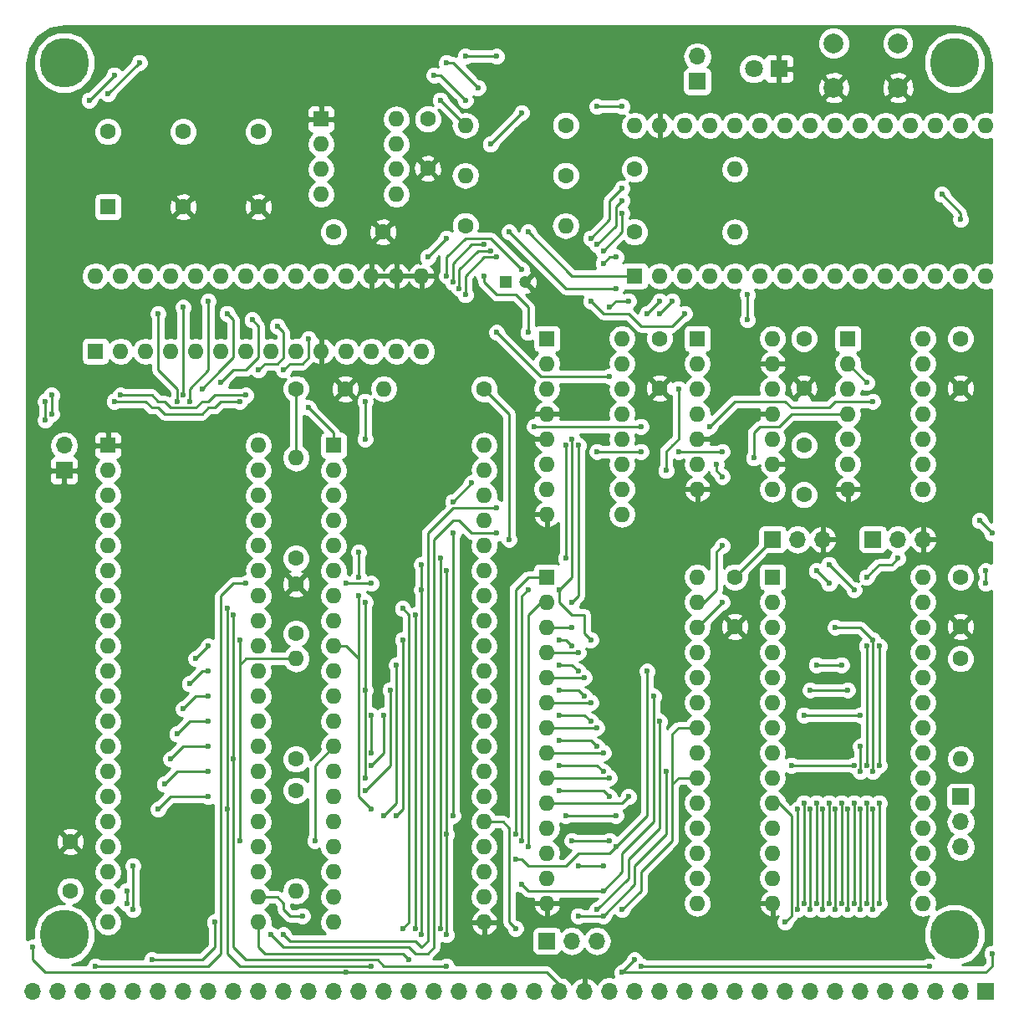
<source format=gbl>
G04 #@! TF.FileFunction,Copper,L2,Bot,Signal*
%FSLAX46Y46*%
G04 Gerber Fmt 4.6, Leading zero omitted, Abs format (unit mm)*
G04 Created by KiCad (PCBNEW 4.0.7) date 01/13/19 15:56:07*
%MOMM*%
%LPD*%
G01*
G04 APERTURE LIST*
%ADD10C,0.100000*%
%ADD11R,1.600000X1.600000*%
%ADD12O,1.600000X1.600000*%
%ADD13C,1.600000*%
%ADD14R,1.700000X1.700000*%
%ADD15O,1.700000X1.700000*%
%ADD16C,2.000000*%
%ADD17R,1.200000X1.200000*%
%ADD18C,1.200000*%
%ADD19C,5.000000*%
%ADD20R,1.800000X1.800000*%
%ADD21C,1.800000*%
%ADD22C,0.600000*%
%ADD23C,0.250000*%
%ADD24C,0.254000*%
G04 APERTURE END LIST*
D10*
D11*
X147955000Y-82550000D03*
D12*
X163195000Y-130810000D03*
X147955000Y-85090000D03*
X163195000Y-128270000D03*
X147955000Y-87630000D03*
X163195000Y-125730000D03*
X147955000Y-90170000D03*
X163195000Y-123190000D03*
X147955000Y-92710000D03*
X163195000Y-120650000D03*
X147955000Y-95250000D03*
X163195000Y-118110000D03*
X147955000Y-97790000D03*
X163195000Y-115570000D03*
X147955000Y-100330000D03*
X163195000Y-113030000D03*
X147955000Y-102870000D03*
X163195000Y-110490000D03*
X147955000Y-105410000D03*
X163195000Y-107950000D03*
X147955000Y-107950000D03*
X163195000Y-105410000D03*
X147955000Y-110490000D03*
X163195000Y-102870000D03*
X147955000Y-113030000D03*
X163195000Y-100330000D03*
X147955000Y-115570000D03*
X163195000Y-97790000D03*
X147955000Y-118110000D03*
X163195000Y-95250000D03*
X147955000Y-120650000D03*
X163195000Y-92710000D03*
X147955000Y-123190000D03*
X163195000Y-90170000D03*
X147955000Y-125730000D03*
X163195000Y-87630000D03*
X147955000Y-128270000D03*
X163195000Y-85090000D03*
X147955000Y-130810000D03*
X163195000Y-82550000D03*
D13*
X144145000Y-101600000D03*
X144145000Y-96600000D03*
X188595000Y-95885000D03*
X188595000Y-100885000D03*
X211455000Y-95885000D03*
X211455000Y-100885000D03*
X211455000Y-71755000D03*
X211455000Y-76755000D03*
X147955000Y-60960000D03*
X152955000Y-60960000D03*
X195580000Y-71755000D03*
X195580000Y-76755000D03*
X121285000Y-127635000D03*
X121285000Y-122635000D03*
X144145000Y-76835000D03*
X149145000Y-76835000D03*
X157480000Y-49530000D03*
X157480000Y-54530000D03*
D11*
X178435000Y-65405000D03*
D12*
X211455000Y-50165000D03*
X180975000Y-65405000D03*
X208915000Y-50165000D03*
X183515000Y-65405000D03*
X206375000Y-50165000D03*
X186055000Y-65405000D03*
X203835000Y-50165000D03*
X188595000Y-65405000D03*
X201295000Y-50165000D03*
X191135000Y-65405000D03*
X198755000Y-50165000D03*
X193675000Y-65405000D03*
X196215000Y-50165000D03*
X196215000Y-65405000D03*
X193675000Y-50165000D03*
X198755000Y-65405000D03*
X191135000Y-50165000D03*
X201295000Y-65405000D03*
X188595000Y-50165000D03*
X203835000Y-65405000D03*
X186055000Y-50165000D03*
X206375000Y-65405000D03*
X183515000Y-50165000D03*
X208915000Y-65405000D03*
X180975000Y-50165000D03*
X211455000Y-65405000D03*
X178435000Y-50165000D03*
X213995000Y-65405000D03*
X213995000Y-50165000D03*
D14*
X213995000Y-137795000D03*
D15*
X211455000Y-137795000D03*
X208915000Y-137795000D03*
X206375000Y-137795000D03*
X203835000Y-137795000D03*
X201295000Y-137795000D03*
X198755000Y-137795000D03*
X196215000Y-137795000D03*
X193675000Y-137795000D03*
X191135000Y-137795000D03*
X188595000Y-137795000D03*
X186055000Y-137795000D03*
X183515000Y-137795000D03*
X180975000Y-137795000D03*
X178435000Y-137795000D03*
X175895000Y-137795000D03*
X173355000Y-137795000D03*
X170815000Y-137795000D03*
X168275000Y-137795000D03*
X165735000Y-137795000D03*
X163195000Y-137795000D03*
X160655000Y-137795000D03*
X158115000Y-137795000D03*
X155575000Y-137795000D03*
X153035000Y-137795000D03*
X150495000Y-137795000D03*
X147955000Y-137795000D03*
X145415000Y-137795000D03*
X142875000Y-137795000D03*
X140335000Y-137795000D03*
X137795000Y-137795000D03*
X135255000Y-137795000D03*
X132715000Y-137795000D03*
X130175000Y-137795000D03*
X127635000Y-137795000D03*
X125095000Y-137795000D03*
X122555000Y-137795000D03*
X120015000Y-137795000D03*
X117475000Y-137795000D03*
D13*
X211455000Y-104140000D03*
D12*
X211455000Y-114300000D03*
D13*
X171450000Y-50165000D03*
D12*
X161290000Y-50165000D03*
D13*
X171450000Y-55245000D03*
D12*
X161290000Y-55245000D03*
D13*
X161290000Y-60325000D03*
D12*
X171450000Y-60325000D03*
D13*
X178435000Y-54610000D03*
D12*
X188595000Y-54610000D03*
D13*
X144145000Y-117475000D03*
D12*
X144145000Y-127635000D03*
D13*
X144145000Y-114300000D03*
D12*
X144145000Y-104140000D03*
D13*
X144145000Y-93980000D03*
D12*
X144145000Y-83820000D03*
D13*
X178435000Y-60960000D03*
D12*
X188595000Y-60960000D03*
D16*
X205105000Y-41855000D03*
X205105000Y-46355000D03*
X198605000Y-41855000D03*
X198605000Y-46355000D03*
D11*
X169545000Y-95885000D03*
D12*
X184785000Y-128905000D03*
X169545000Y-98425000D03*
X184785000Y-126365000D03*
X169545000Y-100965000D03*
X184785000Y-123825000D03*
X169545000Y-103505000D03*
X184785000Y-121285000D03*
X169545000Y-106045000D03*
X184785000Y-118745000D03*
X169545000Y-108585000D03*
X184785000Y-116205000D03*
X169545000Y-111125000D03*
X184785000Y-113665000D03*
X169545000Y-113665000D03*
X184785000Y-111125000D03*
X169545000Y-116205000D03*
X184785000Y-108585000D03*
X169545000Y-118745000D03*
X184785000Y-106045000D03*
X169545000Y-121285000D03*
X184785000Y-103505000D03*
X169545000Y-123825000D03*
X184785000Y-100965000D03*
X169545000Y-126365000D03*
X184785000Y-98425000D03*
X169545000Y-128905000D03*
X184785000Y-95885000D03*
D11*
X200025000Y-71755000D03*
D12*
X207645000Y-86995000D03*
X200025000Y-74295000D03*
X207645000Y-84455000D03*
X200025000Y-76835000D03*
X207645000Y-81915000D03*
X200025000Y-79375000D03*
X207645000Y-79375000D03*
X200025000Y-81915000D03*
X207645000Y-76835000D03*
X200025000Y-84455000D03*
X207645000Y-74295000D03*
X200025000Y-86995000D03*
X207645000Y-71755000D03*
D11*
X184785000Y-71755000D03*
D12*
X192405000Y-86995000D03*
X184785000Y-74295000D03*
X192405000Y-84455000D03*
X184785000Y-76835000D03*
X192405000Y-81915000D03*
X184785000Y-79375000D03*
X192405000Y-79375000D03*
X184785000Y-81915000D03*
X192405000Y-76835000D03*
X184785000Y-84455000D03*
X192405000Y-74295000D03*
X184785000Y-86995000D03*
X192405000Y-71755000D03*
D11*
X125095000Y-82550000D03*
D12*
X140335000Y-130810000D03*
X125095000Y-85090000D03*
X140335000Y-128270000D03*
X125095000Y-87630000D03*
X140335000Y-125730000D03*
X125095000Y-90170000D03*
X140335000Y-123190000D03*
X125095000Y-92710000D03*
X140335000Y-120650000D03*
X125095000Y-95250000D03*
X140335000Y-118110000D03*
X125095000Y-97790000D03*
X140335000Y-115570000D03*
X125095000Y-100330000D03*
X140335000Y-113030000D03*
X125095000Y-102870000D03*
X140335000Y-110490000D03*
X125095000Y-105410000D03*
X140335000Y-107950000D03*
X125095000Y-107950000D03*
X140335000Y-105410000D03*
X125095000Y-110490000D03*
X140335000Y-102870000D03*
X125095000Y-113030000D03*
X140335000Y-100330000D03*
X125095000Y-115570000D03*
X140335000Y-97790000D03*
X125095000Y-118110000D03*
X140335000Y-95250000D03*
X125095000Y-120650000D03*
X140335000Y-92710000D03*
X125095000Y-123190000D03*
X140335000Y-90170000D03*
X125095000Y-125730000D03*
X140335000Y-87630000D03*
X125095000Y-128270000D03*
X140335000Y-85090000D03*
X125095000Y-130810000D03*
X140335000Y-82550000D03*
D11*
X123825000Y-73025000D03*
D12*
X156845000Y-65405000D03*
X126365000Y-73025000D03*
X154305000Y-65405000D03*
X128905000Y-73025000D03*
X151765000Y-65405000D03*
X131445000Y-73025000D03*
X149225000Y-65405000D03*
X133985000Y-73025000D03*
X146685000Y-65405000D03*
X136525000Y-73025000D03*
X144145000Y-65405000D03*
X139065000Y-73025000D03*
X141605000Y-65405000D03*
X141605000Y-73025000D03*
X139065000Y-65405000D03*
X144145000Y-73025000D03*
X136525000Y-65405000D03*
X146685000Y-73025000D03*
X133985000Y-65405000D03*
X149225000Y-73025000D03*
X131445000Y-65405000D03*
X151765000Y-73025000D03*
X128905000Y-65405000D03*
X154305000Y-73025000D03*
X126365000Y-65405000D03*
X156845000Y-73025000D03*
X123825000Y-65405000D03*
D11*
X169545000Y-71755000D03*
D12*
X177165000Y-89535000D03*
X169545000Y-74295000D03*
X177165000Y-86995000D03*
X169545000Y-76835000D03*
X177165000Y-84455000D03*
X169545000Y-79375000D03*
X177165000Y-81915000D03*
X169545000Y-81915000D03*
X177165000Y-79375000D03*
X169545000Y-84455000D03*
X177165000Y-76835000D03*
X169545000Y-86995000D03*
X177165000Y-74295000D03*
X169545000Y-89535000D03*
X177165000Y-71755000D03*
D11*
X192405000Y-95885000D03*
D12*
X207645000Y-128905000D03*
X192405000Y-98425000D03*
X207645000Y-126365000D03*
X192405000Y-100965000D03*
X207645000Y-123825000D03*
X192405000Y-103505000D03*
X207645000Y-121285000D03*
X192405000Y-106045000D03*
X207645000Y-118745000D03*
X192405000Y-108585000D03*
X207645000Y-116205000D03*
X192405000Y-111125000D03*
X207645000Y-113665000D03*
X192405000Y-113665000D03*
X207645000Y-111125000D03*
X192405000Y-116205000D03*
X207645000Y-108585000D03*
X192405000Y-118745000D03*
X207645000Y-106045000D03*
X192405000Y-121285000D03*
X207645000Y-103505000D03*
X192405000Y-123825000D03*
X207645000Y-100965000D03*
X192405000Y-126365000D03*
X207645000Y-98425000D03*
X192405000Y-128905000D03*
X207645000Y-95885000D03*
D11*
X146685000Y-49530000D03*
D12*
X154305000Y-57150000D03*
X146685000Y-52070000D03*
X154305000Y-54610000D03*
X146685000Y-54610000D03*
X154305000Y-52070000D03*
X146685000Y-57150000D03*
X154305000Y-49530000D03*
D13*
X180975000Y-71755000D03*
X180975000Y-76755000D03*
D17*
X165354000Y-66040000D03*
D18*
X167354000Y-66040000D03*
D13*
X195580000Y-82550000D03*
X195580000Y-87550000D03*
D19*
X210820000Y-132080000D03*
X120650000Y-132080000D03*
X210820000Y-43815000D03*
X120650000Y-43815000D03*
D14*
X120650000Y-85090000D03*
D15*
X120650000Y-82550000D03*
D20*
X193040000Y-44450000D03*
D21*
X190500000Y-44450000D03*
D14*
X184785000Y-45720000D03*
D15*
X184785000Y-43180000D03*
D14*
X192405000Y-92075000D03*
D15*
X194945000Y-92075000D03*
X197485000Y-92075000D03*
D14*
X202565000Y-92075000D03*
D15*
X205105000Y-92075000D03*
X207645000Y-92075000D03*
D13*
X163195000Y-76835000D03*
D12*
X153035000Y-76835000D03*
D13*
X132715000Y-58420000D03*
X132715000Y-50800000D03*
D11*
X125095000Y-58420000D03*
D13*
X125095000Y-50800000D03*
X140335000Y-50800000D03*
X140335000Y-58420000D03*
D14*
X211455000Y-118110000D03*
D15*
X211455000Y-120650000D03*
X211455000Y-123190000D03*
D14*
X169545000Y-132715000D03*
D15*
X172085000Y-132715000D03*
X174625000Y-132715000D03*
D22*
X173990000Y-67945000D03*
X183515000Y-69215000D03*
X189865000Y-69850000D03*
X189865000Y-67310000D03*
X139065000Y-77470000D03*
X126365000Y-77470000D03*
X149225000Y-135890000D03*
X178435000Y-134620000D03*
X161290000Y-43180000D03*
X164465000Y-43180000D03*
X214630000Y-91440000D03*
X213360000Y-90170000D03*
X138430000Y-122555000D03*
X138430000Y-102235000D03*
X214630000Y-133985000D03*
X177165000Y-135890000D03*
X117475000Y-133350000D03*
X138430000Y-78105000D03*
X145415000Y-78740000D03*
X125730000Y-78105000D03*
X119380000Y-79375000D03*
X119380000Y-77470000D03*
X127635000Y-129540000D03*
X127635000Y-125095000D03*
X162560000Y-46355000D03*
X159385000Y-43815000D03*
X167640000Y-60960000D03*
X128270000Y-43815000D03*
X125095000Y-46990000D03*
X118745000Y-80010000D03*
X118745000Y-78105000D03*
X127000000Y-128905000D03*
X127000000Y-127635000D03*
X161290000Y-47625000D03*
X158115000Y-45085000D03*
X165735000Y-60960000D03*
X176530000Y-66675000D03*
X125730000Y-45085000D03*
X123190000Y-47625000D03*
X182245000Y-67945000D03*
X180975000Y-69215000D03*
X180975000Y-67945000D03*
X179705000Y-69215000D03*
X177800000Y-67945000D03*
X175895000Y-68580000D03*
X177165000Y-48260000D03*
X174625000Y-48260000D03*
X167005000Y-48895000D03*
X163830000Y-52070000D03*
X159385000Y-61595000D03*
X157480000Y-63500000D03*
X159385000Y-65405000D03*
X176530000Y-63500000D03*
X175260000Y-64135000D03*
X167005000Y-64770000D03*
X160655000Y-66675000D03*
X163830000Y-62865000D03*
X177165000Y-57785000D03*
X174625000Y-62230000D03*
X211455000Y-59690000D03*
X209550000Y-57150000D03*
X175260000Y-62865000D03*
X177165000Y-59055000D03*
X164465000Y-63500000D03*
X161290000Y-67310000D03*
X160020000Y-66040000D03*
X163195000Y-62230000D03*
X177165000Y-56515000D03*
X173990000Y-61595000D03*
X166370000Y-131445000D03*
X179070000Y-135255000D03*
X208280000Y-135255000D03*
X160020000Y-120015000D03*
X160020000Y-91440000D03*
X160020000Y-88265000D03*
X161925000Y-86360000D03*
X198120000Y-96520000D03*
X196850000Y-95250000D03*
X203200000Y-118745000D03*
X203200000Y-114935000D03*
X203200000Y-128905000D03*
X203200000Y-102870000D03*
X171450000Y-82550000D03*
X171450000Y-93980000D03*
X166370000Y-121920000D03*
X202565000Y-119380000D03*
X202565000Y-115570000D03*
X202565000Y-129540000D03*
X202565000Y-102235000D03*
X187325000Y-98425000D03*
X198755000Y-100965000D03*
X173990000Y-102235000D03*
X172085000Y-81915000D03*
X170815000Y-97155000D03*
X167005000Y-122555000D03*
X167640000Y-97155000D03*
X201930000Y-118745000D03*
X201930000Y-114935000D03*
X201930000Y-128905000D03*
X201930000Y-102870000D03*
X172720000Y-82550000D03*
X172085000Y-98425000D03*
X167640000Y-123190000D03*
X201295000Y-113030000D03*
X201295000Y-115570000D03*
X201295000Y-119380000D03*
X201295000Y-129540000D03*
X174625000Y-129540000D03*
X180975000Y-110490000D03*
X201295000Y-109855000D03*
X195580000Y-109855000D03*
X200660000Y-118745000D03*
X200660000Y-128905000D03*
X172720000Y-130175000D03*
X175260000Y-130175000D03*
X181610000Y-115570000D03*
X200660000Y-114935000D03*
X194310000Y-114935000D03*
X200025000Y-119380000D03*
X200025000Y-129540000D03*
X175260000Y-127635000D03*
X180340000Y-107950000D03*
X167005000Y-127000000D03*
X196215000Y-107315000D03*
X200025000Y-107315000D03*
X199390000Y-118745000D03*
X199390000Y-128905000D03*
X176530000Y-123190000D03*
X179705000Y-105410000D03*
X166370000Y-124460000D03*
X196850000Y-104775000D03*
X199390000Y-104775000D03*
X198755000Y-119380000D03*
X198755000Y-129540000D03*
X172085000Y-100965000D03*
X154305000Y-120015000D03*
X154940000Y-102235000D03*
X198120000Y-128905000D03*
X198120000Y-118745000D03*
X153035000Y-120015000D03*
X154305000Y-104775000D03*
X172720000Y-103505000D03*
X197485000Y-119380000D03*
X197485000Y-129540000D03*
X151130000Y-117475000D03*
X153670000Y-107315000D03*
X173355000Y-106045000D03*
X146050000Y-122555000D03*
X144780000Y-130175000D03*
X196850000Y-118745000D03*
X196850000Y-128905000D03*
X151765000Y-114935000D03*
X153035000Y-109855000D03*
X173990000Y-108585000D03*
X196215000Y-119380000D03*
X196215000Y-129540000D03*
X174625000Y-111125000D03*
X195580000Y-118745000D03*
X195580000Y-128905000D03*
X151765000Y-109855000D03*
X151765000Y-113665000D03*
X175260000Y-113665000D03*
X194945000Y-119380000D03*
X194945000Y-129540000D03*
X151130000Y-98425000D03*
X151130000Y-107315000D03*
X151130000Y-116205000D03*
X175895000Y-116205000D03*
X193675000Y-130810000D03*
X150495000Y-97790000D03*
X150495000Y-93345000D03*
X150495000Y-95885000D03*
X151765000Y-119380000D03*
X177800000Y-118110000D03*
X186055000Y-80645000D03*
X179070000Y-83185000D03*
X174625000Y-83185000D03*
X202565000Y-78105000D03*
X159385000Y-95250000D03*
X159385000Y-121920000D03*
X159385000Y-132080000D03*
X167640000Y-71120000D03*
X163195000Y-65405000D03*
X179070000Y-80645000D03*
X168275000Y-80645000D03*
X151765000Y-96520000D03*
X149225000Y-96520000D03*
X158750000Y-131445000D03*
X158750000Y-93980000D03*
X151130000Y-78105000D03*
X151130000Y-81915000D03*
X156845000Y-94615000D03*
X156845000Y-132080000D03*
X156845000Y-97155000D03*
X137795000Y-114300000D03*
X159385000Y-135255000D03*
X137795000Y-99695000D03*
X156210000Y-99695000D03*
X156210000Y-131445000D03*
X155575000Y-134620000D03*
X137160000Y-119380000D03*
X151765000Y-135255000D03*
X137160000Y-99060000D03*
X154940000Y-99060000D03*
X154940000Y-131445000D03*
X171450000Y-120015000D03*
X176530000Y-120015000D03*
X170815000Y-102235000D03*
X172085000Y-102870000D03*
X172085000Y-122555000D03*
X175895000Y-122555000D03*
X133985000Y-104140000D03*
X135255000Y-102870000D03*
X172720000Y-125095000D03*
X175260000Y-125095000D03*
X172720000Y-105410000D03*
X170815000Y-104775000D03*
X133350000Y-106680000D03*
X135255000Y-105410000D03*
X170815000Y-107315000D03*
X173355000Y-107950000D03*
X132715000Y-109220000D03*
X135255000Y-107950000D03*
X173990000Y-110490000D03*
X170815000Y-109855000D03*
X132080000Y-111760000D03*
X135255000Y-110490000D03*
X174625000Y-113030000D03*
X170815000Y-112395000D03*
X135255000Y-113030000D03*
X131445000Y-114300000D03*
X175260000Y-115570000D03*
X170815000Y-114935000D03*
X130810000Y-116840000D03*
X135255000Y-115570000D03*
X170815000Y-117475000D03*
X175895000Y-118110000D03*
X130175000Y-119380000D03*
X135255000Y-118110000D03*
X139065000Y-96520000D03*
X123825000Y-135255000D03*
X200660000Y-97155000D03*
X198120000Y-94615000D03*
X201930000Y-95885000D03*
X205105000Y-93980000D03*
X142875000Y-132080000D03*
X164465000Y-88900000D03*
X213995000Y-96520000D03*
X213995000Y-95250000D03*
X201930000Y-76200000D03*
X130175000Y-69215000D03*
X132080000Y-78105000D03*
X132715000Y-68580000D03*
X132715000Y-77470000D03*
X135255000Y-67945000D03*
X133350000Y-78105000D03*
X137160000Y-69215000D03*
X134620000Y-76835000D03*
X139700000Y-69850000D03*
X136525000Y-76200000D03*
X142240000Y-70485000D03*
X140335000Y-74930000D03*
X142875000Y-74930000D03*
X145415000Y-71755000D03*
X187325000Y-92710000D03*
X190500000Y-83820000D03*
X187325000Y-83185000D03*
X182880000Y-83185000D03*
X164465000Y-71120000D03*
X175895000Y-75565000D03*
X182880000Y-76835000D03*
X181610000Y-85090000D03*
X141605000Y-132080000D03*
X135890000Y-130810000D03*
X129540000Y-134620000D03*
X164465000Y-91440000D03*
X158750000Y-47625000D03*
X187325000Y-85725000D03*
X186690000Y-84455000D03*
X165735000Y-92075000D03*
X177165000Y-129540000D03*
D23*
X175260000Y-69215000D02*
X173990000Y-67945000D01*
X177800000Y-69215000D02*
X175260000Y-69215000D01*
X179070000Y-70485000D02*
X177800000Y-69215000D01*
X182245000Y-70485000D02*
X179070000Y-70485000D01*
X183515000Y-69215000D02*
X182245000Y-70485000D01*
X189865000Y-69850000D02*
X189865000Y-67310000D01*
X133985000Y-78740000D02*
X131445000Y-78740000D01*
X139065000Y-77470000D02*
X135890000Y-77470000D01*
X135890000Y-77470000D02*
X135255000Y-78105000D01*
X135255000Y-78105000D02*
X134620000Y-78105000D01*
X134620000Y-78105000D02*
X133985000Y-78740000D01*
X129540000Y-77470000D02*
X126365000Y-77470000D01*
X130175000Y-78105000D02*
X129540000Y-77470000D01*
X130810000Y-78105000D02*
X130175000Y-78105000D01*
X131445000Y-78740000D02*
X130810000Y-78105000D01*
X178435000Y-134620000D02*
X177165000Y-135890000D01*
X212725000Y-135890000D02*
X213995000Y-135890000D01*
X214630000Y-135255000D02*
X214630000Y-133985000D01*
X213995000Y-135890000D02*
X214630000Y-135255000D01*
X161290000Y-43180000D02*
X164465000Y-43180000D01*
X144145000Y-76835000D02*
X144145000Y-80645000D01*
X144145000Y-81280000D02*
X144145000Y-80645000D01*
X144145000Y-81280000D02*
X144145000Y-83820000D01*
X192405000Y-92075000D02*
X188595000Y-95885000D01*
X213360000Y-90170000D02*
X214630000Y-91440000D01*
X138430000Y-118745000D02*
X138430000Y-122555000D01*
X138430000Y-104775000D02*
X138430000Y-118745000D01*
X144145000Y-104140000D02*
X139065000Y-104140000D01*
X139065000Y-104140000D02*
X138430000Y-104775000D01*
X138430000Y-104775000D02*
X138430000Y-102235000D01*
X189230000Y-135890000D02*
X212725000Y-135890000D01*
X177165000Y-135890000D02*
X189230000Y-135890000D01*
X170815000Y-137160000D02*
X169545000Y-135890000D01*
X169545000Y-135890000D02*
X149225000Y-135890000D01*
X149225000Y-135890000D02*
X118745000Y-135890000D01*
X117475000Y-134620000D02*
X117475000Y-133350000D01*
X118745000Y-135890000D02*
X117475000Y-134620000D01*
X135890000Y-78740000D02*
X136525000Y-78105000D01*
X136525000Y-78105000D02*
X138430000Y-78105000D01*
X134620000Y-79375000D02*
X130810000Y-79375000D01*
X147955000Y-81280000D02*
X145415000Y-78740000D01*
X147955000Y-82550000D02*
X147955000Y-81280000D01*
X135890000Y-78740000D02*
X135255000Y-78740000D01*
X135255000Y-78740000D02*
X134620000Y-79375000D01*
X128905000Y-78105000D02*
X125730000Y-78105000D01*
X129540000Y-78740000D02*
X128905000Y-78105000D01*
X130175000Y-78740000D02*
X129540000Y-78740000D01*
X130810000Y-79375000D02*
X130175000Y-78740000D01*
X119380000Y-79375000D02*
X119380000Y-77470000D01*
X127635000Y-129540000D02*
X127635000Y-125095000D01*
X162560000Y-46355000D02*
X160020000Y-43815000D01*
X160020000Y-43815000D02*
X159385000Y-43815000D01*
X172085000Y-65405000D02*
X178435000Y-65405000D01*
X172085000Y-65405000D02*
X167640000Y-60960000D01*
X125095000Y-46990000D02*
X128270000Y-43815000D01*
X118745000Y-80010000D02*
X118745000Y-78105000D01*
X127000000Y-128905000D02*
X127000000Y-127635000D01*
X161290000Y-47625000D02*
X158750000Y-45085000D01*
X158750000Y-45085000D02*
X158115000Y-45085000D01*
X171450000Y-66675000D02*
X165735000Y-60960000D01*
X172720000Y-66675000D02*
X171450000Y-66675000D01*
X176530000Y-66675000D02*
X172720000Y-66675000D01*
X123190000Y-47625000D02*
X125730000Y-45085000D01*
X180975000Y-69215000D02*
X182245000Y-67945000D01*
X179705000Y-69215000D02*
X180975000Y-67945000D01*
X176530000Y-67945000D02*
X177800000Y-67945000D01*
X175895000Y-68580000D02*
X176530000Y-67945000D01*
X177165000Y-48260000D02*
X174625000Y-48260000D01*
X167005000Y-48895000D02*
X163830000Y-52070000D01*
X159385000Y-61595000D02*
X157480000Y-63500000D01*
X162560000Y-61595000D02*
X163830000Y-61595000D01*
X159385000Y-65405000D02*
X159385000Y-63500000D01*
X159385000Y-63500000D02*
X161290000Y-61595000D01*
X161290000Y-61595000D02*
X162560000Y-61595000D01*
X175895000Y-63500000D02*
X176530000Y-63500000D01*
X175260000Y-64135000D02*
X175895000Y-63500000D01*
X163830000Y-61595000D02*
X167005000Y-64770000D01*
X160655000Y-66675000D02*
X160655000Y-64770000D01*
X160655000Y-64770000D02*
X162560000Y-62865000D01*
X162560000Y-62865000D02*
X163830000Y-62865000D01*
X176530000Y-58420000D02*
X177165000Y-57785000D01*
X176530000Y-60325000D02*
X176530000Y-58420000D01*
X174625000Y-62230000D02*
X176530000Y-60325000D01*
X211455000Y-59055000D02*
X211455000Y-59690000D01*
X209550000Y-57150000D02*
X211455000Y-59055000D01*
X175260000Y-62865000D02*
X177165000Y-60960000D01*
X177165000Y-60960000D02*
X177165000Y-59055000D01*
X163195000Y-63500000D02*
X164465000Y-63500000D01*
X161290000Y-65405000D02*
X163195000Y-63500000D01*
X161290000Y-67310000D02*
X161290000Y-65405000D01*
X160020000Y-66040000D02*
X160020000Y-64135000D01*
X160020000Y-64135000D02*
X161925000Y-62230000D01*
X161925000Y-62230000D02*
X163195000Y-62230000D01*
X175895000Y-57785000D02*
X177165000Y-56515000D01*
X175895000Y-59690000D02*
X175895000Y-57785000D01*
X173990000Y-61595000D02*
X175895000Y-59690000D01*
X163195000Y-120650000D02*
X165100000Y-120650000D01*
X165735000Y-130810000D02*
X166370000Y-131445000D01*
X165735000Y-121285000D02*
X165735000Y-130810000D01*
X165100000Y-120650000D02*
X165735000Y-121285000D01*
X179070000Y-135255000D02*
X208280000Y-135255000D01*
X160020000Y-120015000D02*
X160020000Y-92075000D01*
X160020000Y-91440000D02*
X160020000Y-92075000D01*
X161925000Y-86360000D02*
X160020000Y-88265000D01*
X198120000Y-96520000D02*
X196850000Y-95250000D01*
X203200000Y-102870000D02*
X203200000Y-114935000D01*
X203200000Y-118745000D02*
X203200000Y-128905000D01*
X171450000Y-82550000D02*
X171450000Y-93980000D01*
X166370000Y-121920000D02*
X166370000Y-97155000D01*
X166370000Y-97155000D02*
X167640000Y-95885000D01*
X167640000Y-95885000D02*
X169545000Y-95885000D01*
X202565000Y-102235000D02*
X202565000Y-115570000D01*
X202565000Y-119380000D02*
X202565000Y-129540000D01*
X198755000Y-100965000D02*
X201295000Y-100965000D01*
X201295000Y-100965000D02*
X202565000Y-102235000D01*
X187325000Y-98425000D02*
X184785000Y-100965000D01*
X173355000Y-99695000D02*
X172085000Y-99695000D01*
X173990000Y-102235000D02*
X173355000Y-101600000D01*
X173355000Y-101600000D02*
X173355000Y-99695000D01*
X170815000Y-98425000D02*
X170815000Y-97155000D01*
X172085000Y-99695000D02*
X170815000Y-98425000D01*
X172085000Y-95885000D02*
X170815000Y-97155000D01*
X172085000Y-81915000D02*
X172085000Y-95885000D01*
X167005000Y-122555000D02*
X167005000Y-98425000D01*
X167005000Y-97790000D02*
X167005000Y-98425000D01*
X167640000Y-97155000D02*
X167005000Y-97790000D01*
X201930000Y-118745000D02*
X201930000Y-128905000D01*
X201930000Y-110490000D02*
X201930000Y-114935000D01*
X201930000Y-102870000D02*
X201930000Y-110490000D01*
X172720000Y-97155000D02*
X172720000Y-97790000D01*
X172720000Y-82550000D02*
X172720000Y-97155000D01*
X172720000Y-97790000D02*
X172085000Y-98425000D01*
X167640000Y-99695000D02*
X168910000Y-98425000D01*
X167640000Y-123190000D02*
X167640000Y-99695000D01*
X168910000Y-98425000D02*
X169545000Y-98425000D01*
X201295000Y-113030000D02*
X201295000Y-115570000D01*
X201295000Y-119380000D02*
X201295000Y-129540000D01*
X177800000Y-124460000D02*
X177800000Y-126365000D01*
X180975000Y-121285000D02*
X177800000Y-124460000D01*
X180975000Y-110490000D02*
X180975000Y-121285000D01*
X174625000Y-129540000D02*
X177800000Y-126365000D01*
X195580000Y-109855000D02*
X201295000Y-109855000D01*
X200660000Y-118745000D02*
X200660000Y-128905000D01*
X147955000Y-128905000D02*
X147955000Y-128270000D01*
X172720000Y-130175000D02*
X175260000Y-130175000D01*
X175260000Y-130175000D02*
X178435000Y-127000000D01*
X181610000Y-115570000D02*
X181610000Y-121920000D01*
X181610000Y-121920000D02*
X178435000Y-125095000D01*
X178435000Y-125095000D02*
X178435000Y-127000000D01*
X194310000Y-114935000D02*
X200660000Y-114935000D01*
X200025000Y-119380000D02*
X200025000Y-129540000D01*
X167005000Y-127000000D02*
X167640000Y-127635000D01*
X172720000Y-127635000D02*
X175260000Y-127635000D01*
X177165000Y-123825000D02*
X177165000Y-125730000D01*
X180340000Y-120650000D02*
X177165000Y-123825000D01*
X180340000Y-107950000D02*
X180340000Y-120650000D01*
X177165000Y-125730000D02*
X175260000Y-127635000D01*
X167640000Y-127635000D02*
X172720000Y-127635000D01*
X167005000Y-127000000D02*
X167005000Y-127000000D01*
X196215000Y-107315000D02*
X200025000Y-107315000D01*
X199390000Y-128905000D02*
X199390000Y-118745000D01*
X166370000Y-124460000D02*
X167005000Y-124460000D01*
X175895000Y-123825000D02*
X176530000Y-123190000D01*
X172720000Y-123825000D02*
X175895000Y-123825000D01*
X171450000Y-125095000D02*
X172720000Y-123825000D01*
X179705000Y-120015000D02*
X176530000Y-123190000D01*
X179705000Y-105410000D02*
X179705000Y-120015000D01*
X167640000Y-125095000D02*
X171450000Y-125095000D01*
X167005000Y-124460000D02*
X167640000Y-125095000D01*
X166370000Y-124460000D02*
X166370000Y-124460000D01*
X196850000Y-104775000D02*
X199390000Y-104775000D01*
X198755000Y-128905000D02*
X198755000Y-129540000D01*
X198755000Y-128905000D02*
X198755000Y-119380000D01*
X169545000Y-100965000D02*
X172085000Y-100965000D01*
X154940000Y-119380000D02*
X154305000Y-120015000D01*
X154940000Y-118745000D02*
X154940000Y-119380000D01*
X154940000Y-102235000D02*
X154940000Y-118745000D01*
X198120000Y-128905000D02*
X198120000Y-118745000D01*
X154305000Y-118745000D02*
X153035000Y-120015000D01*
X154305000Y-104775000D02*
X154305000Y-118745000D01*
X169545000Y-103505000D02*
X172720000Y-103505000D01*
X197485000Y-119380000D02*
X197485000Y-128905000D01*
X197485000Y-129540000D02*
X197485000Y-128905000D01*
X151130000Y-117475000D02*
X153670000Y-114935000D01*
X153670000Y-114935000D02*
X153670000Y-107315000D01*
X169545000Y-106045000D02*
X173355000Y-106045000D01*
X142240000Y-128270000D02*
X142875000Y-128905000D01*
X140335000Y-128270000D02*
X142240000Y-128270000D01*
X146050000Y-114935000D02*
X147955000Y-113030000D01*
X146050000Y-114935000D02*
X146050000Y-121920000D01*
X146050000Y-121920000D02*
X146050000Y-122555000D01*
X143510000Y-130175000D02*
X144780000Y-130175000D01*
X142875000Y-129540000D02*
X143510000Y-130175000D01*
X142875000Y-128905000D02*
X142875000Y-129540000D01*
X196850000Y-118745000D02*
X196850000Y-128905000D01*
X151765000Y-114935000D02*
X153035000Y-113665000D01*
X153035000Y-113665000D02*
X153035000Y-109855000D01*
X169545000Y-108585000D02*
X173990000Y-108585000D01*
X196215000Y-119380000D02*
X196215000Y-128905000D01*
X196215000Y-129540000D02*
X196215000Y-128905000D01*
X169545000Y-111125000D02*
X174625000Y-111125000D01*
X195580000Y-128905000D02*
X195580000Y-118745000D01*
X151765000Y-109855000D02*
X151765000Y-113665000D01*
X169545000Y-113665000D02*
X175260000Y-113665000D01*
X194945000Y-129540000D02*
X194945000Y-128905000D01*
X194945000Y-119380000D02*
X194945000Y-128905000D01*
X151130000Y-98425000D02*
X151130000Y-107315000D01*
X151130000Y-107315000D02*
X151130000Y-116205000D01*
X169545000Y-116205000D02*
X175895000Y-116205000D01*
X194310000Y-128270000D02*
X194310000Y-130175000D01*
X194310000Y-128270000D02*
X194310000Y-120015000D01*
X194310000Y-120015000D02*
X193040000Y-118745000D01*
X194310000Y-130175000D02*
X193675000Y-130810000D01*
X150495000Y-97790000D02*
X150495000Y-104140000D01*
X150495000Y-95885000D02*
X150495000Y-93345000D01*
X151765000Y-119380000D02*
X150495000Y-118110000D01*
X150495000Y-118110000D02*
X150495000Y-104140000D01*
X150495000Y-104140000D02*
X149225000Y-102870000D01*
X147955000Y-102870000D02*
X149225000Y-102870000D01*
X169545000Y-118745000D02*
X177165000Y-118745000D01*
X177165000Y-118745000D02*
X177800000Y-118110000D01*
X193040000Y-118745000D02*
X192405000Y-118745000D01*
X198755000Y-78105000D02*
X198120000Y-78740000D01*
X194310000Y-78740000D02*
X193675000Y-78105000D01*
X198120000Y-78740000D02*
X194310000Y-78740000D01*
X188595000Y-78105000D02*
X193675000Y-78105000D01*
X186055000Y-80645000D02*
X188595000Y-78105000D01*
X174625000Y-83185000D02*
X179070000Y-83185000D01*
X198755000Y-78105000D02*
X202565000Y-78105000D01*
X159385000Y-95250000D02*
X159385000Y-96520000D01*
X159385000Y-121920000D02*
X159385000Y-96520000D01*
X159385000Y-132080000D02*
X159385000Y-121920000D01*
X167640000Y-68580000D02*
X166370000Y-67310000D01*
X167640000Y-71120000D02*
X167640000Y-70485000D01*
X167640000Y-70485000D02*
X167640000Y-68580000D01*
X163195000Y-66040000D02*
X163195000Y-65405000D01*
X164465000Y-67310000D02*
X163195000Y-66040000D01*
X166370000Y-67310000D02*
X164465000Y-67310000D01*
X168275000Y-80645000D02*
X179070000Y-80645000D01*
X149225000Y-96520000D02*
X151765000Y-96520000D01*
X158750000Y-94615000D02*
X158750000Y-93980000D01*
X158750000Y-131445000D02*
X158750000Y-96520000D01*
X158750000Y-96520000D02*
X158750000Y-94615000D01*
X151130000Y-78740000D02*
X151130000Y-81915000D01*
X156845000Y-97155000D02*
X156845000Y-94615000D01*
X151130000Y-78740000D02*
X151130000Y-78105000D01*
X156845000Y-132080000D02*
X156845000Y-97155000D01*
X137795000Y-113665000D02*
X137795000Y-114300000D01*
X137795000Y-114300000D02*
X137795000Y-124460000D01*
X159385000Y-135255000D02*
X153035000Y-135255000D01*
X153035000Y-135255000D02*
X152400000Y-134620000D01*
X152400000Y-134620000D02*
X139065000Y-134620000D01*
X139065000Y-134620000D02*
X137795000Y-133350000D01*
X137795000Y-133350000D02*
X137795000Y-124460000D01*
X137795000Y-113665000D02*
X137795000Y-99695000D01*
X140335000Y-130810000D02*
X140335000Y-133350000D01*
X140970000Y-133985000D02*
X143510000Y-133985000D01*
X140335000Y-133350000D02*
X140970000Y-133985000D01*
X156210000Y-131445000D02*
X156210000Y-99695000D01*
X153035000Y-133985000D02*
X154940000Y-133985000D01*
X143510000Y-133985000D02*
X153035000Y-133985000D01*
X154940000Y-133985000D02*
X155575000Y-134620000D01*
X137160000Y-120015000D02*
X137160000Y-119380000D01*
X151765000Y-135255000D02*
X138430000Y-135255000D01*
X138430000Y-135255000D02*
X137160000Y-133985000D01*
X137160000Y-133985000D02*
X137160000Y-120015000D01*
X137160000Y-119380000D02*
X137160000Y-118745000D01*
X137160000Y-118745000D02*
X137160000Y-99060000D01*
X154940000Y-99060000D02*
X155575000Y-99695000D01*
X155575000Y-99695000D02*
X155575000Y-130810000D01*
X155575000Y-130810000D02*
X154940000Y-131445000D01*
X176530000Y-120015000D02*
X171450000Y-120015000D01*
X171450000Y-102235000D02*
X170815000Y-102235000D01*
X172085000Y-102870000D02*
X171450000Y-102235000D01*
X175895000Y-122555000D02*
X172085000Y-122555000D01*
X133985000Y-104140000D02*
X135255000Y-102870000D01*
X175260000Y-125095000D02*
X172720000Y-125095000D01*
X172085000Y-104775000D02*
X172720000Y-105410000D01*
X170815000Y-104775000D02*
X172085000Y-104775000D01*
X133350000Y-106680000D02*
X134620000Y-105410000D01*
X134620000Y-105410000D02*
X135255000Y-105410000D01*
X173355000Y-107950000D02*
X172720000Y-107315000D01*
X170815000Y-107315000D02*
X172720000Y-107315000D01*
X132715000Y-109220000D02*
X133985000Y-107950000D01*
X133985000Y-107950000D02*
X135255000Y-107950000D01*
X173355000Y-109855000D02*
X173990000Y-110490000D01*
X172720000Y-109855000D02*
X173355000Y-109855000D01*
X170815000Y-109855000D02*
X172720000Y-109855000D01*
X132080000Y-111760000D02*
X133350000Y-110490000D01*
X133350000Y-110490000D02*
X135255000Y-110490000D01*
X173990000Y-112395000D02*
X174625000Y-113030000D01*
X170815000Y-112395000D02*
X173990000Y-112395000D01*
X132715000Y-113030000D02*
X135255000Y-113030000D01*
X131445000Y-114300000D02*
X132715000Y-113030000D01*
X174625000Y-114935000D02*
X175260000Y-115570000D01*
X170815000Y-114935000D02*
X174625000Y-114935000D01*
X130810000Y-116840000D02*
X132080000Y-115570000D01*
X132080000Y-115570000D02*
X135255000Y-115570000D01*
X170815000Y-117475000D02*
X175260000Y-117475000D01*
X175260000Y-117475000D02*
X175895000Y-118110000D01*
X131445000Y-118110000D02*
X135255000Y-118110000D01*
X130175000Y-119380000D02*
X131445000Y-118110000D01*
X137795000Y-96520000D02*
X139065000Y-96520000D01*
X136525000Y-97790000D02*
X137795000Y-96520000D01*
X136525000Y-133985000D02*
X136525000Y-97790000D01*
X135255000Y-135255000D02*
X136525000Y-133985000D01*
X123825000Y-135255000D02*
X135255000Y-135255000D01*
X200660000Y-97155000D02*
X198120000Y-94615000D01*
X201930000Y-95885000D02*
X202565000Y-95250000D01*
X204470000Y-94615000D02*
X205105000Y-93980000D01*
X203200000Y-94615000D02*
X204470000Y-94615000D01*
X202565000Y-95250000D02*
X203200000Y-94615000D01*
X143510000Y-132715000D02*
X146050000Y-132715000D01*
X142875000Y-132080000D02*
X143510000Y-132715000D01*
X157480000Y-91440000D02*
X160020000Y-88900000D01*
X160020000Y-88900000D02*
X164465000Y-88900000D01*
X157480000Y-92710000D02*
X157480000Y-95885000D01*
X156845000Y-133350000D02*
X157480000Y-132715000D01*
X157480000Y-132715000D02*
X157480000Y-131445000D01*
X156210000Y-132715000D02*
X156845000Y-133350000D01*
X146050000Y-132715000D02*
X156210000Y-132715000D01*
X157480000Y-95885000D02*
X157480000Y-131445000D01*
X157480000Y-92710000D02*
X157480000Y-91440000D01*
X213995000Y-96520000D02*
X213995000Y-95250000D01*
X201930000Y-76200000D02*
X200025000Y-74295000D01*
X132080000Y-76835000D02*
X130175000Y-74930000D01*
X130175000Y-74930000D02*
X130175000Y-71755000D01*
X130175000Y-71755000D02*
X130175000Y-69215000D01*
X132080000Y-78105000D02*
X132080000Y-76835000D01*
X132715000Y-71755000D02*
X132715000Y-70485000D01*
X132715000Y-70485000D02*
X132715000Y-68580000D01*
X132715000Y-74930000D02*
X132715000Y-71755000D01*
X132715000Y-77470000D02*
X132715000Y-74930000D01*
X135255000Y-71755000D02*
X135255000Y-69215000D01*
X133350000Y-76835000D02*
X135255000Y-74930000D01*
X135255000Y-74930000D02*
X135255000Y-71755000D01*
X135255000Y-69215000D02*
X135255000Y-67945000D01*
X133350000Y-78105000D02*
X133350000Y-76835000D01*
X136525000Y-74930000D02*
X134620000Y-76835000D01*
X136525000Y-74930000D02*
X137795000Y-73660000D01*
X137795000Y-70485000D02*
X137795000Y-69850000D01*
X137795000Y-69850000D02*
X137160000Y-69215000D01*
X137795000Y-73660000D02*
X137795000Y-71755000D01*
X137795000Y-71755000D02*
X137795000Y-70485000D01*
X137795000Y-74930000D02*
X136525000Y-76200000D01*
X140335000Y-71755000D02*
X140335000Y-70485000D01*
X137795000Y-74930000D02*
X139065000Y-74930000D01*
X139065000Y-74930000D02*
X140335000Y-73660000D01*
X140335000Y-73660000D02*
X140335000Y-71755000D01*
X140335000Y-70485000D02*
X139700000Y-69850000D01*
X142875000Y-71755000D02*
X142875000Y-71120000D01*
X140335000Y-74930000D02*
X140970000Y-74295000D01*
X140970000Y-74295000D02*
X142240000Y-74295000D01*
X142240000Y-74295000D02*
X142875000Y-73660000D01*
X142875000Y-73660000D02*
X142875000Y-71755000D01*
X142875000Y-71120000D02*
X142240000Y-70485000D01*
X145415000Y-73660000D02*
X145415000Y-71755000D01*
X144780000Y-74295000D02*
X145415000Y-73660000D01*
X143510000Y-74295000D02*
X144780000Y-74295000D01*
X142875000Y-74930000D02*
X143510000Y-74295000D01*
X184785000Y-98425000D02*
X185420000Y-98425000D01*
X185420000Y-98425000D02*
X186690000Y-97155000D01*
X186690000Y-97155000D02*
X186690000Y-93345000D01*
X186690000Y-93345000D02*
X187325000Y-92710000D01*
X190500000Y-81280000D02*
X190500000Y-83820000D01*
X191770000Y-80645000D02*
X193040000Y-80645000D01*
X193040000Y-80645000D02*
X194310000Y-79375000D01*
X200025000Y-79375000D02*
X194310000Y-79375000D01*
X191770000Y-80645000D02*
X191135000Y-80645000D01*
X191135000Y-80645000D02*
X190500000Y-81280000D01*
X187325000Y-83185000D02*
X182880000Y-83185000D01*
X168910000Y-75565000D02*
X164465000Y-71120000D01*
X175895000Y-75565000D02*
X168910000Y-75565000D01*
X181610000Y-83185000D02*
X182245000Y-82550000D01*
X182880000Y-81280000D02*
X182880000Y-81915000D01*
X182880000Y-81280000D02*
X182880000Y-78740000D01*
X182880000Y-78740000D02*
X182880000Y-76835000D01*
X182880000Y-81915000D02*
X182245000Y-82550000D01*
X181610000Y-85090000D02*
X181610000Y-83185000D01*
X141605000Y-132080000D02*
X142875000Y-133350000D01*
X142875000Y-133350000D02*
X145415000Y-133350000D01*
X135890000Y-133350000D02*
X135890000Y-130810000D01*
X134620000Y-134620000D02*
X135890000Y-133350000D01*
X129540000Y-134620000D02*
X134620000Y-134620000D01*
X161925000Y-91440000D02*
X164465000Y-91440000D01*
X158115000Y-92075000D02*
X160020000Y-90170000D01*
X160020000Y-90170000D02*
X160655000Y-90170000D01*
X160655000Y-90170000D02*
X161925000Y-91440000D01*
X158115000Y-92710000D02*
X158115000Y-96069998D01*
X157480000Y-133985000D02*
X158115000Y-133350000D01*
X158115000Y-133350000D02*
X158115000Y-131445000D01*
X145415000Y-133350000D02*
X155575000Y-133350000D01*
X156845000Y-133985000D02*
X157480000Y-133985000D01*
X156210000Y-133985000D02*
X156845000Y-133985000D01*
X155575000Y-133350000D02*
X156210000Y-133985000D01*
X158115000Y-131445000D02*
X158115000Y-96069998D01*
X158115000Y-92710000D02*
X158115000Y-92075000D01*
X158750000Y-47625000D02*
X161290000Y-50165000D01*
X186690000Y-85090000D02*
X187325000Y-85725000D01*
X186690000Y-84455000D02*
X186690000Y-85090000D01*
X165735000Y-79375000D02*
X163195000Y-76835000D01*
X165735000Y-92075000D02*
X165735000Y-79375000D01*
X184785000Y-116205000D02*
X182880000Y-116205000D01*
X182880000Y-116205000D02*
X182245000Y-116840000D01*
X182245000Y-116840000D02*
X182245000Y-111760000D01*
X182245000Y-122555000D02*
X182245000Y-116840000D01*
X179070000Y-125730000D02*
X182245000Y-122555000D01*
X179070000Y-127635000D02*
X179070000Y-125730000D01*
X177165000Y-129540000D02*
X179070000Y-127635000D01*
X182880000Y-111125000D02*
X183515000Y-111125000D01*
X182245000Y-111760000D02*
X182880000Y-111125000D01*
X183515000Y-111125000D02*
X184785000Y-111125000D01*
D24*
G36*
X212244001Y-40377161D02*
X213451209Y-41183791D01*
X214257839Y-42391001D01*
X214555000Y-43884931D01*
X214555000Y-48818369D01*
X214544151Y-48811120D01*
X213995000Y-48701887D01*
X213445849Y-48811120D01*
X212980302Y-49122189D01*
X212725000Y-49504275D01*
X212469698Y-49122189D01*
X212004151Y-48811120D01*
X211455000Y-48701887D01*
X210905849Y-48811120D01*
X210440302Y-49122189D01*
X210185000Y-49504275D01*
X209929698Y-49122189D01*
X209464151Y-48811120D01*
X208915000Y-48701887D01*
X208365849Y-48811120D01*
X207900302Y-49122189D01*
X207645000Y-49504275D01*
X207389698Y-49122189D01*
X206924151Y-48811120D01*
X206375000Y-48701887D01*
X205825849Y-48811120D01*
X205360302Y-49122189D01*
X205105000Y-49504275D01*
X204849698Y-49122189D01*
X204384151Y-48811120D01*
X203835000Y-48701887D01*
X203285849Y-48811120D01*
X202820302Y-49122189D01*
X202565000Y-49504275D01*
X202309698Y-49122189D01*
X201844151Y-48811120D01*
X201295000Y-48701887D01*
X200745849Y-48811120D01*
X200280302Y-49122189D01*
X200025000Y-49504275D01*
X199769698Y-49122189D01*
X199304151Y-48811120D01*
X198755000Y-48701887D01*
X198205849Y-48811120D01*
X197740302Y-49122189D01*
X197485000Y-49504275D01*
X197229698Y-49122189D01*
X196764151Y-48811120D01*
X196215000Y-48701887D01*
X195665849Y-48811120D01*
X195200302Y-49122189D01*
X194945000Y-49504275D01*
X194689698Y-49122189D01*
X194224151Y-48811120D01*
X193675000Y-48701887D01*
X193125849Y-48811120D01*
X192660302Y-49122189D01*
X192405000Y-49504275D01*
X192149698Y-49122189D01*
X191684151Y-48811120D01*
X191135000Y-48701887D01*
X190585849Y-48811120D01*
X190120302Y-49122189D01*
X189865000Y-49504275D01*
X189609698Y-49122189D01*
X189144151Y-48811120D01*
X188595000Y-48701887D01*
X188045849Y-48811120D01*
X187580302Y-49122189D01*
X187325000Y-49504275D01*
X187069698Y-49122189D01*
X186604151Y-48811120D01*
X186055000Y-48701887D01*
X185505849Y-48811120D01*
X185040302Y-49122189D01*
X184785000Y-49504275D01*
X184529698Y-49122189D01*
X184064151Y-48811120D01*
X183515000Y-48701887D01*
X182965849Y-48811120D01*
X182500302Y-49122189D01*
X182230014Y-49526703D01*
X182127389Y-49309866D01*
X181712423Y-48933959D01*
X181324039Y-48773096D01*
X181102000Y-48895085D01*
X181102000Y-50038000D01*
X181122000Y-50038000D01*
X181122000Y-50292000D01*
X181102000Y-50292000D01*
X181102000Y-51434915D01*
X181324039Y-51556904D01*
X181712423Y-51396041D01*
X182127389Y-51020134D01*
X182230014Y-50803297D01*
X182500302Y-51207811D01*
X182965849Y-51518880D01*
X183515000Y-51628113D01*
X184064151Y-51518880D01*
X184529698Y-51207811D01*
X184785000Y-50825725D01*
X185040302Y-51207811D01*
X185505849Y-51518880D01*
X186055000Y-51628113D01*
X186604151Y-51518880D01*
X187069698Y-51207811D01*
X187325000Y-50825725D01*
X187580302Y-51207811D01*
X188045849Y-51518880D01*
X188595000Y-51628113D01*
X189144151Y-51518880D01*
X189609698Y-51207811D01*
X189865000Y-50825725D01*
X190120302Y-51207811D01*
X190585849Y-51518880D01*
X191135000Y-51628113D01*
X191684151Y-51518880D01*
X192149698Y-51207811D01*
X192405000Y-50825725D01*
X192660302Y-51207811D01*
X193125849Y-51518880D01*
X193675000Y-51628113D01*
X194224151Y-51518880D01*
X194689698Y-51207811D01*
X194945000Y-50825725D01*
X195200302Y-51207811D01*
X195665849Y-51518880D01*
X196215000Y-51628113D01*
X196764151Y-51518880D01*
X197229698Y-51207811D01*
X197485000Y-50825725D01*
X197740302Y-51207811D01*
X198205849Y-51518880D01*
X198755000Y-51628113D01*
X199304151Y-51518880D01*
X199769698Y-51207811D01*
X200025000Y-50825725D01*
X200280302Y-51207811D01*
X200745849Y-51518880D01*
X201295000Y-51628113D01*
X201844151Y-51518880D01*
X202309698Y-51207811D01*
X202565000Y-50825725D01*
X202820302Y-51207811D01*
X203285849Y-51518880D01*
X203835000Y-51628113D01*
X204384151Y-51518880D01*
X204849698Y-51207811D01*
X205105000Y-50825725D01*
X205360302Y-51207811D01*
X205825849Y-51518880D01*
X206375000Y-51628113D01*
X206924151Y-51518880D01*
X207389698Y-51207811D01*
X207645000Y-50825725D01*
X207900302Y-51207811D01*
X208365849Y-51518880D01*
X208915000Y-51628113D01*
X209464151Y-51518880D01*
X209929698Y-51207811D01*
X210185000Y-50825725D01*
X210440302Y-51207811D01*
X210905849Y-51518880D01*
X211455000Y-51628113D01*
X212004151Y-51518880D01*
X212469698Y-51207811D01*
X212725000Y-50825725D01*
X212980302Y-51207811D01*
X213445849Y-51518880D01*
X213995000Y-51628113D01*
X214544151Y-51518880D01*
X214555000Y-51511631D01*
X214555000Y-64058369D01*
X214544151Y-64051120D01*
X213995000Y-63941887D01*
X213445849Y-64051120D01*
X212980302Y-64362189D01*
X212725000Y-64744275D01*
X212469698Y-64362189D01*
X212004151Y-64051120D01*
X211455000Y-63941887D01*
X210905849Y-64051120D01*
X210440302Y-64362189D01*
X210185000Y-64744275D01*
X209929698Y-64362189D01*
X209464151Y-64051120D01*
X208915000Y-63941887D01*
X208365849Y-64051120D01*
X207900302Y-64362189D01*
X207645000Y-64744275D01*
X207389698Y-64362189D01*
X206924151Y-64051120D01*
X206375000Y-63941887D01*
X205825849Y-64051120D01*
X205360302Y-64362189D01*
X205105000Y-64744275D01*
X204849698Y-64362189D01*
X204384151Y-64051120D01*
X203835000Y-63941887D01*
X203285849Y-64051120D01*
X202820302Y-64362189D01*
X202565000Y-64744275D01*
X202309698Y-64362189D01*
X201844151Y-64051120D01*
X201295000Y-63941887D01*
X200745849Y-64051120D01*
X200280302Y-64362189D01*
X200025000Y-64744275D01*
X199769698Y-64362189D01*
X199304151Y-64051120D01*
X198755000Y-63941887D01*
X198205849Y-64051120D01*
X197740302Y-64362189D01*
X197485000Y-64744275D01*
X197229698Y-64362189D01*
X196764151Y-64051120D01*
X196215000Y-63941887D01*
X195665849Y-64051120D01*
X195200302Y-64362189D01*
X194945000Y-64744275D01*
X194689698Y-64362189D01*
X194224151Y-64051120D01*
X193675000Y-63941887D01*
X193125849Y-64051120D01*
X192660302Y-64362189D01*
X192405000Y-64744275D01*
X192149698Y-64362189D01*
X191684151Y-64051120D01*
X191135000Y-63941887D01*
X190585849Y-64051120D01*
X190120302Y-64362189D01*
X189865000Y-64744275D01*
X189609698Y-64362189D01*
X189144151Y-64051120D01*
X188595000Y-63941887D01*
X188045849Y-64051120D01*
X187580302Y-64362189D01*
X187325000Y-64744275D01*
X187069698Y-64362189D01*
X186604151Y-64051120D01*
X186055000Y-63941887D01*
X185505849Y-64051120D01*
X185040302Y-64362189D01*
X184785000Y-64744275D01*
X184529698Y-64362189D01*
X184064151Y-64051120D01*
X183515000Y-63941887D01*
X182965849Y-64051120D01*
X182500302Y-64362189D01*
X182245000Y-64744275D01*
X181989698Y-64362189D01*
X181524151Y-64051120D01*
X180975000Y-63941887D01*
X180425849Y-64051120D01*
X179960302Y-64362189D01*
X179863899Y-64506465D01*
X179838162Y-64369683D01*
X179699090Y-64153559D01*
X179486890Y-64008569D01*
X179235000Y-63957560D01*
X177635000Y-63957560D01*
X177399683Y-64001838D01*
X177261942Y-64090472D01*
X177322192Y-64030327D01*
X177464838Y-63686799D01*
X177465162Y-63314833D01*
X177323117Y-62971057D01*
X177060327Y-62707808D01*
X176716799Y-62565162D01*
X176634712Y-62565090D01*
X177322788Y-61877014D01*
X177621077Y-62175824D01*
X178148309Y-62394750D01*
X178719187Y-62395248D01*
X179246800Y-62177243D01*
X179650824Y-61773923D01*
X179869750Y-61246691D01*
X179870000Y-60960000D01*
X187131887Y-60960000D01*
X187241120Y-61509151D01*
X187552189Y-61974698D01*
X188017736Y-62285767D01*
X188566887Y-62395000D01*
X188623113Y-62395000D01*
X189172264Y-62285767D01*
X189637811Y-61974698D01*
X189948880Y-61509151D01*
X190058113Y-60960000D01*
X189948880Y-60410849D01*
X189637811Y-59945302D01*
X189172264Y-59634233D01*
X188623113Y-59525000D01*
X188566887Y-59525000D01*
X188017736Y-59634233D01*
X187552189Y-59945302D01*
X187241120Y-60410849D01*
X187131887Y-60960000D01*
X179870000Y-60960000D01*
X179870248Y-60675813D01*
X179652243Y-60148200D01*
X179248923Y-59744176D01*
X178721691Y-59525250D01*
X178150813Y-59524752D01*
X177925000Y-59618056D01*
X177925000Y-59617463D01*
X177957192Y-59585327D01*
X178099838Y-59241799D01*
X178100162Y-58869833D01*
X177958117Y-58526057D01*
X177852290Y-58420046D01*
X177957192Y-58315327D01*
X178099838Y-57971799D01*
X178100162Y-57599833D01*
X177990805Y-57335167D01*
X208614838Y-57335167D01*
X208756883Y-57678943D01*
X209019673Y-57942192D01*
X209363201Y-58084838D01*
X209410077Y-58084879D01*
X210610600Y-59285402D01*
X210520162Y-59503201D01*
X210519838Y-59875167D01*
X210661883Y-60218943D01*
X210924673Y-60482192D01*
X211268201Y-60624838D01*
X211640167Y-60625162D01*
X211983943Y-60483117D01*
X212247192Y-60220327D01*
X212389838Y-59876799D01*
X212390162Y-59504833D01*
X212248117Y-59161057D01*
X212215000Y-59127882D01*
X212215000Y-59055000D01*
X212157148Y-58764161D01*
X211992401Y-58517599D01*
X210485122Y-57010320D01*
X210485162Y-56964833D01*
X210343117Y-56621057D01*
X210080327Y-56357808D01*
X209736799Y-56215162D01*
X209364833Y-56214838D01*
X209021057Y-56356883D01*
X208757808Y-56619673D01*
X208615162Y-56963201D01*
X208614838Y-57335167D01*
X177990805Y-57335167D01*
X177958117Y-57256057D01*
X177852290Y-57150046D01*
X177957192Y-57045327D01*
X178099838Y-56701799D01*
X178100162Y-56329833D01*
X177958117Y-55986057D01*
X177923537Y-55951416D01*
X178148309Y-56044750D01*
X178719187Y-56045248D01*
X179246800Y-55827243D01*
X179650824Y-55423923D01*
X179869750Y-54896691D01*
X179870000Y-54610000D01*
X187131887Y-54610000D01*
X187241120Y-55159151D01*
X187552189Y-55624698D01*
X188017736Y-55935767D01*
X188566887Y-56045000D01*
X188623113Y-56045000D01*
X189172264Y-55935767D01*
X189637811Y-55624698D01*
X189948880Y-55159151D01*
X190058113Y-54610000D01*
X189948880Y-54060849D01*
X189637811Y-53595302D01*
X189172264Y-53284233D01*
X188623113Y-53175000D01*
X188566887Y-53175000D01*
X188017736Y-53284233D01*
X187552189Y-53595302D01*
X187241120Y-54060849D01*
X187131887Y-54610000D01*
X179870000Y-54610000D01*
X179870248Y-54325813D01*
X179652243Y-53798200D01*
X179248923Y-53394176D01*
X178721691Y-53175250D01*
X178150813Y-53174752D01*
X177623200Y-53392757D01*
X177219176Y-53796077D01*
X177000250Y-54323309D01*
X176999752Y-54894187D01*
X177217757Y-55421800D01*
X177392866Y-55597215D01*
X177351799Y-55580162D01*
X176979833Y-55579838D01*
X176636057Y-55721883D01*
X176372808Y-55984673D01*
X176230162Y-56328201D01*
X176230121Y-56375077D01*
X175357599Y-57247599D01*
X175192852Y-57494161D01*
X175135000Y-57785000D01*
X175135000Y-59375198D01*
X173850320Y-60659878D01*
X173804833Y-60659838D01*
X173461057Y-60801883D01*
X173197808Y-61064673D01*
X173055162Y-61408201D01*
X173054838Y-61780167D01*
X173196883Y-62123943D01*
X173459673Y-62387192D01*
X173723554Y-62496765D01*
X173831883Y-62758943D01*
X174094673Y-63022192D01*
X174358554Y-63131765D01*
X174466883Y-63393943D01*
X174572710Y-63499954D01*
X174467808Y-63604673D01*
X174325162Y-63948201D01*
X174324838Y-64320167D01*
X174459056Y-64645000D01*
X172399802Y-64645000D01*
X168575122Y-60820320D01*
X168575162Y-60774833D01*
X168433117Y-60431057D01*
X168327245Y-60325000D01*
X169986887Y-60325000D01*
X170096120Y-60874151D01*
X170407189Y-61339698D01*
X170872736Y-61650767D01*
X171421887Y-61760000D01*
X171478113Y-61760000D01*
X172027264Y-61650767D01*
X172492811Y-61339698D01*
X172803880Y-60874151D01*
X172913113Y-60325000D01*
X172803880Y-59775849D01*
X172492811Y-59310302D01*
X172027264Y-58999233D01*
X171478113Y-58890000D01*
X171421887Y-58890000D01*
X170872736Y-58999233D01*
X170407189Y-59310302D01*
X170096120Y-59775849D01*
X169986887Y-60325000D01*
X168327245Y-60325000D01*
X168170327Y-60167808D01*
X167826799Y-60025162D01*
X167454833Y-60024838D01*
X167111057Y-60166883D01*
X166847808Y-60429673D01*
X166705162Y-60773201D01*
X166705090Y-60855288D01*
X166670122Y-60820320D01*
X166670162Y-60774833D01*
X166528117Y-60431057D01*
X166265327Y-60167808D01*
X165921799Y-60025162D01*
X165549833Y-60024838D01*
X165206057Y-60166883D01*
X164942808Y-60429673D01*
X164800162Y-60773201D01*
X164799838Y-61145167D01*
X164941883Y-61488943D01*
X165204673Y-61752192D01*
X165548201Y-61894838D01*
X165595077Y-61894879D01*
X170912599Y-67212402D01*
X171159161Y-67377148D01*
X171450000Y-67435000D01*
X173189367Y-67435000D01*
X173055162Y-67758201D01*
X173054838Y-68130167D01*
X173196883Y-68473943D01*
X173459673Y-68737192D01*
X173803201Y-68879838D01*
X173850077Y-68879879D01*
X174722599Y-69752401D01*
X174969160Y-69917148D01*
X175260000Y-69975000D01*
X177485198Y-69975000D01*
X178532599Y-71022401D01*
X178779160Y-71187148D01*
X179070000Y-71245000D01*
X179632976Y-71245000D01*
X179540250Y-71468309D01*
X179539752Y-72039187D01*
X179757757Y-72566800D01*
X180161077Y-72970824D01*
X180688309Y-73189750D01*
X181259187Y-73190248D01*
X181786800Y-72972243D01*
X182190824Y-72568923D01*
X182409750Y-72041691D01*
X182410248Y-71470813D01*
X182311480Y-71231776D01*
X182535839Y-71187148D01*
X182782401Y-71022401D01*
X183654680Y-70150122D01*
X183700167Y-70150162D01*
X184043943Y-70008117D01*
X184307192Y-69745327D01*
X184449838Y-69401799D01*
X184450162Y-69029833D01*
X184308117Y-68686057D01*
X184045327Y-68422808D01*
X183701799Y-68280162D01*
X183329833Y-68279838D01*
X183074570Y-68385310D01*
X183179838Y-68131799D01*
X183180162Y-67759833D01*
X183038117Y-67416057D01*
X182775327Y-67152808D01*
X182431799Y-67010162D01*
X182059833Y-67009838D01*
X181716057Y-67151883D01*
X181610046Y-67257710D01*
X181505327Y-67152808D01*
X181161799Y-67010162D01*
X180789833Y-67009838D01*
X180446057Y-67151883D01*
X180182808Y-67414673D01*
X180040162Y-67758201D01*
X180040121Y-67805077D01*
X179565320Y-68279878D01*
X179519833Y-68279838D01*
X179176057Y-68421883D01*
X178912808Y-68684673D01*
X178770162Y-69028201D01*
X178770090Y-69110288D01*
X178363461Y-68703659D01*
X178592192Y-68475327D01*
X178734838Y-68131799D01*
X178735162Y-67759833D01*
X178593117Y-67416057D01*
X178330327Y-67152808D01*
X177986799Y-67010162D01*
X177614833Y-67009838D01*
X177359570Y-67115310D01*
X177464838Y-66861799D01*
X177464876Y-66817989D01*
X177635000Y-66852440D01*
X179235000Y-66852440D01*
X179470317Y-66808162D01*
X179686441Y-66669090D01*
X179831431Y-66456890D01*
X179862815Y-66301911D01*
X179960302Y-66447811D01*
X180425849Y-66758880D01*
X180975000Y-66868113D01*
X181524151Y-66758880D01*
X181989698Y-66447811D01*
X182245000Y-66065725D01*
X182500302Y-66447811D01*
X182965849Y-66758880D01*
X183515000Y-66868113D01*
X184064151Y-66758880D01*
X184529698Y-66447811D01*
X184785000Y-66065725D01*
X185040302Y-66447811D01*
X185505849Y-66758880D01*
X186055000Y-66868113D01*
X186604151Y-66758880D01*
X187069698Y-66447811D01*
X187325000Y-66065725D01*
X187580302Y-66447811D01*
X188045849Y-66758880D01*
X188595000Y-66868113D01*
X189081067Y-66771428D01*
X189072808Y-66779673D01*
X188930162Y-67123201D01*
X188929838Y-67495167D01*
X189071883Y-67838943D01*
X189105000Y-67872118D01*
X189105000Y-69287537D01*
X189072808Y-69319673D01*
X188930162Y-69663201D01*
X188929838Y-70035167D01*
X189071883Y-70378943D01*
X189334673Y-70642192D01*
X189678201Y-70784838D01*
X190050167Y-70785162D01*
X190393943Y-70643117D01*
X190657192Y-70380327D01*
X190799838Y-70036799D01*
X190800162Y-69664833D01*
X190658117Y-69321057D01*
X190625000Y-69287882D01*
X190625000Y-67872463D01*
X190657192Y-67840327D01*
X190799838Y-67496799D01*
X190800162Y-67124833D01*
X190658117Y-66781057D01*
X190648399Y-66771322D01*
X191135000Y-66868113D01*
X191684151Y-66758880D01*
X192149698Y-66447811D01*
X192405000Y-66065725D01*
X192660302Y-66447811D01*
X193125849Y-66758880D01*
X193675000Y-66868113D01*
X194224151Y-66758880D01*
X194689698Y-66447811D01*
X194945000Y-66065725D01*
X195200302Y-66447811D01*
X195665849Y-66758880D01*
X196215000Y-66868113D01*
X196764151Y-66758880D01*
X197229698Y-66447811D01*
X197485000Y-66065725D01*
X197740302Y-66447811D01*
X198205849Y-66758880D01*
X198755000Y-66868113D01*
X199304151Y-66758880D01*
X199769698Y-66447811D01*
X200025000Y-66065725D01*
X200280302Y-66447811D01*
X200745849Y-66758880D01*
X201295000Y-66868113D01*
X201844151Y-66758880D01*
X202309698Y-66447811D01*
X202565000Y-66065725D01*
X202820302Y-66447811D01*
X203285849Y-66758880D01*
X203835000Y-66868113D01*
X204384151Y-66758880D01*
X204849698Y-66447811D01*
X205105000Y-66065725D01*
X205360302Y-66447811D01*
X205825849Y-66758880D01*
X206375000Y-66868113D01*
X206924151Y-66758880D01*
X207389698Y-66447811D01*
X207645000Y-66065725D01*
X207900302Y-66447811D01*
X208365849Y-66758880D01*
X208915000Y-66868113D01*
X209464151Y-66758880D01*
X209929698Y-66447811D01*
X210185000Y-66065725D01*
X210440302Y-66447811D01*
X210905849Y-66758880D01*
X211455000Y-66868113D01*
X212004151Y-66758880D01*
X212469698Y-66447811D01*
X212725000Y-66065725D01*
X212980302Y-66447811D01*
X213445849Y-66758880D01*
X213995000Y-66868113D01*
X214544151Y-66758880D01*
X214555000Y-66751631D01*
X214555000Y-90290198D01*
X214295122Y-90030320D01*
X214295162Y-89984833D01*
X214153117Y-89641057D01*
X213890327Y-89377808D01*
X213546799Y-89235162D01*
X213174833Y-89234838D01*
X212831057Y-89376883D01*
X212567808Y-89639673D01*
X212425162Y-89983201D01*
X212424838Y-90355167D01*
X212566883Y-90698943D01*
X212829673Y-90962192D01*
X213173201Y-91104838D01*
X213220077Y-91104879D01*
X213694878Y-91579680D01*
X213694838Y-91625167D01*
X213836883Y-91968943D01*
X214099673Y-92232192D01*
X214443201Y-92374838D01*
X214555000Y-92374935D01*
X214555000Y-94487533D01*
X214525327Y-94457808D01*
X214181799Y-94315162D01*
X213809833Y-94314838D01*
X213466057Y-94456883D01*
X213202808Y-94719673D01*
X213060162Y-95063201D01*
X213059838Y-95435167D01*
X213201883Y-95778943D01*
X213235000Y-95812118D01*
X213235000Y-95957537D01*
X213202808Y-95989673D01*
X213060162Y-96333201D01*
X213059838Y-96705167D01*
X213201883Y-97048943D01*
X213464673Y-97312192D01*
X213808201Y-97454838D01*
X214180167Y-97455162D01*
X214523943Y-97313117D01*
X214555000Y-97282114D01*
X214555000Y-133049934D01*
X214444833Y-133049838D01*
X214101057Y-133191883D01*
X213837808Y-133454673D01*
X213695162Y-133798201D01*
X213694838Y-134170167D01*
X213836883Y-134513943D01*
X213870000Y-134547118D01*
X213870000Y-134940198D01*
X213680198Y-135130000D01*
X211647884Y-135130000D01*
X212593515Y-134739273D01*
X213476174Y-133858153D01*
X213954454Y-132706326D01*
X213955543Y-131459146D01*
X213479273Y-130306485D01*
X212598153Y-129423826D01*
X211446326Y-128945546D01*
X210199146Y-128944457D01*
X209046485Y-129420727D01*
X208970590Y-129496489D01*
X208998880Y-129454151D01*
X209108113Y-128905000D01*
X208998880Y-128355849D01*
X208687811Y-127890302D01*
X208305725Y-127635000D01*
X208687811Y-127379698D01*
X208998880Y-126914151D01*
X209108113Y-126365000D01*
X208998880Y-125815849D01*
X208687811Y-125350302D01*
X208305725Y-125095000D01*
X208687811Y-124839698D01*
X208998880Y-124374151D01*
X209108113Y-123825000D01*
X208998880Y-123275849D01*
X208687811Y-122810302D01*
X208305725Y-122555000D01*
X208687811Y-122299698D01*
X208998880Y-121834151D01*
X209108113Y-121285000D01*
X208998880Y-120735849D01*
X208941518Y-120650000D01*
X209940907Y-120650000D01*
X210053946Y-121218285D01*
X210375853Y-121700054D01*
X210705026Y-121920000D01*
X210375853Y-122139946D01*
X210053946Y-122621715D01*
X209940907Y-123190000D01*
X210053946Y-123758285D01*
X210375853Y-124240054D01*
X210857622Y-124561961D01*
X211425907Y-124675000D01*
X211484093Y-124675000D01*
X212052378Y-124561961D01*
X212534147Y-124240054D01*
X212856054Y-123758285D01*
X212969093Y-123190000D01*
X212856054Y-122621715D01*
X212534147Y-122139946D01*
X212204974Y-121920000D01*
X212534147Y-121700054D01*
X212856054Y-121218285D01*
X212969093Y-120650000D01*
X212856054Y-120081715D01*
X212534147Y-119599946D01*
X212492548Y-119572150D01*
X212540317Y-119563162D01*
X212756441Y-119424090D01*
X212901431Y-119211890D01*
X212952440Y-118960000D01*
X212952440Y-117260000D01*
X212908162Y-117024683D01*
X212769090Y-116808559D01*
X212556890Y-116663569D01*
X212305000Y-116612560D01*
X210605000Y-116612560D01*
X210369683Y-116656838D01*
X210153559Y-116795910D01*
X210008569Y-117008110D01*
X209957560Y-117260000D01*
X209957560Y-118960000D01*
X210001838Y-119195317D01*
X210140910Y-119411441D01*
X210353110Y-119556431D01*
X210420541Y-119570086D01*
X210375853Y-119599946D01*
X210053946Y-120081715D01*
X209940907Y-120650000D01*
X208941518Y-120650000D01*
X208687811Y-120270302D01*
X208305725Y-120015000D01*
X208687811Y-119759698D01*
X208998880Y-119294151D01*
X209108113Y-118745000D01*
X208998880Y-118195849D01*
X208687811Y-117730302D01*
X208305725Y-117475000D01*
X208687811Y-117219698D01*
X208998880Y-116754151D01*
X209108113Y-116205000D01*
X208998880Y-115655849D01*
X208687811Y-115190302D01*
X208305725Y-114935000D01*
X208687811Y-114679698D01*
X208960301Y-114271887D01*
X210020000Y-114271887D01*
X210020000Y-114328113D01*
X210129233Y-114877264D01*
X210440302Y-115342811D01*
X210905849Y-115653880D01*
X211455000Y-115763113D01*
X212004151Y-115653880D01*
X212469698Y-115342811D01*
X212780767Y-114877264D01*
X212890000Y-114328113D01*
X212890000Y-114271887D01*
X212780767Y-113722736D01*
X212469698Y-113257189D01*
X212004151Y-112946120D01*
X211455000Y-112836887D01*
X210905849Y-112946120D01*
X210440302Y-113257189D01*
X210129233Y-113722736D01*
X210020000Y-114271887D01*
X208960301Y-114271887D01*
X208998880Y-114214151D01*
X209108113Y-113665000D01*
X208998880Y-113115849D01*
X208687811Y-112650302D01*
X208305725Y-112395000D01*
X208687811Y-112139698D01*
X208998880Y-111674151D01*
X209108113Y-111125000D01*
X208998880Y-110575849D01*
X208687811Y-110110302D01*
X208305725Y-109855000D01*
X208687811Y-109599698D01*
X208998880Y-109134151D01*
X209108113Y-108585000D01*
X208998880Y-108035849D01*
X208687811Y-107570302D01*
X208305725Y-107315000D01*
X208687811Y-107059698D01*
X208998880Y-106594151D01*
X209108113Y-106045000D01*
X208998880Y-105495849D01*
X208687811Y-105030302D01*
X208305725Y-104775000D01*
X208687811Y-104519698D01*
X208751629Y-104424187D01*
X210019752Y-104424187D01*
X210237757Y-104951800D01*
X210641077Y-105355824D01*
X211168309Y-105574750D01*
X211739187Y-105575248D01*
X212266800Y-105357243D01*
X212670824Y-104953923D01*
X212889750Y-104426691D01*
X212890248Y-103855813D01*
X212672243Y-103328200D01*
X212268923Y-102924176D01*
X211741691Y-102705250D01*
X211170813Y-102704752D01*
X210643200Y-102922757D01*
X210239176Y-103326077D01*
X210020250Y-103853309D01*
X210019752Y-104424187D01*
X208751629Y-104424187D01*
X208998880Y-104054151D01*
X209108113Y-103505000D01*
X208998880Y-102955849D01*
X208687811Y-102490302D01*
X208305725Y-102235000D01*
X208687811Y-101979698D01*
X208745911Y-101892745D01*
X210626861Y-101892745D01*
X210700995Y-102138864D01*
X211238223Y-102331965D01*
X211808454Y-102304778D01*
X212209005Y-102138864D01*
X212283139Y-101892745D01*
X211455000Y-101064605D01*
X210626861Y-101892745D01*
X208745911Y-101892745D01*
X208998880Y-101514151D01*
X209108113Y-100965000D01*
X209049081Y-100668223D01*
X210008035Y-100668223D01*
X210035222Y-101238454D01*
X210201136Y-101639005D01*
X210447255Y-101713139D01*
X211275395Y-100885000D01*
X211634605Y-100885000D01*
X212462745Y-101713139D01*
X212708864Y-101639005D01*
X212901965Y-101101777D01*
X212874778Y-100531546D01*
X212708864Y-100130995D01*
X212462745Y-100056861D01*
X211634605Y-100885000D01*
X211275395Y-100885000D01*
X210447255Y-100056861D01*
X210201136Y-100130995D01*
X210008035Y-100668223D01*
X209049081Y-100668223D01*
X208998880Y-100415849D01*
X208687811Y-99950302D01*
X208578489Y-99877255D01*
X210626861Y-99877255D01*
X211455000Y-100705395D01*
X212283139Y-99877255D01*
X212209005Y-99631136D01*
X211671777Y-99438035D01*
X211101546Y-99465222D01*
X210700995Y-99631136D01*
X210626861Y-99877255D01*
X208578489Y-99877255D01*
X208305725Y-99695000D01*
X208687811Y-99439698D01*
X208998880Y-98974151D01*
X209108113Y-98425000D01*
X208998880Y-97875849D01*
X208687811Y-97410302D01*
X208305725Y-97155000D01*
X208687811Y-96899698D01*
X208998880Y-96434151D01*
X209051584Y-96169187D01*
X210019752Y-96169187D01*
X210237757Y-96696800D01*
X210641077Y-97100824D01*
X211168309Y-97319750D01*
X211739187Y-97320248D01*
X212266800Y-97102243D01*
X212670824Y-96698923D01*
X212889750Y-96171691D01*
X212890248Y-95600813D01*
X212672243Y-95073200D01*
X212268923Y-94669176D01*
X211741691Y-94450250D01*
X211170813Y-94449752D01*
X210643200Y-94667757D01*
X210239176Y-95071077D01*
X210020250Y-95598309D01*
X210019752Y-96169187D01*
X209051584Y-96169187D01*
X209108113Y-95885000D01*
X208998880Y-95335849D01*
X208687811Y-94870302D01*
X208222264Y-94559233D01*
X207673113Y-94450000D01*
X207616887Y-94450000D01*
X207067736Y-94559233D01*
X206602189Y-94870302D01*
X206291120Y-95335849D01*
X206181887Y-95885000D01*
X206291120Y-96434151D01*
X206602189Y-96899698D01*
X206984275Y-97155000D01*
X206602189Y-97410302D01*
X206291120Y-97875849D01*
X206181887Y-98425000D01*
X206291120Y-98974151D01*
X206602189Y-99439698D01*
X206984275Y-99695000D01*
X206602189Y-99950302D01*
X206291120Y-100415849D01*
X206181887Y-100965000D01*
X206291120Y-101514151D01*
X206602189Y-101979698D01*
X206984275Y-102235000D01*
X206602189Y-102490302D01*
X206291120Y-102955849D01*
X206181887Y-103505000D01*
X206291120Y-104054151D01*
X206602189Y-104519698D01*
X206984275Y-104775000D01*
X206602189Y-105030302D01*
X206291120Y-105495849D01*
X206181887Y-106045000D01*
X206291120Y-106594151D01*
X206602189Y-107059698D01*
X206984275Y-107315000D01*
X206602189Y-107570302D01*
X206291120Y-108035849D01*
X206181887Y-108585000D01*
X206291120Y-109134151D01*
X206602189Y-109599698D01*
X206984275Y-109855000D01*
X206602189Y-110110302D01*
X206291120Y-110575849D01*
X206181887Y-111125000D01*
X206291120Y-111674151D01*
X206602189Y-112139698D01*
X206984275Y-112395000D01*
X206602189Y-112650302D01*
X206291120Y-113115849D01*
X206181887Y-113665000D01*
X206291120Y-114214151D01*
X206602189Y-114679698D01*
X206984275Y-114935000D01*
X206602189Y-115190302D01*
X206291120Y-115655849D01*
X206181887Y-116205000D01*
X206291120Y-116754151D01*
X206602189Y-117219698D01*
X206984275Y-117475000D01*
X206602189Y-117730302D01*
X206291120Y-118195849D01*
X206181887Y-118745000D01*
X206291120Y-119294151D01*
X206602189Y-119759698D01*
X206984275Y-120015000D01*
X206602189Y-120270302D01*
X206291120Y-120735849D01*
X206181887Y-121285000D01*
X206291120Y-121834151D01*
X206602189Y-122299698D01*
X206984275Y-122555000D01*
X206602189Y-122810302D01*
X206291120Y-123275849D01*
X206181887Y-123825000D01*
X206291120Y-124374151D01*
X206602189Y-124839698D01*
X206984275Y-125095000D01*
X206602189Y-125350302D01*
X206291120Y-125815849D01*
X206181887Y-126365000D01*
X206291120Y-126914151D01*
X206602189Y-127379698D01*
X206984275Y-127635000D01*
X206602189Y-127890302D01*
X206291120Y-128355849D01*
X206181887Y-128905000D01*
X206291120Y-129454151D01*
X206602189Y-129919698D01*
X207067736Y-130230767D01*
X207616887Y-130340000D01*
X207673113Y-130340000D01*
X208222264Y-130230767D01*
X208260873Y-130204969D01*
X208163826Y-130301847D01*
X207685546Y-131453674D01*
X207684457Y-132700854D01*
X208160727Y-133853515D01*
X208739669Y-134433468D01*
X208466799Y-134320162D01*
X208094833Y-134319838D01*
X207751057Y-134461883D01*
X207717882Y-134495000D01*
X179632463Y-134495000D01*
X179600327Y-134462808D01*
X179336446Y-134353235D01*
X179228117Y-134091057D01*
X178965327Y-133827808D01*
X178621799Y-133685162D01*
X178249833Y-133684838D01*
X177906057Y-133826883D01*
X177642808Y-134089673D01*
X177500162Y-134433201D01*
X177500121Y-134480077D01*
X177025320Y-134954878D01*
X176979833Y-134954838D01*
X176636057Y-135096883D01*
X176372808Y-135359673D01*
X176230162Y-135703201D01*
X176229838Y-136075167D01*
X176352445Y-136371898D01*
X175895000Y-136280907D01*
X175326715Y-136393946D01*
X174844946Y-136715853D01*
X174617298Y-137056553D01*
X174550183Y-136913642D01*
X174121924Y-136523355D01*
X173711890Y-136353524D01*
X173482000Y-136474845D01*
X173482000Y-137668000D01*
X173502000Y-137668000D01*
X173502000Y-137922000D01*
X173482000Y-137922000D01*
X173482000Y-137942000D01*
X173228000Y-137942000D01*
X173228000Y-137922000D01*
X173208000Y-137922000D01*
X173208000Y-137668000D01*
X173228000Y-137668000D01*
X173228000Y-136474845D01*
X172998110Y-136353524D01*
X172588076Y-136523355D01*
X172159817Y-136913642D01*
X172092702Y-137056553D01*
X171865054Y-136715853D01*
X171383285Y-136393946D01*
X171059304Y-136329502D01*
X170082401Y-135352599D01*
X169835839Y-135187852D01*
X169545000Y-135130000D01*
X160320110Y-135130000D01*
X160320162Y-135069833D01*
X160178117Y-134726057D01*
X159915327Y-134462808D01*
X159571799Y-134320162D01*
X159199833Y-134319838D01*
X158856057Y-134461883D01*
X158822882Y-134495000D01*
X158044802Y-134495000D01*
X158652401Y-133887401D01*
X158817148Y-133640839D01*
X158875000Y-133350000D01*
X158875000Y-132880633D01*
X159198201Y-133014838D01*
X159570167Y-133015162D01*
X159913943Y-132873117D01*
X160177192Y-132610327D01*
X160319838Y-132266799D01*
X160320162Y-131894833D01*
X160178117Y-131551057D01*
X160145000Y-131517882D01*
X160145000Y-131159039D01*
X161803096Y-131159039D01*
X161963959Y-131547423D01*
X162339866Y-131962389D01*
X162845959Y-132201914D01*
X163068000Y-132080629D01*
X163068000Y-130937000D01*
X163322000Y-130937000D01*
X163322000Y-132080629D01*
X163544041Y-132201914D01*
X164050134Y-131962389D01*
X164426041Y-131547423D01*
X164586904Y-131159039D01*
X164464915Y-130937000D01*
X163322000Y-130937000D01*
X163068000Y-130937000D01*
X161925085Y-130937000D01*
X161803096Y-131159039D01*
X160145000Y-131159039D01*
X160145000Y-122482463D01*
X160177192Y-122450327D01*
X160319838Y-122106799D01*
X160320162Y-121734833D01*
X160178117Y-121391057D01*
X160145000Y-121357882D01*
X160145000Y-120950110D01*
X160205167Y-120950162D01*
X160548943Y-120808117D01*
X160812192Y-120545327D01*
X160954838Y-120201799D01*
X160955162Y-119829833D01*
X160813117Y-119486057D01*
X160780000Y-119452882D01*
X160780000Y-92002463D01*
X160812192Y-91970327D01*
X160954838Y-91626799D01*
X160954910Y-91544712D01*
X161387599Y-91977401D01*
X161634160Y-92142148D01*
X161836821Y-92182460D01*
X161731887Y-92710000D01*
X161841120Y-93259151D01*
X162152189Y-93724698D01*
X162534275Y-93980000D01*
X162152189Y-94235302D01*
X161841120Y-94700849D01*
X161731887Y-95250000D01*
X161841120Y-95799151D01*
X162152189Y-96264698D01*
X162534275Y-96520000D01*
X162152189Y-96775302D01*
X161841120Y-97240849D01*
X161731887Y-97790000D01*
X161841120Y-98339151D01*
X162152189Y-98804698D01*
X162534275Y-99060000D01*
X162152189Y-99315302D01*
X161841120Y-99780849D01*
X161731887Y-100330000D01*
X161841120Y-100879151D01*
X162152189Y-101344698D01*
X162534275Y-101600000D01*
X162152189Y-101855302D01*
X161841120Y-102320849D01*
X161731887Y-102870000D01*
X161841120Y-103419151D01*
X162152189Y-103884698D01*
X162534275Y-104140000D01*
X162152189Y-104395302D01*
X161841120Y-104860849D01*
X161731887Y-105410000D01*
X161841120Y-105959151D01*
X162152189Y-106424698D01*
X162534275Y-106680000D01*
X162152189Y-106935302D01*
X161841120Y-107400849D01*
X161731887Y-107950000D01*
X161841120Y-108499151D01*
X162152189Y-108964698D01*
X162534275Y-109220000D01*
X162152189Y-109475302D01*
X161841120Y-109940849D01*
X161731887Y-110490000D01*
X161841120Y-111039151D01*
X162152189Y-111504698D01*
X162534275Y-111760000D01*
X162152189Y-112015302D01*
X161841120Y-112480849D01*
X161731887Y-113030000D01*
X161841120Y-113579151D01*
X162152189Y-114044698D01*
X162534275Y-114300000D01*
X162152189Y-114555302D01*
X161841120Y-115020849D01*
X161731887Y-115570000D01*
X161841120Y-116119151D01*
X162152189Y-116584698D01*
X162534275Y-116840000D01*
X162152189Y-117095302D01*
X161841120Y-117560849D01*
X161731887Y-118110000D01*
X161841120Y-118659151D01*
X162152189Y-119124698D01*
X162534275Y-119380000D01*
X162152189Y-119635302D01*
X161841120Y-120100849D01*
X161731887Y-120650000D01*
X161841120Y-121199151D01*
X162152189Y-121664698D01*
X162534275Y-121920000D01*
X162152189Y-122175302D01*
X161841120Y-122640849D01*
X161731887Y-123190000D01*
X161841120Y-123739151D01*
X162152189Y-124204698D01*
X162534275Y-124460000D01*
X162152189Y-124715302D01*
X161841120Y-125180849D01*
X161731887Y-125730000D01*
X161841120Y-126279151D01*
X162152189Y-126744698D01*
X162534275Y-127000000D01*
X162152189Y-127255302D01*
X161841120Y-127720849D01*
X161731887Y-128270000D01*
X161841120Y-128819151D01*
X162152189Y-129284698D01*
X162556703Y-129554986D01*
X162339866Y-129657611D01*
X161963959Y-130072577D01*
X161803096Y-130460961D01*
X161925085Y-130683000D01*
X163068000Y-130683000D01*
X163068000Y-130663000D01*
X163322000Y-130663000D01*
X163322000Y-130683000D01*
X164464915Y-130683000D01*
X164586904Y-130460961D01*
X164426041Y-130072577D01*
X164050134Y-129657611D01*
X163833297Y-129554986D01*
X164237811Y-129284698D01*
X164548880Y-128819151D01*
X164658113Y-128270000D01*
X164548880Y-127720849D01*
X164237811Y-127255302D01*
X163855725Y-127000000D01*
X164237811Y-126744698D01*
X164548880Y-126279151D01*
X164658113Y-125730000D01*
X164548880Y-125180849D01*
X164237811Y-124715302D01*
X163855725Y-124460000D01*
X164237811Y-124204698D01*
X164548880Y-123739151D01*
X164658113Y-123190000D01*
X164548880Y-122640849D01*
X164237811Y-122175302D01*
X163855725Y-121920000D01*
X164237811Y-121664698D01*
X164407995Y-121410000D01*
X164785198Y-121410000D01*
X164975000Y-121599802D01*
X164975000Y-130810000D01*
X165032852Y-131100839D01*
X165197599Y-131347401D01*
X165434878Y-131584680D01*
X165434838Y-131630167D01*
X165576883Y-131973943D01*
X165839673Y-132237192D01*
X166183201Y-132379838D01*
X166555167Y-132380162D01*
X166898943Y-132238117D01*
X167162192Y-131975327D01*
X167208004Y-131865000D01*
X168047560Y-131865000D01*
X168047560Y-133565000D01*
X168091838Y-133800317D01*
X168230910Y-134016441D01*
X168443110Y-134161431D01*
X168695000Y-134212440D01*
X170395000Y-134212440D01*
X170630317Y-134168162D01*
X170846441Y-134029090D01*
X170991431Y-133816890D01*
X171005086Y-133749459D01*
X171034946Y-133794147D01*
X171516715Y-134116054D01*
X172085000Y-134229093D01*
X172653285Y-134116054D01*
X173135054Y-133794147D01*
X173355000Y-133464974D01*
X173574946Y-133794147D01*
X174056715Y-134116054D01*
X174625000Y-134229093D01*
X175193285Y-134116054D01*
X175675054Y-133794147D01*
X175996961Y-133312378D01*
X176110000Y-132744093D01*
X176110000Y-132685907D01*
X175996961Y-132117622D01*
X175675054Y-131635853D01*
X175193285Y-131313946D01*
X174625000Y-131200907D01*
X174056715Y-131313946D01*
X173574946Y-131635853D01*
X173355000Y-131965026D01*
X173135054Y-131635853D01*
X172653285Y-131313946D01*
X172085000Y-131200907D01*
X171516715Y-131313946D01*
X171034946Y-131635853D01*
X171007150Y-131677452D01*
X170998162Y-131629683D01*
X170859090Y-131413559D01*
X170646890Y-131268569D01*
X170395000Y-131217560D01*
X168695000Y-131217560D01*
X168459683Y-131261838D01*
X168243559Y-131400910D01*
X168098569Y-131613110D01*
X168047560Y-131865000D01*
X167208004Y-131865000D01*
X167304838Y-131631799D01*
X167305162Y-131259833D01*
X167163117Y-130916057D01*
X166900327Y-130652808D01*
X166556799Y-130510162D01*
X166509923Y-130510121D01*
X166495000Y-130495198D01*
X166495000Y-129254039D01*
X168153096Y-129254039D01*
X168313959Y-129642423D01*
X168689866Y-130057389D01*
X169195959Y-130296914D01*
X169418000Y-130175629D01*
X169418000Y-129032000D01*
X169672000Y-129032000D01*
X169672000Y-130175629D01*
X169894041Y-130296914D01*
X170400134Y-130057389D01*
X170776041Y-129642423D01*
X170936904Y-129254039D01*
X170814915Y-129032000D01*
X169672000Y-129032000D01*
X169418000Y-129032000D01*
X168275085Y-129032000D01*
X168153096Y-129254039D01*
X166495000Y-129254039D01*
X166495000Y-127800633D01*
X166818201Y-127934838D01*
X166865077Y-127934879D01*
X167102599Y-128172401D01*
X167349161Y-128337148D01*
X167640000Y-128395000D01*
X168219764Y-128395000D01*
X168153096Y-128555961D01*
X168275085Y-128778000D01*
X169418000Y-128778000D01*
X169418000Y-128758000D01*
X169672000Y-128758000D01*
X169672000Y-128778000D01*
X170814915Y-128778000D01*
X170936904Y-128555961D01*
X170870236Y-128395000D01*
X174695198Y-128395000D01*
X174485320Y-128604878D01*
X174439833Y-128604838D01*
X174096057Y-128746883D01*
X173832808Y-129009673D01*
X173690162Y-129353201D01*
X173690108Y-129415000D01*
X173282463Y-129415000D01*
X173250327Y-129382808D01*
X172906799Y-129240162D01*
X172534833Y-129239838D01*
X172191057Y-129381883D01*
X171927808Y-129644673D01*
X171785162Y-129988201D01*
X171784838Y-130360167D01*
X171926883Y-130703943D01*
X172189673Y-130967192D01*
X172533201Y-131109838D01*
X172905167Y-131110162D01*
X173248943Y-130968117D01*
X173282118Y-130935000D01*
X174697537Y-130935000D01*
X174729673Y-130967192D01*
X175073201Y-131109838D01*
X175445167Y-131110162D01*
X175788943Y-130968117D01*
X176052192Y-130705327D01*
X176194838Y-130361799D01*
X176194879Y-130314923D01*
X176406341Y-130103461D01*
X176634673Y-130332192D01*
X176978201Y-130474838D01*
X177350167Y-130475162D01*
X177693943Y-130333117D01*
X177957192Y-130070327D01*
X178099838Y-129726799D01*
X178099879Y-129679923D01*
X179607401Y-128172401D01*
X179772148Y-127925839D01*
X179830000Y-127635000D01*
X179830000Y-126044802D01*
X182782401Y-123092401D01*
X182947148Y-122845839D01*
X183005000Y-122555000D01*
X183005000Y-117154802D01*
X183194802Y-116965000D01*
X183572005Y-116965000D01*
X183742189Y-117219698D01*
X184124275Y-117475000D01*
X183742189Y-117730302D01*
X183431120Y-118195849D01*
X183321887Y-118745000D01*
X183431120Y-119294151D01*
X183742189Y-119759698D01*
X184124275Y-120015000D01*
X183742189Y-120270302D01*
X183431120Y-120735849D01*
X183321887Y-121285000D01*
X183431120Y-121834151D01*
X183742189Y-122299698D01*
X184124275Y-122555000D01*
X183742189Y-122810302D01*
X183431120Y-123275849D01*
X183321887Y-123825000D01*
X183431120Y-124374151D01*
X183742189Y-124839698D01*
X184124275Y-125095000D01*
X183742189Y-125350302D01*
X183431120Y-125815849D01*
X183321887Y-126365000D01*
X183431120Y-126914151D01*
X183742189Y-127379698D01*
X184124275Y-127635000D01*
X183742189Y-127890302D01*
X183431120Y-128355849D01*
X183321887Y-128905000D01*
X183431120Y-129454151D01*
X183742189Y-129919698D01*
X184207736Y-130230767D01*
X184756887Y-130340000D01*
X184813113Y-130340000D01*
X185362264Y-130230767D01*
X185827811Y-129919698D01*
X186138880Y-129454151D01*
X186178684Y-129254039D01*
X191013096Y-129254039D01*
X191173959Y-129642423D01*
X191549866Y-130057389D01*
X192055959Y-130296914D01*
X192278000Y-130175629D01*
X192278000Y-129032000D01*
X191135085Y-129032000D01*
X191013096Y-129254039D01*
X186178684Y-129254039D01*
X186248113Y-128905000D01*
X186138880Y-128355849D01*
X185827811Y-127890302D01*
X185445725Y-127635000D01*
X185827811Y-127379698D01*
X186138880Y-126914151D01*
X186248113Y-126365000D01*
X186138880Y-125815849D01*
X185827811Y-125350302D01*
X185445725Y-125095000D01*
X185827811Y-124839698D01*
X186138880Y-124374151D01*
X186248113Y-123825000D01*
X186138880Y-123275849D01*
X185827811Y-122810302D01*
X185445725Y-122555000D01*
X185827811Y-122299698D01*
X186138880Y-121834151D01*
X186248113Y-121285000D01*
X186138880Y-120735849D01*
X185827811Y-120270302D01*
X185445725Y-120015000D01*
X185827811Y-119759698D01*
X186138880Y-119294151D01*
X186248113Y-118745000D01*
X186138880Y-118195849D01*
X185827811Y-117730302D01*
X185445725Y-117475000D01*
X185827811Y-117219698D01*
X186138880Y-116754151D01*
X186248113Y-116205000D01*
X186138880Y-115655849D01*
X185827811Y-115190302D01*
X185445725Y-114935000D01*
X185827811Y-114679698D01*
X186138880Y-114214151D01*
X186248113Y-113665000D01*
X186138880Y-113115849D01*
X185827811Y-112650302D01*
X185445725Y-112395000D01*
X185827811Y-112139698D01*
X186138880Y-111674151D01*
X186248113Y-111125000D01*
X186138880Y-110575849D01*
X185827811Y-110110302D01*
X185445725Y-109855000D01*
X185827811Y-109599698D01*
X186138880Y-109134151D01*
X186248113Y-108585000D01*
X186138880Y-108035849D01*
X185827811Y-107570302D01*
X185445725Y-107315000D01*
X185827811Y-107059698D01*
X186138880Y-106594151D01*
X186248113Y-106045000D01*
X186138880Y-105495849D01*
X185827811Y-105030302D01*
X185445725Y-104775000D01*
X185827811Y-104519698D01*
X186138880Y-104054151D01*
X186248113Y-103505000D01*
X186138880Y-102955849D01*
X185827811Y-102490302D01*
X185445725Y-102235000D01*
X185827811Y-101979698D01*
X185885911Y-101892745D01*
X187766861Y-101892745D01*
X187840995Y-102138864D01*
X188378223Y-102331965D01*
X188948454Y-102304778D01*
X189349005Y-102138864D01*
X189423139Y-101892745D01*
X188595000Y-101064605D01*
X187766861Y-101892745D01*
X185885911Y-101892745D01*
X186138880Y-101514151D01*
X186248113Y-100965000D01*
X186189081Y-100668223D01*
X187148035Y-100668223D01*
X187175222Y-101238454D01*
X187341136Y-101639005D01*
X187587255Y-101713139D01*
X188415395Y-100885000D01*
X188774605Y-100885000D01*
X189602745Y-101713139D01*
X189848864Y-101639005D01*
X190041965Y-101101777D01*
X190014778Y-100531546D01*
X189848864Y-100130995D01*
X189602745Y-100056861D01*
X188774605Y-100885000D01*
X188415395Y-100885000D01*
X187587255Y-100056861D01*
X187341136Y-100130995D01*
X187148035Y-100668223D01*
X186189081Y-100668223D01*
X186183688Y-100641114D01*
X186947547Y-99877255D01*
X187766861Y-99877255D01*
X188595000Y-100705395D01*
X189423139Y-99877255D01*
X189349005Y-99631136D01*
X188811777Y-99438035D01*
X188241546Y-99465222D01*
X187840995Y-99631136D01*
X187766861Y-99877255D01*
X186947547Y-99877255D01*
X187464680Y-99360122D01*
X187510167Y-99360162D01*
X187853943Y-99218117D01*
X188117192Y-98955327D01*
X188259838Y-98611799D01*
X188260000Y-98425000D01*
X190941887Y-98425000D01*
X191051120Y-98974151D01*
X191362189Y-99439698D01*
X191744275Y-99695000D01*
X191362189Y-99950302D01*
X191051120Y-100415849D01*
X190941887Y-100965000D01*
X191051120Y-101514151D01*
X191362189Y-101979698D01*
X191744275Y-102235000D01*
X191362189Y-102490302D01*
X191051120Y-102955849D01*
X190941887Y-103505000D01*
X191051120Y-104054151D01*
X191362189Y-104519698D01*
X191744275Y-104775000D01*
X191362189Y-105030302D01*
X191051120Y-105495849D01*
X190941887Y-106045000D01*
X191051120Y-106594151D01*
X191362189Y-107059698D01*
X191744275Y-107315000D01*
X191362189Y-107570302D01*
X191051120Y-108035849D01*
X190941887Y-108585000D01*
X191051120Y-109134151D01*
X191362189Y-109599698D01*
X191744275Y-109855000D01*
X191362189Y-110110302D01*
X191051120Y-110575849D01*
X190941887Y-111125000D01*
X191051120Y-111674151D01*
X191362189Y-112139698D01*
X191744275Y-112395000D01*
X191362189Y-112650302D01*
X191051120Y-113115849D01*
X190941887Y-113665000D01*
X191051120Y-114214151D01*
X191362189Y-114679698D01*
X191744275Y-114935000D01*
X191362189Y-115190302D01*
X191051120Y-115655849D01*
X190941887Y-116205000D01*
X191051120Y-116754151D01*
X191362189Y-117219698D01*
X191744275Y-117475000D01*
X191362189Y-117730302D01*
X191051120Y-118195849D01*
X190941887Y-118745000D01*
X191051120Y-119294151D01*
X191362189Y-119759698D01*
X191744275Y-120015000D01*
X191362189Y-120270302D01*
X191051120Y-120735849D01*
X190941887Y-121285000D01*
X191051120Y-121834151D01*
X191362189Y-122299698D01*
X191744275Y-122555000D01*
X191362189Y-122810302D01*
X191051120Y-123275849D01*
X190941887Y-123825000D01*
X191051120Y-124374151D01*
X191362189Y-124839698D01*
X191744275Y-125095000D01*
X191362189Y-125350302D01*
X191051120Y-125815849D01*
X190941887Y-126365000D01*
X191051120Y-126914151D01*
X191362189Y-127379698D01*
X191766703Y-127649986D01*
X191549866Y-127752611D01*
X191173959Y-128167577D01*
X191013096Y-128555961D01*
X191135085Y-128778000D01*
X192278000Y-128778000D01*
X192278000Y-128758000D01*
X192532000Y-128758000D01*
X192532000Y-128778000D01*
X192552000Y-128778000D01*
X192552000Y-129032000D01*
X192532000Y-129032000D01*
X192532000Y-130175629D01*
X192754041Y-130296914D01*
X192966054Y-130196572D01*
X192882808Y-130279673D01*
X192740162Y-130623201D01*
X192739838Y-130995167D01*
X192881883Y-131338943D01*
X193144673Y-131602192D01*
X193488201Y-131744838D01*
X193860167Y-131745162D01*
X194203943Y-131603117D01*
X194467192Y-131340327D01*
X194609838Y-130996799D01*
X194609879Y-130949923D01*
X194847401Y-130712401D01*
X195005991Y-130475054D01*
X195130167Y-130475162D01*
X195473943Y-130333117D01*
X195579954Y-130227290D01*
X195684673Y-130332192D01*
X196028201Y-130474838D01*
X196400167Y-130475162D01*
X196743943Y-130333117D01*
X196849954Y-130227290D01*
X196954673Y-130332192D01*
X197298201Y-130474838D01*
X197670167Y-130475162D01*
X198013943Y-130333117D01*
X198119954Y-130227290D01*
X198224673Y-130332192D01*
X198568201Y-130474838D01*
X198940167Y-130475162D01*
X199283943Y-130333117D01*
X199389954Y-130227290D01*
X199494673Y-130332192D01*
X199838201Y-130474838D01*
X200210167Y-130475162D01*
X200553943Y-130333117D01*
X200659954Y-130227290D01*
X200764673Y-130332192D01*
X201108201Y-130474838D01*
X201480167Y-130475162D01*
X201823943Y-130333117D01*
X201929954Y-130227290D01*
X202034673Y-130332192D01*
X202378201Y-130474838D01*
X202750167Y-130475162D01*
X203093943Y-130333117D01*
X203357192Y-130070327D01*
X203466765Y-129806446D01*
X203728943Y-129698117D01*
X203992192Y-129435327D01*
X204134838Y-129091799D01*
X204135162Y-128719833D01*
X203993117Y-128376057D01*
X203960000Y-128342882D01*
X203960000Y-119307463D01*
X203992192Y-119275327D01*
X204134838Y-118931799D01*
X204135162Y-118559833D01*
X203993117Y-118216057D01*
X203730327Y-117952808D01*
X203386799Y-117810162D01*
X203014833Y-117809838D01*
X202671057Y-117951883D01*
X202565046Y-118057710D01*
X202460327Y-117952808D01*
X202116799Y-117810162D01*
X201744833Y-117809838D01*
X201401057Y-117951883D01*
X201295046Y-118057710D01*
X201190327Y-117952808D01*
X200846799Y-117810162D01*
X200474833Y-117809838D01*
X200131057Y-117951883D01*
X200025046Y-118057710D01*
X199920327Y-117952808D01*
X199576799Y-117810162D01*
X199204833Y-117809838D01*
X198861057Y-117951883D01*
X198755046Y-118057710D01*
X198650327Y-117952808D01*
X198306799Y-117810162D01*
X197934833Y-117809838D01*
X197591057Y-117951883D01*
X197485046Y-118057710D01*
X197380327Y-117952808D01*
X197036799Y-117810162D01*
X196664833Y-117809838D01*
X196321057Y-117951883D01*
X196215046Y-118057710D01*
X196110327Y-117952808D01*
X195766799Y-117810162D01*
X195394833Y-117809838D01*
X195051057Y-117951883D01*
X194787808Y-118214673D01*
X194678235Y-118478554D01*
X194416057Y-118586883D01*
X194186171Y-118816369D01*
X193806859Y-118437057D01*
X193758880Y-118195849D01*
X193447811Y-117730302D01*
X193065725Y-117475000D01*
X193447811Y-117219698D01*
X193758880Y-116754151D01*
X193868113Y-116205000D01*
X193771428Y-115718933D01*
X193779673Y-115727192D01*
X194123201Y-115869838D01*
X194495167Y-115870162D01*
X194838943Y-115728117D01*
X194872118Y-115695000D01*
X200097537Y-115695000D01*
X200129673Y-115727192D01*
X200393554Y-115836765D01*
X200501883Y-116098943D01*
X200764673Y-116362192D01*
X201108201Y-116504838D01*
X201480167Y-116505162D01*
X201823943Y-116363117D01*
X201929954Y-116257290D01*
X202034673Y-116362192D01*
X202378201Y-116504838D01*
X202750167Y-116505162D01*
X203093943Y-116363117D01*
X203357192Y-116100327D01*
X203466765Y-115836446D01*
X203728943Y-115728117D01*
X203992192Y-115465327D01*
X204134838Y-115121799D01*
X204135162Y-114749833D01*
X203993117Y-114406057D01*
X203960000Y-114372882D01*
X203960000Y-103432463D01*
X203992192Y-103400327D01*
X204134838Y-103056799D01*
X204135162Y-102684833D01*
X203993117Y-102341057D01*
X203730327Y-102077808D01*
X203466446Y-101968235D01*
X203358117Y-101706057D01*
X203095327Y-101442808D01*
X202751799Y-101300162D01*
X202704923Y-101300121D01*
X201832401Y-100427599D01*
X201585839Y-100262852D01*
X201295000Y-100205000D01*
X199317463Y-100205000D01*
X199285327Y-100172808D01*
X198941799Y-100030162D01*
X198569833Y-100029838D01*
X198226057Y-100171883D01*
X197962808Y-100434673D01*
X197820162Y-100778201D01*
X197819838Y-101150167D01*
X197961883Y-101493943D01*
X198224673Y-101757192D01*
X198568201Y-101899838D01*
X198940167Y-101900162D01*
X199283943Y-101758117D01*
X199317118Y-101725000D01*
X200980198Y-101725000D01*
X201366539Y-102111341D01*
X201137808Y-102339673D01*
X200995162Y-102683201D01*
X200994838Y-103055167D01*
X201136883Y-103398943D01*
X201170000Y-103432118D01*
X201170000Y-108919890D01*
X201109833Y-108919838D01*
X200766057Y-109061883D01*
X200732882Y-109095000D01*
X196142463Y-109095000D01*
X196110327Y-109062808D01*
X195766799Y-108920162D01*
X195394833Y-108919838D01*
X195051057Y-109061883D01*
X194787808Y-109324673D01*
X194645162Y-109668201D01*
X194644838Y-110040167D01*
X194786883Y-110383943D01*
X195049673Y-110647192D01*
X195393201Y-110789838D01*
X195765167Y-110790162D01*
X196108943Y-110648117D01*
X196142118Y-110615000D01*
X200732537Y-110615000D01*
X200764673Y-110647192D01*
X201108201Y-110789838D01*
X201170000Y-110789892D01*
X201170000Y-112094890D01*
X201109833Y-112094838D01*
X200766057Y-112236883D01*
X200502808Y-112499673D01*
X200360162Y-112843201D01*
X200359838Y-113215167D01*
X200501883Y-113558943D01*
X200535000Y-113592118D01*
X200535000Y-113999890D01*
X200474833Y-113999838D01*
X200131057Y-114141883D01*
X200097882Y-114175000D01*
X194872463Y-114175000D01*
X194840327Y-114142808D01*
X194496799Y-114000162D01*
X194124833Y-113999838D01*
X193781057Y-114141883D01*
X193771322Y-114151601D01*
X193868113Y-113665000D01*
X193758880Y-113115849D01*
X193447811Y-112650302D01*
X193065725Y-112395000D01*
X193447811Y-112139698D01*
X193758880Y-111674151D01*
X193868113Y-111125000D01*
X193758880Y-110575849D01*
X193447811Y-110110302D01*
X193065725Y-109855000D01*
X193447811Y-109599698D01*
X193758880Y-109134151D01*
X193868113Y-108585000D01*
X193758880Y-108035849D01*
X193447811Y-107570302D01*
X193342847Y-107500167D01*
X195279838Y-107500167D01*
X195421883Y-107843943D01*
X195684673Y-108107192D01*
X196028201Y-108249838D01*
X196400167Y-108250162D01*
X196743943Y-108108117D01*
X196777118Y-108075000D01*
X199462537Y-108075000D01*
X199494673Y-108107192D01*
X199838201Y-108249838D01*
X200210167Y-108250162D01*
X200553943Y-108108117D01*
X200817192Y-107845327D01*
X200959838Y-107501799D01*
X200960162Y-107129833D01*
X200818117Y-106786057D01*
X200555327Y-106522808D01*
X200211799Y-106380162D01*
X199839833Y-106379838D01*
X199496057Y-106521883D01*
X199462882Y-106555000D01*
X196777463Y-106555000D01*
X196745327Y-106522808D01*
X196401799Y-106380162D01*
X196029833Y-106379838D01*
X195686057Y-106521883D01*
X195422808Y-106784673D01*
X195280162Y-107128201D01*
X195279838Y-107500167D01*
X193342847Y-107500167D01*
X193065725Y-107315000D01*
X193447811Y-107059698D01*
X193758880Y-106594151D01*
X193868113Y-106045000D01*
X193758880Y-105495849D01*
X193447811Y-105030302D01*
X193342847Y-104960167D01*
X195914838Y-104960167D01*
X196056883Y-105303943D01*
X196319673Y-105567192D01*
X196663201Y-105709838D01*
X197035167Y-105710162D01*
X197378943Y-105568117D01*
X197412118Y-105535000D01*
X198827537Y-105535000D01*
X198859673Y-105567192D01*
X199203201Y-105709838D01*
X199575167Y-105710162D01*
X199918943Y-105568117D01*
X200182192Y-105305327D01*
X200324838Y-104961799D01*
X200325162Y-104589833D01*
X200183117Y-104246057D01*
X199920327Y-103982808D01*
X199576799Y-103840162D01*
X199204833Y-103839838D01*
X198861057Y-103981883D01*
X198827882Y-104015000D01*
X197412463Y-104015000D01*
X197380327Y-103982808D01*
X197036799Y-103840162D01*
X196664833Y-103839838D01*
X196321057Y-103981883D01*
X196057808Y-104244673D01*
X195915162Y-104588201D01*
X195914838Y-104960167D01*
X193342847Y-104960167D01*
X193065725Y-104775000D01*
X193447811Y-104519698D01*
X193758880Y-104054151D01*
X193868113Y-103505000D01*
X193758880Y-102955849D01*
X193447811Y-102490302D01*
X193065725Y-102235000D01*
X193447811Y-101979698D01*
X193758880Y-101514151D01*
X193868113Y-100965000D01*
X193758880Y-100415849D01*
X193447811Y-99950302D01*
X193065725Y-99695000D01*
X193447811Y-99439698D01*
X193758880Y-98974151D01*
X193868113Y-98425000D01*
X193758880Y-97875849D01*
X193447811Y-97410302D01*
X193303535Y-97313899D01*
X193440317Y-97288162D01*
X193656441Y-97149090D01*
X193801431Y-96936890D01*
X193852440Y-96685000D01*
X193852440Y-95435167D01*
X195914838Y-95435167D01*
X196056883Y-95778943D01*
X196319673Y-96042192D01*
X196663201Y-96184838D01*
X196710077Y-96184879D01*
X197184878Y-96659680D01*
X197184838Y-96705167D01*
X197326883Y-97048943D01*
X197589673Y-97312192D01*
X197933201Y-97454838D01*
X198305167Y-97455162D01*
X198648943Y-97313117D01*
X198912192Y-97050327D01*
X199054838Y-96706799D01*
X199054910Y-96624712D01*
X199724878Y-97294680D01*
X199724838Y-97340167D01*
X199866883Y-97683943D01*
X200129673Y-97947192D01*
X200473201Y-98089838D01*
X200845167Y-98090162D01*
X201188943Y-97948117D01*
X201452192Y-97685327D01*
X201594838Y-97341799D01*
X201595162Y-96969833D01*
X201489690Y-96714570D01*
X201743201Y-96819838D01*
X202115167Y-96820162D01*
X202458943Y-96678117D01*
X202722192Y-96415327D01*
X202864838Y-96071799D01*
X202864879Y-96024923D01*
X203514802Y-95375000D01*
X204470000Y-95375000D01*
X204760839Y-95317148D01*
X205007401Y-95152401D01*
X205244680Y-94915122D01*
X205290167Y-94915162D01*
X205633943Y-94773117D01*
X205897192Y-94510327D01*
X206039838Y-94166799D01*
X206040162Y-93794833D01*
X205898117Y-93451057D01*
X205823125Y-93375934D01*
X206155054Y-93154147D01*
X206382702Y-92813447D01*
X206449817Y-92956358D01*
X206878076Y-93346645D01*
X207288110Y-93516476D01*
X207518000Y-93395155D01*
X207518000Y-92202000D01*
X207772000Y-92202000D01*
X207772000Y-93395155D01*
X208001890Y-93516476D01*
X208411924Y-93346645D01*
X208840183Y-92956358D01*
X209086486Y-92431892D01*
X208965819Y-92202000D01*
X207772000Y-92202000D01*
X207518000Y-92202000D01*
X207498000Y-92202000D01*
X207498000Y-91948000D01*
X207518000Y-91948000D01*
X207518000Y-90754845D01*
X207772000Y-90754845D01*
X207772000Y-91948000D01*
X208965819Y-91948000D01*
X209086486Y-91718108D01*
X208840183Y-91193642D01*
X208411924Y-90803355D01*
X208001890Y-90633524D01*
X207772000Y-90754845D01*
X207518000Y-90754845D01*
X207288110Y-90633524D01*
X206878076Y-90803355D01*
X206449817Y-91193642D01*
X206382702Y-91336553D01*
X206155054Y-90995853D01*
X205673285Y-90673946D01*
X205105000Y-90560907D01*
X204536715Y-90673946D01*
X204054946Y-90995853D01*
X204027150Y-91037452D01*
X204018162Y-90989683D01*
X203879090Y-90773559D01*
X203666890Y-90628569D01*
X203415000Y-90577560D01*
X201715000Y-90577560D01*
X201479683Y-90621838D01*
X201263559Y-90760910D01*
X201118569Y-90973110D01*
X201067560Y-91225000D01*
X201067560Y-92925000D01*
X201111838Y-93160317D01*
X201250910Y-93376441D01*
X201463110Y-93521431D01*
X201715000Y-93572440D01*
X203415000Y-93572440D01*
X203650317Y-93528162D01*
X203866441Y-93389090D01*
X204011431Y-93176890D01*
X204025086Y-93109459D01*
X204054946Y-93154147D01*
X204386755Y-93375854D01*
X204312808Y-93449673D01*
X204170162Y-93793201D01*
X204170121Y-93840077D01*
X204155198Y-93855000D01*
X203200000Y-93855000D01*
X202909161Y-93912852D01*
X202662599Y-94077599D01*
X201790320Y-94949878D01*
X201744833Y-94949838D01*
X201401057Y-95091883D01*
X201137808Y-95354673D01*
X200995162Y-95698201D01*
X200994838Y-96070167D01*
X201100310Y-96325430D01*
X200846799Y-96220162D01*
X200799923Y-96220121D01*
X199055122Y-94475320D01*
X199055162Y-94429833D01*
X198913117Y-94086057D01*
X198650327Y-93822808D01*
X198306799Y-93680162D01*
X197934833Y-93679838D01*
X197591057Y-93821883D01*
X197327808Y-94084673D01*
X197203378Y-94384332D01*
X197036799Y-94315162D01*
X196664833Y-94314838D01*
X196321057Y-94456883D01*
X196057808Y-94719673D01*
X195915162Y-95063201D01*
X195914838Y-95435167D01*
X193852440Y-95435167D01*
X193852440Y-95085000D01*
X193808162Y-94849683D01*
X193669090Y-94633559D01*
X193456890Y-94488569D01*
X193205000Y-94437560D01*
X191605000Y-94437560D01*
X191369683Y-94481838D01*
X191153559Y-94620910D01*
X191008569Y-94833110D01*
X190957560Y-95085000D01*
X190957560Y-96685000D01*
X191001838Y-96920317D01*
X191140910Y-97136441D01*
X191353110Y-97281431D01*
X191508089Y-97312815D01*
X191362189Y-97410302D01*
X191051120Y-97875849D01*
X190941887Y-98425000D01*
X188260000Y-98425000D01*
X188260162Y-98239833D01*
X188118117Y-97896057D01*
X187855327Y-97632808D01*
X187511799Y-97490162D01*
X187362620Y-97490032D01*
X187392148Y-97445840D01*
X187450000Y-97155000D01*
X187450000Y-96769169D01*
X187781077Y-97100824D01*
X188308309Y-97319750D01*
X188879187Y-97320248D01*
X189406800Y-97102243D01*
X189810824Y-96698923D01*
X190029750Y-96171691D01*
X190030248Y-95600813D01*
X190007951Y-95546851D01*
X191982362Y-93572440D01*
X193255000Y-93572440D01*
X193490317Y-93528162D01*
X193706441Y-93389090D01*
X193851431Y-93176890D01*
X193865086Y-93109459D01*
X193894946Y-93154147D01*
X194376715Y-93476054D01*
X194945000Y-93589093D01*
X195513285Y-93476054D01*
X195995054Y-93154147D01*
X196222702Y-92813447D01*
X196289817Y-92956358D01*
X196718076Y-93346645D01*
X197128110Y-93516476D01*
X197358000Y-93395155D01*
X197358000Y-92202000D01*
X197612000Y-92202000D01*
X197612000Y-93395155D01*
X197841890Y-93516476D01*
X198251924Y-93346645D01*
X198680183Y-92956358D01*
X198926486Y-92431892D01*
X198805819Y-92202000D01*
X197612000Y-92202000D01*
X197358000Y-92202000D01*
X197338000Y-92202000D01*
X197338000Y-91948000D01*
X197358000Y-91948000D01*
X197358000Y-90754845D01*
X197612000Y-90754845D01*
X197612000Y-91948000D01*
X198805819Y-91948000D01*
X198926486Y-91718108D01*
X198680183Y-91193642D01*
X198251924Y-90803355D01*
X197841890Y-90633524D01*
X197612000Y-90754845D01*
X197358000Y-90754845D01*
X197128110Y-90633524D01*
X196718076Y-90803355D01*
X196289817Y-91193642D01*
X196222702Y-91336553D01*
X195995054Y-90995853D01*
X195513285Y-90673946D01*
X194945000Y-90560907D01*
X194376715Y-90673946D01*
X193894946Y-90995853D01*
X193867150Y-91037452D01*
X193858162Y-90989683D01*
X193719090Y-90773559D01*
X193506890Y-90628569D01*
X193255000Y-90577560D01*
X191555000Y-90577560D01*
X191319683Y-90621838D01*
X191103559Y-90760910D01*
X190958569Y-90973110D01*
X190907560Y-91225000D01*
X190907560Y-92497638D01*
X188933454Y-94471744D01*
X188881691Y-94450250D01*
X188310813Y-94449752D01*
X187783200Y-94667757D01*
X187450000Y-95000376D01*
X187450000Y-93659802D01*
X187464680Y-93645122D01*
X187510167Y-93645162D01*
X187853943Y-93503117D01*
X188117192Y-93240327D01*
X188259838Y-92896799D01*
X188260162Y-92524833D01*
X188118117Y-92181057D01*
X187855327Y-91917808D01*
X187511799Y-91775162D01*
X187139833Y-91774838D01*
X186796057Y-91916883D01*
X186532808Y-92179673D01*
X186390162Y-92523201D01*
X186390121Y-92570077D01*
X186152599Y-92807599D01*
X185987852Y-93054161D01*
X185930000Y-93345000D01*
X185930000Y-95023238D01*
X185827811Y-94870302D01*
X185362264Y-94559233D01*
X184813113Y-94450000D01*
X184756887Y-94450000D01*
X184207736Y-94559233D01*
X183742189Y-94870302D01*
X183431120Y-95335849D01*
X183321887Y-95885000D01*
X183431120Y-96434151D01*
X183742189Y-96899698D01*
X184124275Y-97155000D01*
X183742189Y-97410302D01*
X183431120Y-97875849D01*
X183321887Y-98425000D01*
X183431120Y-98974151D01*
X183742189Y-99439698D01*
X184124275Y-99695000D01*
X183742189Y-99950302D01*
X183431120Y-100415849D01*
X183321887Y-100965000D01*
X183431120Y-101514151D01*
X183742189Y-101979698D01*
X184124275Y-102235000D01*
X183742189Y-102490302D01*
X183431120Y-102955849D01*
X183321887Y-103505000D01*
X183431120Y-104054151D01*
X183742189Y-104519698D01*
X184124275Y-104775000D01*
X183742189Y-105030302D01*
X183431120Y-105495849D01*
X183321887Y-106045000D01*
X183431120Y-106594151D01*
X183742189Y-107059698D01*
X184124275Y-107315000D01*
X183742189Y-107570302D01*
X183431120Y-108035849D01*
X183321887Y-108585000D01*
X183431120Y-109134151D01*
X183742189Y-109599698D01*
X184124275Y-109855000D01*
X183742189Y-110110302D01*
X183572005Y-110365000D01*
X182880000Y-110365000D01*
X182589161Y-110422852D01*
X182342599Y-110587599D01*
X181735000Y-111195198D01*
X181735000Y-111052463D01*
X181767192Y-111020327D01*
X181909838Y-110676799D01*
X181910162Y-110304833D01*
X181768117Y-109961057D01*
X181505327Y-109697808D01*
X181161799Y-109555162D01*
X181100000Y-109555108D01*
X181100000Y-108512463D01*
X181132192Y-108480327D01*
X181274838Y-108136799D01*
X181275162Y-107764833D01*
X181133117Y-107421057D01*
X180870327Y-107157808D01*
X180526799Y-107015162D01*
X180465000Y-107015108D01*
X180465000Y-105972463D01*
X180497192Y-105940327D01*
X180639838Y-105596799D01*
X180640162Y-105224833D01*
X180498117Y-104881057D01*
X180235327Y-104617808D01*
X179891799Y-104475162D01*
X179519833Y-104474838D01*
X179176057Y-104616883D01*
X178912808Y-104879673D01*
X178770162Y-105223201D01*
X178769838Y-105595167D01*
X178911883Y-105938943D01*
X178945000Y-105972118D01*
X178945000Y-119700198D01*
X176653659Y-121991539D01*
X176425327Y-121762808D01*
X176081799Y-121620162D01*
X175709833Y-121619838D01*
X175366057Y-121761883D01*
X175332882Y-121795000D01*
X172647463Y-121795000D01*
X172615327Y-121762808D01*
X172271799Y-121620162D01*
X171899833Y-121619838D01*
X171556057Y-121761883D01*
X171292808Y-122024673D01*
X171150162Y-122368201D01*
X171149838Y-122740167D01*
X171291883Y-123083943D01*
X171554673Y-123347192D01*
X171898201Y-123489838D01*
X171980288Y-123489910D01*
X171135198Y-124335000D01*
X170906668Y-124335000D01*
X171008113Y-123825000D01*
X170898880Y-123275849D01*
X170587811Y-122810302D01*
X170205725Y-122555000D01*
X170587811Y-122299698D01*
X170898880Y-121834151D01*
X171008113Y-121285000D01*
X170911428Y-120798933D01*
X170919673Y-120807192D01*
X171263201Y-120949838D01*
X171635167Y-120950162D01*
X171978943Y-120808117D01*
X172012118Y-120775000D01*
X175967537Y-120775000D01*
X175999673Y-120807192D01*
X176343201Y-120949838D01*
X176715167Y-120950162D01*
X177058943Y-120808117D01*
X177322192Y-120545327D01*
X177464838Y-120201799D01*
X177465162Y-119829833D01*
X177323117Y-119486057D01*
X177312699Y-119475621D01*
X177455839Y-119447148D01*
X177702401Y-119282401D01*
X177939680Y-119045122D01*
X177985167Y-119045162D01*
X178328943Y-118903117D01*
X178592192Y-118640327D01*
X178734838Y-118296799D01*
X178735162Y-117924833D01*
X178593117Y-117581057D01*
X178330327Y-117317808D01*
X177986799Y-117175162D01*
X177614833Y-117174838D01*
X177271057Y-117316883D01*
X177007808Y-117579673D01*
X176865162Y-117923201D01*
X176865121Y-117970077D01*
X176850198Y-117985000D01*
X176830110Y-117985000D01*
X176830162Y-117924833D01*
X176688117Y-117581057D01*
X176425327Y-117317808D01*
X176081799Y-117175162D01*
X176034923Y-117175121D01*
X175999894Y-117140092D01*
X176080167Y-117140162D01*
X176423943Y-116998117D01*
X176687192Y-116735327D01*
X176829838Y-116391799D01*
X176830162Y-116019833D01*
X176688117Y-115676057D01*
X176425327Y-115412808D01*
X176161446Y-115303235D01*
X176053117Y-115041057D01*
X175790327Y-114777808D01*
X175446799Y-114635162D01*
X175399923Y-114635121D01*
X175364894Y-114600092D01*
X175445167Y-114600162D01*
X175788943Y-114458117D01*
X176052192Y-114195327D01*
X176194838Y-113851799D01*
X176195162Y-113479833D01*
X176053117Y-113136057D01*
X175790327Y-112872808D01*
X175526446Y-112763235D01*
X175418117Y-112501057D01*
X175155327Y-112237808D01*
X174811799Y-112095162D01*
X174764923Y-112095121D01*
X174729894Y-112060092D01*
X174810167Y-112060162D01*
X175153943Y-111918117D01*
X175417192Y-111655327D01*
X175559838Y-111311799D01*
X175560162Y-110939833D01*
X175418117Y-110596057D01*
X175155327Y-110332808D01*
X174891446Y-110223235D01*
X174783117Y-109961057D01*
X174520327Y-109697808D01*
X174176799Y-109555162D01*
X174129923Y-109555121D01*
X174094894Y-109520092D01*
X174175167Y-109520162D01*
X174518943Y-109378117D01*
X174782192Y-109115327D01*
X174924838Y-108771799D01*
X174925162Y-108399833D01*
X174783117Y-108056057D01*
X174520327Y-107792808D01*
X174256446Y-107683235D01*
X174148117Y-107421057D01*
X173885327Y-107157808D01*
X173541799Y-107015162D01*
X173494923Y-107015121D01*
X173459894Y-106980092D01*
X173540167Y-106980162D01*
X173883943Y-106838117D01*
X174147192Y-106575327D01*
X174289838Y-106231799D01*
X174290162Y-105859833D01*
X174148117Y-105516057D01*
X173885327Y-105252808D01*
X173621446Y-105143235D01*
X173513117Y-104881057D01*
X173250327Y-104617808D01*
X172906799Y-104475162D01*
X172859923Y-104475121D01*
X172824894Y-104440092D01*
X172905167Y-104440162D01*
X173248943Y-104298117D01*
X173512192Y-104035327D01*
X173654838Y-103691799D01*
X173655162Y-103319833D01*
X173549690Y-103064570D01*
X173803201Y-103169838D01*
X174175167Y-103170162D01*
X174518943Y-103028117D01*
X174782192Y-102765327D01*
X174924838Y-102421799D01*
X174925162Y-102049833D01*
X174783117Y-101706057D01*
X174520327Y-101442808D01*
X174176799Y-101300162D01*
X174129923Y-101300121D01*
X174115000Y-101285198D01*
X174115000Y-99695000D01*
X174057148Y-99404161D01*
X173892401Y-99157599D01*
X173645839Y-98992852D01*
X173355000Y-98935000D01*
X172885633Y-98935000D01*
X173019838Y-98611799D01*
X173019879Y-98564923D01*
X173257401Y-98327401D01*
X173422148Y-98080839D01*
X173480000Y-97790000D01*
X173480000Y-83112463D01*
X173512192Y-83080327D01*
X173654838Y-82736799D01*
X173655162Y-82364833D01*
X173513117Y-82021057D01*
X173250327Y-81757808D01*
X172986446Y-81648235D01*
X172885944Y-81405000D01*
X175803332Y-81405000D01*
X175701887Y-81915000D01*
X175803332Y-82425000D01*
X175187463Y-82425000D01*
X175155327Y-82392808D01*
X174811799Y-82250162D01*
X174439833Y-82249838D01*
X174096057Y-82391883D01*
X173832808Y-82654673D01*
X173690162Y-82998201D01*
X173689838Y-83370167D01*
X173831883Y-83713943D01*
X174094673Y-83977192D01*
X174438201Y-84119838D01*
X174810167Y-84120162D01*
X175153943Y-83978117D01*
X175187118Y-83945000D01*
X175803332Y-83945000D01*
X175701887Y-84455000D01*
X175811120Y-85004151D01*
X176122189Y-85469698D01*
X176504275Y-85725000D01*
X176122189Y-85980302D01*
X175811120Y-86445849D01*
X175701887Y-86995000D01*
X175811120Y-87544151D01*
X176122189Y-88009698D01*
X176504275Y-88265000D01*
X176122189Y-88520302D01*
X175811120Y-88985849D01*
X175701887Y-89535000D01*
X175811120Y-90084151D01*
X176122189Y-90549698D01*
X176587736Y-90860767D01*
X177136887Y-90970000D01*
X177193113Y-90970000D01*
X177742264Y-90860767D01*
X178207811Y-90549698D01*
X178518880Y-90084151D01*
X178628113Y-89535000D01*
X178518880Y-88985849D01*
X178207811Y-88520302D01*
X177825725Y-88265000D01*
X178207811Y-88009698D01*
X178518880Y-87544151D01*
X178558684Y-87344039D01*
X183393096Y-87344039D01*
X183553959Y-87732423D01*
X183929866Y-88147389D01*
X184435959Y-88386914D01*
X184658000Y-88265629D01*
X184658000Y-87122000D01*
X184912000Y-87122000D01*
X184912000Y-88265629D01*
X185134041Y-88386914D01*
X185640134Y-88147389D01*
X186016041Y-87732423D01*
X186176904Y-87344039D01*
X186054915Y-87122000D01*
X184912000Y-87122000D01*
X184658000Y-87122000D01*
X183515085Y-87122000D01*
X183393096Y-87344039D01*
X178558684Y-87344039D01*
X178628113Y-86995000D01*
X178518880Y-86445849D01*
X178207811Y-85980302D01*
X177825725Y-85725000D01*
X178207811Y-85469698D01*
X178337792Y-85275167D01*
X180674838Y-85275167D01*
X180816883Y-85618943D01*
X181079673Y-85882192D01*
X181423201Y-86024838D01*
X181795167Y-86025162D01*
X182138943Y-85883117D01*
X182402192Y-85620327D01*
X182544838Y-85276799D01*
X182545162Y-84904833D01*
X182403117Y-84561057D01*
X182370000Y-84527882D01*
X182370000Y-83985633D01*
X182693201Y-84119838D01*
X183065167Y-84120162D01*
X183408943Y-83978117D01*
X183418678Y-83968399D01*
X183321887Y-84455000D01*
X183431120Y-85004151D01*
X183742189Y-85469698D01*
X184146703Y-85739986D01*
X183929866Y-85842611D01*
X183553959Y-86257577D01*
X183393096Y-86645961D01*
X183515085Y-86868000D01*
X184658000Y-86868000D01*
X184658000Y-86848000D01*
X184912000Y-86848000D01*
X184912000Y-86868000D01*
X186054915Y-86868000D01*
X186176904Y-86645961D01*
X186016041Y-86257577D01*
X185640134Y-85842611D01*
X185423297Y-85739986D01*
X185827811Y-85469698D01*
X185964759Y-85264742D01*
X185987852Y-85380839D01*
X186152599Y-85627401D01*
X186389878Y-85864680D01*
X186389838Y-85910167D01*
X186531883Y-86253943D01*
X186794673Y-86517192D01*
X187138201Y-86659838D01*
X187510167Y-86660162D01*
X187853943Y-86518117D01*
X188117192Y-86255327D01*
X188259838Y-85911799D01*
X188260162Y-85539833D01*
X188118117Y-85196057D01*
X187855327Y-84932808D01*
X187555668Y-84808378D01*
X187624838Y-84641799D01*
X187625162Y-84269833D01*
X187555568Y-84101403D01*
X187853943Y-83978117D01*
X188117192Y-83715327D01*
X188259838Y-83371799D01*
X188260162Y-82999833D01*
X188118117Y-82656057D01*
X187855327Y-82392808D01*
X187511799Y-82250162D01*
X187139833Y-82249838D01*
X186796057Y-82391883D01*
X186762882Y-82425000D01*
X186110236Y-82425000D01*
X186176904Y-82264039D01*
X186054915Y-82042000D01*
X184912000Y-82042000D01*
X184912000Y-82062000D01*
X184658000Y-82062000D01*
X184658000Y-82042000D01*
X184638000Y-82042000D01*
X184638000Y-81788000D01*
X184658000Y-81788000D01*
X184658000Y-81768000D01*
X184912000Y-81768000D01*
X184912000Y-81788000D01*
X186054915Y-81788000D01*
X186169136Y-81580100D01*
X186240167Y-81580162D01*
X186583943Y-81438117D01*
X186847192Y-81175327D01*
X186989838Y-80831799D01*
X186989879Y-80784923D01*
X188909802Y-78865000D01*
X191079764Y-78865000D01*
X191013096Y-79025961D01*
X191135085Y-79248000D01*
X192278000Y-79248000D01*
X192278000Y-79228000D01*
X192532000Y-79228000D01*
X192532000Y-79248000D01*
X192552000Y-79248000D01*
X192552000Y-79502000D01*
X192532000Y-79502000D01*
X192532000Y-79522000D01*
X192278000Y-79522000D01*
X192278000Y-79502000D01*
X191135085Y-79502000D01*
X191013096Y-79724039D01*
X191083968Y-79895151D01*
X190844161Y-79942852D01*
X190597599Y-80107599D01*
X189962599Y-80742599D01*
X189797852Y-80989161D01*
X189740000Y-81280000D01*
X189740000Y-83257537D01*
X189707808Y-83289673D01*
X189565162Y-83633201D01*
X189564838Y-84005167D01*
X189706883Y-84348943D01*
X189969673Y-84612192D01*
X190313201Y-84754838D01*
X190685167Y-84755162D01*
X191028943Y-84613117D01*
X191060112Y-84582002D01*
X191135084Y-84582002D01*
X191013096Y-84804039D01*
X191173959Y-85192423D01*
X191549866Y-85607389D01*
X191766703Y-85710014D01*
X191362189Y-85980302D01*
X191051120Y-86445849D01*
X190941887Y-86995000D01*
X191051120Y-87544151D01*
X191362189Y-88009698D01*
X191827736Y-88320767D01*
X192376887Y-88430000D01*
X192433113Y-88430000D01*
X192982264Y-88320767D01*
X193447811Y-88009698D01*
X193565083Y-87834187D01*
X194144752Y-87834187D01*
X194362757Y-88361800D01*
X194766077Y-88765824D01*
X195293309Y-88984750D01*
X195864187Y-88985248D01*
X196391800Y-88767243D01*
X196795824Y-88363923D01*
X197014750Y-87836691D01*
X197015179Y-87344039D01*
X198633096Y-87344039D01*
X198793959Y-87732423D01*
X199169866Y-88147389D01*
X199675959Y-88386914D01*
X199898000Y-88265629D01*
X199898000Y-87122000D01*
X200152000Y-87122000D01*
X200152000Y-88265629D01*
X200374041Y-88386914D01*
X200880134Y-88147389D01*
X201256041Y-87732423D01*
X201416904Y-87344039D01*
X201294915Y-87122000D01*
X200152000Y-87122000D01*
X199898000Y-87122000D01*
X198755085Y-87122000D01*
X198633096Y-87344039D01*
X197015179Y-87344039D01*
X197015248Y-87265813D01*
X196797243Y-86738200D01*
X196393923Y-86334176D01*
X195866691Y-86115250D01*
X195295813Y-86114752D01*
X194768200Y-86332757D01*
X194364176Y-86736077D01*
X194145250Y-87263309D01*
X194144752Y-87834187D01*
X193565083Y-87834187D01*
X193758880Y-87544151D01*
X193868113Y-86995000D01*
X193758880Y-86445849D01*
X193447811Y-85980302D01*
X193043297Y-85710014D01*
X193260134Y-85607389D01*
X193636041Y-85192423D01*
X193796904Y-84804039D01*
X193674915Y-84582000D01*
X192532000Y-84582000D01*
X192532000Y-84602000D01*
X192278000Y-84602000D01*
X192278000Y-84582000D01*
X192258000Y-84582000D01*
X192258000Y-84328000D01*
X192278000Y-84328000D01*
X192278000Y-84308000D01*
X192532000Y-84308000D01*
X192532000Y-84328000D01*
X193674915Y-84328000D01*
X193796904Y-84105961D01*
X193636041Y-83717577D01*
X193260134Y-83302611D01*
X193043297Y-83199986D01*
X193447811Y-82929698D01*
X193511629Y-82834187D01*
X194144752Y-82834187D01*
X194362757Y-83361800D01*
X194766077Y-83765824D01*
X195293309Y-83984750D01*
X195864187Y-83985248D01*
X196391800Y-83767243D01*
X196795824Y-83363923D01*
X197014750Y-82836691D01*
X197015248Y-82265813D01*
X196797243Y-81738200D01*
X196393923Y-81334176D01*
X195866691Y-81115250D01*
X195295813Y-81114752D01*
X194768200Y-81332757D01*
X194364176Y-81736077D01*
X194145250Y-82263309D01*
X194144752Y-82834187D01*
X193511629Y-82834187D01*
X193758880Y-82464151D01*
X193868113Y-81915000D01*
X193758880Y-81365849D01*
X193612711Y-81147091D01*
X194624802Y-80135000D01*
X198812005Y-80135000D01*
X198982189Y-80389698D01*
X199364275Y-80645000D01*
X198982189Y-80900302D01*
X198671120Y-81365849D01*
X198561887Y-81915000D01*
X198671120Y-82464151D01*
X198982189Y-82929698D01*
X199364275Y-83185000D01*
X198982189Y-83440302D01*
X198671120Y-83905849D01*
X198561887Y-84455000D01*
X198671120Y-85004151D01*
X198982189Y-85469698D01*
X199386703Y-85739986D01*
X199169866Y-85842611D01*
X198793959Y-86257577D01*
X198633096Y-86645961D01*
X198755085Y-86868000D01*
X199898000Y-86868000D01*
X199898000Y-86848000D01*
X200152000Y-86848000D01*
X200152000Y-86868000D01*
X201294915Y-86868000D01*
X201416904Y-86645961D01*
X201256041Y-86257577D01*
X200880134Y-85842611D01*
X200663297Y-85739986D01*
X201067811Y-85469698D01*
X201378880Y-85004151D01*
X201488113Y-84455000D01*
X201378880Y-83905849D01*
X201067811Y-83440302D01*
X200685725Y-83185000D01*
X201067811Y-82929698D01*
X201378880Y-82464151D01*
X201488113Y-81915000D01*
X201378880Y-81365849D01*
X201067811Y-80900302D01*
X200685725Y-80645000D01*
X201067811Y-80389698D01*
X201378880Y-79924151D01*
X201488113Y-79375000D01*
X201386668Y-78865000D01*
X202002537Y-78865000D01*
X202034673Y-78897192D01*
X202378201Y-79039838D01*
X202750167Y-79040162D01*
X203093943Y-78898117D01*
X203357192Y-78635327D01*
X203499838Y-78291799D01*
X203500162Y-77919833D01*
X203358117Y-77576057D01*
X203095327Y-77312808D01*
X202751799Y-77170162D01*
X202379833Y-77169838D01*
X202036057Y-77311883D01*
X202002882Y-77345000D01*
X201386668Y-77345000D01*
X201452484Y-77014121D01*
X201743201Y-77134838D01*
X202115167Y-77135162D01*
X202458943Y-76993117D01*
X202722192Y-76730327D01*
X202864838Y-76386799D01*
X202865162Y-76014833D01*
X202723117Y-75671057D01*
X202460327Y-75407808D01*
X202116799Y-75265162D01*
X202069923Y-75265121D01*
X201423688Y-74618886D01*
X201488113Y-74295000D01*
X201378880Y-73745849D01*
X201067811Y-73280302D01*
X200923535Y-73183899D01*
X201060317Y-73158162D01*
X201276441Y-73019090D01*
X201421431Y-72806890D01*
X201472440Y-72555000D01*
X201472440Y-71755000D01*
X206181887Y-71755000D01*
X206291120Y-72304151D01*
X206602189Y-72769698D01*
X206984275Y-73025000D01*
X206602189Y-73280302D01*
X206291120Y-73745849D01*
X206181887Y-74295000D01*
X206291120Y-74844151D01*
X206602189Y-75309698D01*
X206984275Y-75565000D01*
X206602189Y-75820302D01*
X206291120Y-76285849D01*
X206181887Y-76835000D01*
X206291120Y-77384151D01*
X206602189Y-77849698D01*
X206984275Y-78105000D01*
X206602189Y-78360302D01*
X206291120Y-78825849D01*
X206181887Y-79375000D01*
X206291120Y-79924151D01*
X206602189Y-80389698D01*
X206984275Y-80645000D01*
X206602189Y-80900302D01*
X206291120Y-81365849D01*
X206181887Y-81915000D01*
X206291120Y-82464151D01*
X206602189Y-82929698D01*
X206984275Y-83185000D01*
X206602189Y-83440302D01*
X206291120Y-83905849D01*
X206181887Y-84455000D01*
X206291120Y-85004151D01*
X206602189Y-85469698D01*
X206984275Y-85725000D01*
X206602189Y-85980302D01*
X206291120Y-86445849D01*
X206181887Y-86995000D01*
X206291120Y-87544151D01*
X206602189Y-88009698D01*
X207067736Y-88320767D01*
X207616887Y-88430000D01*
X207673113Y-88430000D01*
X208222264Y-88320767D01*
X208687811Y-88009698D01*
X208998880Y-87544151D01*
X209108113Y-86995000D01*
X208998880Y-86445849D01*
X208687811Y-85980302D01*
X208305725Y-85725000D01*
X208687811Y-85469698D01*
X208998880Y-85004151D01*
X209108113Y-84455000D01*
X208998880Y-83905849D01*
X208687811Y-83440302D01*
X208305725Y-83185000D01*
X208687811Y-82929698D01*
X208998880Y-82464151D01*
X209108113Y-81915000D01*
X208998880Y-81365849D01*
X208687811Y-80900302D01*
X208305725Y-80645000D01*
X208687811Y-80389698D01*
X208998880Y-79924151D01*
X209108113Y-79375000D01*
X208998880Y-78825849D01*
X208687811Y-78360302D01*
X208305725Y-78105000D01*
X208687811Y-77849698D01*
X208745911Y-77762745D01*
X210626861Y-77762745D01*
X210700995Y-78008864D01*
X211238223Y-78201965D01*
X211808454Y-78174778D01*
X212209005Y-78008864D01*
X212283139Y-77762745D01*
X211455000Y-76934605D01*
X210626861Y-77762745D01*
X208745911Y-77762745D01*
X208998880Y-77384151D01*
X209108113Y-76835000D01*
X209049081Y-76538223D01*
X210008035Y-76538223D01*
X210035222Y-77108454D01*
X210201136Y-77509005D01*
X210447255Y-77583139D01*
X211275395Y-76755000D01*
X211634605Y-76755000D01*
X212462745Y-77583139D01*
X212708864Y-77509005D01*
X212901965Y-76971777D01*
X212874778Y-76401546D01*
X212708864Y-76000995D01*
X212462745Y-75926861D01*
X211634605Y-76755000D01*
X211275395Y-76755000D01*
X210447255Y-75926861D01*
X210201136Y-76000995D01*
X210008035Y-76538223D01*
X209049081Y-76538223D01*
X208998880Y-76285849D01*
X208687811Y-75820302D01*
X208578489Y-75747255D01*
X210626861Y-75747255D01*
X211455000Y-76575395D01*
X212283139Y-75747255D01*
X212209005Y-75501136D01*
X211671777Y-75308035D01*
X211101546Y-75335222D01*
X210700995Y-75501136D01*
X210626861Y-75747255D01*
X208578489Y-75747255D01*
X208305725Y-75565000D01*
X208687811Y-75309698D01*
X208998880Y-74844151D01*
X209108113Y-74295000D01*
X208998880Y-73745849D01*
X208687811Y-73280302D01*
X208305725Y-73025000D01*
X208687811Y-72769698D01*
X208998880Y-72304151D01*
X209051584Y-72039187D01*
X210019752Y-72039187D01*
X210237757Y-72566800D01*
X210641077Y-72970824D01*
X211168309Y-73189750D01*
X211739187Y-73190248D01*
X212266800Y-72972243D01*
X212670824Y-72568923D01*
X212889750Y-72041691D01*
X212890248Y-71470813D01*
X212672243Y-70943200D01*
X212268923Y-70539176D01*
X211741691Y-70320250D01*
X211170813Y-70319752D01*
X210643200Y-70537757D01*
X210239176Y-70941077D01*
X210020250Y-71468309D01*
X210019752Y-72039187D01*
X209051584Y-72039187D01*
X209108113Y-71755000D01*
X208998880Y-71205849D01*
X208687811Y-70740302D01*
X208222264Y-70429233D01*
X207673113Y-70320000D01*
X207616887Y-70320000D01*
X207067736Y-70429233D01*
X206602189Y-70740302D01*
X206291120Y-71205849D01*
X206181887Y-71755000D01*
X201472440Y-71755000D01*
X201472440Y-70955000D01*
X201428162Y-70719683D01*
X201289090Y-70503559D01*
X201076890Y-70358569D01*
X200825000Y-70307560D01*
X199225000Y-70307560D01*
X198989683Y-70351838D01*
X198773559Y-70490910D01*
X198628569Y-70703110D01*
X198577560Y-70955000D01*
X198577560Y-72555000D01*
X198621838Y-72790317D01*
X198760910Y-73006441D01*
X198973110Y-73151431D01*
X199128089Y-73182815D01*
X198982189Y-73280302D01*
X198671120Y-73745849D01*
X198561887Y-74295000D01*
X198671120Y-74844151D01*
X198982189Y-75309698D01*
X199364275Y-75565000D01*
X198982189Y-75820302D01*
X198671120Y-76285849D01*
X198561887Y-76835000D01*
X198666821Y-77362540D01*
X198464161Y-77402852D01*
X198217599Y-77567599D01*
X197805198Y-77980000D01*
X196342699Y-77980000D01*
X196408139Y-77762745D01*
X195580000Y-76934605D01*
X194751861Y-77762745D01*
X194817301Y-77980000D01*
X194624802Y-77980000D01*
X194212401Y-77567599D01*
X193965839Y-77402852D01*
X193763179Y-77362540D01*
X193868113Y-76835000D01*
X193809081Y-76538223D01*
X194133035Y-76538223D01*
X194160222Y-77108454D01*
X194326136Y-77509005D01*
X194572255Y-77583139D01*
X195400395Y-76755000D01*
X195759605Y-76755000D01*
X196587745Y-77583139D01*
X196833864Y-77509005D01*
X197026965Y-76971777D01*
X196999778Y-76401546D01*
X196833864Y-76000995D01*
X196587745Y-75926861D01*
X195759605Y-76755000D01*
X195400395Y-76755000D01*
X194572255Y-75926861D01*
X194326136Y-76000995D01*
X194133035Y-76538223D01*
X193809081Y-76538223D01*
X193758880Y-76285849D01*
X193447811Y-75820302D01*
X193338489Y-75747255D01*
X194751861Y-75747255D01*
X195580000Y-76575395D01*
X196408139Y-75747255D01*
X196334005Y-75501136D01*
X195796777Y-75308035D01*
X195226546Y-75335222D01*
X194825995Y-75501136D01*
X194751861Y-75747255D01*
X193338489Y-75747255D01*
X193043297Y-75550014D01*
X193260134Y-75447389D01*
X193636041Y-75032423D01*
X193796904Y-74644039D01*
X193674915Y-74422000D01*
X192532000Y-74422000D01*
X192532000Y-74442000D01*
X192278000Y-74442000D01*
X192278000Y-74422000D01*
X191135085Y-74422000D01*
X191013096Y-74644039D01*
X191173959Y-75032423D01*
X191549866Y-75447389D01*
X191766703Y-75550014D01*
X191362189Y-75820302D01*
X191051120Y-76285849D01*
X190941887Y-76835000D01*
X191043332Y-77345000D01*
X188595000Y-77345000D01*
X188352414Y-77393254D01*
X188304160Y-77402852D01*
X188057599Y-77567599D01*
X186247595Y-79377603D01*
X186248113Y-79375000D01*
X186138880Y-78825849D01*
X185827811Y-78360302D01*
X185445725Y-78105000D01*
X185827811Y-77849698D01*
X186138880Y-77384151D01*
X186248113Y-76835000D01*
X186138880Y-76285849D01*
X185827811Y-75820302D01*
X185445725Y-75565000D01*
X185827811Y-75309698D01*
X186138880Y-74844151D01*
X186248113Y-74295000D01*
X186138880Y-73745849D01*
X185827811Y-73280302D01*
X185683535Y-73183899D01*
X185820317Y-73158162D01*
X186036441Y-73019090D01*
X186181431Y-72806890D01*
X186232440Y-72555000D01*
X186232440Y-71755000D01*
X190941887Y-71755000D01*
X191051120Y-72304151D01*
X191362189Y-72769698D01*
X191766703Y-73039986D01*
X191549866Y-73142611D01*
X191173959Y-73557577D01*
X191013096Y-73945961D01*
X191135085Y-74168000D01*
X192278000Y-74168000D01*
X192278000Y-74148000D01*
X192532000Y-74148000D01*
X192532000Y-74168000D01*
X193674915Y-74168000D01*
X193796904Y-73945961D01*
X193636041Y-73557577D01*
X193260134Y-73142611D01*
X193043297Y-73039986D01*
X193447811Y-72769698D01*
X193758880Y-72304151D01*
X193811584Y-72039187D01*
X194144752Y-72039187D01*
X194362757Y-72566800D01*
X194766077Y-72970824D01*
X195293309Y-73189750D01*
X195864187Y-73190248D01*
X196391800Y-72972243D01*
X196795824Y-72568923D01*
X197014750Y-72041691D01*
X197015248Y-71470813D01*
X196797243Y-70943200D01*
X196393923Y-70539176D01*
X195866691Y-70320250D01*
X195295813Y-70319752D01*
X194768200Y-70537757D01*
X194364176Y-70941077D01*
X194145250Y-71468309D01*
X194144752Y-72039187D01*
X193811584Y-72039187D01*
X193868113Y-71755000D01*
X193758880Y-71205849D01*
X193447811Y-70740302D01*
X192982264Y-70429233D01*
X192433113Y-70320000D01*
X192376887Y-70320000D01*
X191827736Y-70429233D01*
X191362189Y-70740302D01*
X191051120Y-71205849D01*
X190941887Y-71755000D01*
X186232440Y-71755000D01*
X186232440Y-70955000D01*
X186188162Y-70719683D01*
X186049090Y-70503559D01*
X185836890Y-70358569D01*
X185585000Y-70307560D01*
X183985000Y-70307560D01*
X183749683Y-70351838D01*
X183533559Y-70490910D01*
X183388569Y-70703110D01*
X183337560Y-70955000D01*
X183337560Y-72555000D01*
X183381838Y-72790317D01*
X183520910Y-73006441D01*
X183733110Y-73151431D01*
X183888089Y-73182815D01*
X183742189Y-73280302D01*
X183431120Y-73745849D01*
X183321887Y-74295000D01*
X183431120Y-74844151D01*
X183742189Y-75309698D01*
X184124275Y-75565000D01*
X183742189Y-75820302D01*
X183520063Y-76152736D01*
X183410327Y-76042808D01*
X183066799Y-75900162D01*
X182694833Y-75899838D01*
X182351057Y-76041883D01*
X182276591Y-76116219D01*
X182228864Y-76000995D01*
X181982745Y-75926861D01*
X181154605Y-76755000D01*
X181982745Y-77583139D01*
X182120000Y-77541796D01*
X182120000Y-81600198D01*
X181072599Y-82647599D01*
X180907852Y-82894161D01*
X180850000Y-83185000D01*
X180850000Y-84527537D01*
X180817808Y-84559673D01*
X180675162Y-84903201D01*
X180674838Y-85275167D01*
X178337792Y-85275167D01*
X178518880Y-85004151D01*
X178628113Y-84455000D01*
X178531428Y-83968933D01*
X178539673Y-83977192D01*
X178883201Y-84119838D01*
X179255167Y-84120162D01*
X179598943Y-83978117D01*
X179862192Y-83715327D01*
X180004838Y-83371799D01*
X180005162Y-82999833D01*
X179863117Y-82656057D01*
X179600327Y-82392808D01*
X179256799Y-82250162D01*
X178884833Y-82249838D01*
X178541057Y-82391883D01*
X178531322Y-82401601D01*
X178628113Y-81915000D01*
X178531428Y-81428933D01*
X178539673Y-81437192D01*
X178883201Y-81579838D01*
X179255167Y-81580162D01*
X179598943Y-81438117D01*
X179862192Y-81175327D01*
X180004838Y-80831799D01*
X180005162Y-80459833D01*
X179863117Y-80116057D01*
X179600327Y-79852808D01*
X179256799Y-79710162D01*
X178884833Y-79709838D01*
X178541057Y-79851883D01*
X178531322Y-79861601D01*
X178628113Y-79375000D01*
X178518880Y-78825849D01*
X178207811Y-78360302D01*
X177825725Y-78105000D01*
X178207811Y-77849698D01*
X178265911Y-77762745D01*
X180146861Y-77762745D01*
X180220995Y-78008864D01*
X180758223Y-78201965D01*
X181328454Y-78174778D01*
X181729005Y-78008864D01*
X181803139Y-77762745D01*
X180975000Y-76934605D01*
X180146861Y-77762745D01*
X178265911Y-77762745D01*
X178518880Y-77384151D01*
X178628113Y-76835000D01*
X178569081Y-76538223D01*
X179528035Y-76538223D01*
X179555222Y-77108454D01*
X179721136Y-77509005D01*
X179967255Y-77583139D01*
X180795395Y-76755000D01*
X179967255Y-75926861D01*
X179721136Y-76000995D01*
X179528035Y-76538223D01*
X178569081Y-76538223D01*
X178518880Y-76285849D01*
X178207811Y-75820302D01*
X178098489Y-75747255D01*
X180146861Y-75747255D01*
X180975000Y-76575395D01*
X181803139Y-75747255D01*
X181729005Y-75501136D01*
X181191777Y-75308035D01*
X180621546Y-75335222D01*
X180220995Y-75501136D01*
X180146861Y-75747255D01*
X178098489Y-75747255D01*
X177825725Y-75565000D01*
X178207811Y-75309698D01*
X178518880Y-74844151D01*
X178628113Y-74295000D01*
X178518880Y-73745849D01*
X178207811Y-73280302D01*
X177825725Y-73025000D01*
X178207811Y-72769698D01*
X178518880Y-72304151D01*
X178628113Y-71755000D01*
X178518880Y-71205849D01*
X178207811Y-70740302D01*
X177742264Y-70429233D01*
X177193113Y-70320000D01*
X177136887Y-70320000D01*
X176587736Y-70429233D01*
X176122189Y-70740302D01*
X175811120Y-71205849D01*
X175701887Y-71755000D01*
X175811120Y-72304151D01*
X176122189Y-72769698D01*
X176504275Y-73025000D01*
X176122189Y-73280302D01*
X175811120Y-73745849D01*
X175701887Y-74295000D01*
X175768501Y-74629889D01*
X175709833Y-74629838D01*
X175366057Y-74771883D01*
X175332882Y-74805000D01*
X170906668Y-74805000D01*
X171008113Y-74295000D01*
X170898880Y-73745849D01*
X170587811Y-73280302D01*
X170443535Y-73183899D01*
X170580317Y-73158162D01*
X170796441Y-73019090D01*
X170941431Y-72806890D01*
X170992440Y-72555000D01*
X170992440Y-70955000D01*
X170948162Y-70719683D01*
X170809090Y-70503559D01*
X170596890Y-70358569D01*
X170345000Y-70307560D01*
X168745000Y-70307560D01*
X168509683Y-70351838D01*
X168400000Y-70422417D01*
X168400000Y-68580000D01*
X168342148Y-68289161D01*
X168342148Y-68289160D01*
X168177401Y-68042599D01*
X167408773Y-67273971D01*
X167675413Y-67257482D01*
X167987617Y-67128164D01*
X168037130Y-66902735D01*
X167354000Y-66219605D01*
X167339858Y-66233748D01*
X167160253Y-66054143D01*
X167174395Y-66040000D01*
X167533605Y-66040000D01*
X168216735Y-66723130D01*
X168442164Y-66673617D01*
X168601807Y-66208964D01*
X168571482Y-65718587D01*
X168442164Y-65406383D01*
X168216735Y-65356870D01*
X167533605Y-66040000D01*
X167174395Y-66040000D01*
X167160253Y-66025858D01*
X167339858Y-65846253D01*
X167354000Y-65860395D01*
X168037130Y-65177265D01*
X167987617Y-64951836D01*
X167939857Y-64935427D01*
X167940162Y-64584833D01*
X167798117Y-64241057D01*
X167535327Y-63977808D01*
X167191799Y-63835162D01*
X167144923Y-63835121D01*
X164367401Y-61057599D01*
X164120839Y-60892852D01*
X163830000Y-60835000D01*
X162632024Y-60835000D01*
X162724750Y-60611691D01*
X162725248Y-60040813D01*
X162507243Y-59513200D01*
X162103923Y-59109176D01*
X161576691Y-58890250D01*
X161005813Y-58889752D01*
X160478200Y-59107757D01*
X160074176Y-59511077D01*
X159855250Y-60038309D01*
X159854752Y-60609187D01*
X159948475Y-60836014D01*
X159915327Y-60802808D01*
X159571799Y-60660162D01*
X159199833Y-60659838D01*
X158856057Y-60801883D01*
X158592808Y-61064673D01*
X158450162Y-61408201D01*
X158450121Y-61455077D01*
X157340320Y-62564878D01*
X157294833Y-62564838D01*
X156951057Y-62706883D01*
X156687808Y-62969673D01*
X156545162Y-63313201D01*
X156544838Y-63685167D01*
X156686883Y-64028943D01*
X156717998Y-64060112D01*
X156717998Y-64135084D01*
X156495961Y-64013096D01*
X156107577Y-64173959D01*
X155692611Y-64549866D01*
X155575000Y-64798367D01*
X155457389Y-64549866D01*
X155042423Y-64173959D01*
X154654039Y-64013096D01*
X154432000Y-64135085D01*
X154432000Y-65278000D01*
X156718000Y-65278000D01*
X156718000Y-65258000D01*
X156972000Y-65258000D01*
X156972000Y-65278000D01*
X158115629Y-65278000D01*
X158236914Y-65055959D01*
X157997389Y-64549866D01*
X157806364Y-64376821D01*
X158008943Y-64293117D01*
X158272192Y-64030327D01*
X158414838Y-63686799D01*
X158414879Y-63639923D01*
X158642431Y-63412371D01*
X158625000Y-63500000D01*
X158625000Y-64842537D01*
X158592808Y-64874673D01*
X158450162Y-65218201D01*
X158449838Y-65590167D01*
X158591883Y-65933943D01*
X158854673Y-66197192D01*
X159118554Y-66306765D01*
X159226883Y-66568943D01*
X159489673Y-66832192D01*
X159753554Y-66941765D01*
X159861883Y-67203943D01*
X160124673Y-67467192D01*
X160388554Y-67576765D01*
X160496883Y-67838943D01*
X160759673Y-68102192D01*
X161103201Y-68244838D01*
X161475167Y-68245162D01*
X161818943Y-68103117D01*
X162082192Y-67840327D01*
X162224838Y-67496799D01*
X162225162Y-67124833D01*
X162083117Y-66781057D01*
X162050000Y-66747882D01*
X162050000Y-65719802D01*
X162259908Y-65509894D01*
X162259838Y-65590167D01*
X162401883Y-65933943D01*
X162435000Y-65967118D01*
X162435000Y-66040000D01*
X162492852Y-66330839D01*
X162657599Y-66577401D01*
X163927599Y-67847401D01*
X164174160Y-68012148D01*
X164465000Y-68070000D01*
X166055198Y-68070000D01*
X166880000Y-68894802D01*
X166880000Y-70557537D01*
X166847808Y-70589673D01*
X166705162Y-70933201D01*
X166704838Y-71305167D01*
X166846883Y-71648943D01*
X167109673Y-71912192D01*
X167453201Y-72054838D01*
X167825167Y-72055162D01*
X168097560Y-71942612D01*
X168097560Y-72555000D01*
X168141838Y-72790317D01*
X168280910Y-73006441D01*
X168493110Y-73151431D01*
X168648089Y-73182815D01*
X168502189Y-73280302D01*
X168191120Y-73745849D01*
X168186894Y-73767092D01*
X165400122Y-70980320D01*
X165400162Y-70934833D01*
X165258117Y-70591057D01*
X164995327Y-70327808D01*
X164651799Y-70185162D01*
X164279833Y-70184838D01*
X163936057Y-70326883D01*
X163672808Y-70589673D01*
X163530162Y-70933201D01*
X163529838Y-71305167D01*
X163671883Y-71648943D01*
X163934673Y-71912192D01*
X164278201Y-72054838D01*
X164325077Y-72054879D01*
X168337289Y-76067091D01*
X168191120Y-76285849D01*
X168081887Y-76835000D01*
X168191120Y-77384151D01*
X168502189Y-77849698D01*
X168906703Y-78119986D01*
X168689866Y-78222611D01*
X168313959Y-78637577D01*
X168153096Y-79025961D01*
X168275085Y-79248000D01*
X169418000Y-79248000D01*
X169418000Y-79228000D01*
X169672000Y-79228000D01*
X169672000Y-79248000D01*
X170814915Y-79248000D01*
X170936904Y-79025961D01*
X170776041Y-78637577D01*
X170400134Y-78222611D01*
X170183297Y-78119986D01*
X170587811Y-77849698D01*
X170898880Y-77384151D01*
X171008113Y-76835000D01*
X170906668Y-76325000D01*
X175332537Y-76325000D01*
X175364673Y-76357192D01*
X175708201Y-76499838D01*
X175768544Y-76499891D01*
X175701887Y-76835000D01*
X175811120Y-77384151D01*
X176122189Y-77849698D01*
X176504275Y-78105000D01*
X176122189Y-78360302D01*
X175811120Y-78825849D01*
X175701887Y-79375000D01*
X175803332Y-79885000D01*
X170870236Y-79885000D01*
X170936904Y-79724039D01*
X170814915Y-79502000D01*
X169672000Y-79502000D01*
X169672000Y-79522000D01*
X169418000Y-79522000D01*
X169418000Y-79502000D01*
X168275085Y-79502000D01*
X168160864Y-79709900D01*
X168089833Y-79709838D01*
X167746057Y-79851883D01*
X167482808Y-80114673D01*
X167340162Y-80458201D01*
X167339838Y-80830167D01*
X167481883Y-81173943D01*
X167744673Y-81437192D01*
X168088201Y-81579838D01*
X168160755Y-81579901D01*
X168275085Y-81788000D01*
X169418000Y-81788000D01*
X169418000Y-81768000D01*
X169672000Y-81768000D01*
X169672000Y-81788000D01*
X169692000Y-81788000D01*
X169692000Y-82042000D01*
X169672000Y-82042000D01*
X169672000Y-82062000D01*
X169418000Y-82062000D01*
X169418000Y-82042000D01*
X168275085Y-82042000D01*
X168153096Y-82264039D01*
X168313959Y-82652423D01*
X168689866Y-83067389D01*
X168906703Y-83170014D01*
X168502189Y-83440302D01*
X168191120Y-83905849D01*
X168081887Y-84455000D01*
X168191120Y-85004151D01*
X168502189Y-85469698D01*
X168884275Y-85725000D01*
X168502189Y-85980302D01*
X168191120Y-86445849D01*
X168081887Y-86995000D01*
X168191120Y-87544151D01*
X168502189Y-88009698D01*
X168906703Y-88279986D01*
X168689866Y-88382611D01*
X168313959Y-88797577D01*
X168153096Y-89185961D01*
X168275085Y-89408000D01*
X169418000Y-89408000D01*
X169418000Y-89388000D01*
X169672000Y-89388000D01*
X169672000Y-89408000D01*
X169692000Y-89408000D01*
X169692000Y-89662000D01*
X169672000Y-89662000D01*
X169672000Y-90805629D01*
X169894041Y-90926914D01*
X170400134Y-90687389D01*
X170690000Y-90367404D01*
X170690000Y-93417537D01*
X170657808Y-93449673D01*
X170515162Y-93793201D01*
X170514838Y-94165167D01*
X170656883Y-94508943D01*
X170721621Y-94573794D01*
X170596890Y-94488569D01*
X170345000Y-94437560D01*
X168745000Y-94437560D01*
X168509683Y-94481838D01*
X168293559Y-94620910D01*
X168148569Y-94833110D01*
X168097560Y-95085000D01*
X168097560Y-95125000D01*
X167640000Y-95125000D01*
X167349160Y-95182852D01*
X167102599Y-95347599D01*
X165832599Y-96617599D01*
X165667852Y-96864161D01*
X165610000Y-97155000D01*
X165610000Y-120094290D01*
X165390839Y-119947852D01*
X165100000Y-119890000D01*
X164407995Y-119890000D01*
X164237811Y-119635302D01*
X163855725Y-119380000D01*
X164237811Y-119124698D01*
X164548880Y-118659151D01*
X164658113Y-118110000D01*
X164548880Y-117560849D01*
X164237811Y-117095302D01*
X163855725Y-116840000D01*
X164237811Y-116584698D01*
X164548880Y-116119151D01*
X164658113Y-115570000D01*
X164548880Y-115020849D01*
X164237811Y-114555302D01*
X163855725Y-114300000D01*
X164237811Y-114044698D01*
X164548880Y-113579151D01*
X164658113Y-113030000D01*
X164548880Y-112480849D01*
X164237811Y-112015302D01*
X163855725Y-111760000D01*
X164237811Y-111504698D01*
X164548880Y-111039151D01*
X164658113Y-110490000D01*
X164548880Y-109940849D01*
X164237811Y-109475302D01*
X163855725Y-109220000D01*
X164237811Y-108964698D01*
X164548880Y-108499151D01*
X164658113Y-107950000D01*
X164548880Y-107400849D01*
X164237811Y-106935302D01*
X163855725Y-106680000D01*
X164237811Y-106424698D01*
X164548880Y-105959151D01*
X164658113Y-105410000D01*
X164548880Y-104860849D01*
X164237811Y-104395302D01*
X163855725Y-104140000D01*
X164237811Y-103884698D01*
X164548880Y-103419151D01*
X164658113Y-102870000D01*
X164548880Y-102320849D01*
X164237811Y-101855302D01*
X163855725Y-101600000D01*
X164237811Y-101344698D01*
X164548880Y-100879151D01*
X164658113Y-100330000D01*
X164548880Y-99780849D01*
X164237811Y-99315302D01*
X163855725Y-99060000D01*
X164237811Y-98804698D01*
X164548880Y-98339151D01*
X164658113Y-97790000D01*
X164548880Y-97240849D01*
X164237811Y-96775302D01*
X163855725Y-96520000D01*
X164237811Y-96264698D01*
X164548880Y-95799151D01*
X164658113Y-95250000D01*
X164548880Y-94700849D01*
X164237811Y-94235302D01*
X163855725Y-93980000D01*
X164237811Y-93724698D01*
X164548880Y-93259151D01*
X164658113Y-92710000D01*
X164591499Y-92375111D01*
X164650167Y-92375162D01*
X164818597Y-92305568D01*
X164941883Y-92603943D01*
X165204673Y-92867192D01*
X165548201Y-93009838D01*
X165920167Y-93010162D01*
X166263943Y-92868117D01*
X166527192Y-92605327D01*
X166669838Y-92261799D01*
X166670162Y-91889833D01*
X166528117Y-91546057D01*
X166495000Y-91512882D01*
X166495000Y-89884039D01*
X168153096Y-89884039D01*
X168313959Y-90272423D01*
X168689866Y-90687389D01*
X169195959Y-90926914D01*
X169418000Y-90805629D01*
X169418000Y-89662000D01*
X168275085Y-89662000D01*
X168153096Y-89884039D01*
X166495000Y-89884039D01*
X166495000Y-79375000D01*
X166437148Y-79084161D01*
X166437148Y-79084160D01*
X166272401Y-78837599D01*
X164608256Y-77173454D01*
X164629750Y-77121691D01*
X164630248Y-76550813D01*
X164412243Y-76023200D01*
X164008923Y-75619176D01*
X163481691Y-75400250D01*
X162910813Y-75399752D01*
X162383200Y-75617757D01*
X161979176Y-76021077D01*
X161760250Y-76548309D01*
X161759752Y-77119187D01*
X161977757Y-77646800D01*
X162381077Y-78050824D01*
X162908309Y-78269750D01*
X163479187Y-78270248D01*
X163533149Y-78247951D01*
X164975000Y-79689802D01*
X164975000Y-88099367D01*
X164651799Y-87965162D01*
X164591456Y-87965109D01*
X164658113Y-87630000D01*
X164548880Y-87080849D01*
X164237811Y-86615302D01*
X163855725Y-86360000D01*
X164237811Y-86104698D01*
X164548880Y-85639151D01*
X164658113Y-85090000D01*
X164548880Y-84540849D01*
X164237811Y-84075302D01*
X163855725Y-83820000D01*
X164237811Y-83564698D01*
X164548880Y-83099151D01*
X164658113Y-82550000D01*
X164548880Y-82000849D01*
X164237811Y-81535302D01*
X163772264Y-81224233D01*
X163223113Y-81115000D01*
X163166887Y-81115000D01*
X162617736Y-81224233D01*
X162152189Y-81535302D01*
X161841120Y-82000849D01*
X161731887Y-82550000D01*
X161841120Y-83099151D01*
X162152189Y-83564698D01*
X162534275Y-83820000D01*
X162152189Y-84075302D01*
X161841120Y-84540849D01*
X161731887Y-85090000D01*
X161798501Y-85424889D01*
X161739833Y-85424838D01*
X161396057Y-85566883D01*
X161132808Y-85829673D01*
X160990162Y-86173201D01*
X160990121Y-86220077D01*
X159880320Y-87329878D01*
X159834833Y-87329838D01*
X159491057Y-87471883D01*
X159227808Y-87734673D01*
X159085162Y-88078201D01*
X159084838Y-88450167D01*
X159175533Y-88669665D01*
X156942599Y-90902599D01*
X156777852Y-91149161D01*
X156720000Y-91440000D01*
X156720000Y-93679890D01*
X156659833Y-93679838D01*
X156316057Y-93821883D01*
X156052808Y-94084673D01*
X155910162Y-94428201D01*
X155909838Y-94800167D01*
X156051883Y-95143943D01*
X156085000Y-95177118D01*
X156085000Y-96592537D01*
X156052808Y-96624673D01*
X155910162Y-96968201D01*
X155909838Y-97340167D01*
X156051883Y-97683943D01*
X156085000Y-97717118D01*
X156085000Y-98759890D01*
X156024833Y-98759838D01*
X155856403Y-98829432D01*
X155733117Y-98531057D01*
X155470327Y-98267808D01*
X155126799Y-98125162D01*
X154754833Y-98124838D01*
X154411057Y-98266883D01*
X154147808Y-98529673D01*
X154005162Y-98873201D01*
X154004838Y-99245167D01*
X154146883Y-99588943D01*
X154409673Y-99852192D01*
X154753201Y-99994838D01*
X154800077Y-99994879D01*
X154815000Y-100009802D01*
X154815000Y-101299890D01*
X154754833Y-101299838D01*
X154411057Y-101441883D01*
X154147808Y-101704673D01*
X154005162Y-102048201D01*
X154004838Y-102420167D01*
X154146883Y-102763943D01*
X154180000Y-102797118D01*
X154180000Y-103839890D01*
X154119833Y-103839838D01*
X153776057Y-103981883D01*
X153512808Y-104244673D01*
X153370162Y-104588201D01*
X153369838Y-104960167D01*
X153511883Y-105303943D01*
X153545000Y-105337118D01*
X153545000Y-106379890D01*
X153484833Y-106379838D01*
X153141057Y-106521883D01*
X152877808Y-106784673D01*
X152735162Y-107128201D01*
X152734838Y-107500167D01*
X152876883Y-107843943D01*
X152910000Y-107877118D01*
X152910000Y-108919890D01*
X152849833Y-108919838D01*
X152506057Y-109061883D01*
X152400046Y-109167710D01*
X152295327Y-109062808D01*
X151951799Y-108920162D01*
X151890000Y-108920108D01*
X151890000Y-107877463D01*
X151922192Y-107845327D01*
X152064838Y-107501799D01*
X152065162Y-107129833D01*
X151923117Y-106786057D01*
X151890000Y-106752882D01*
X151890000Y-98987463D01*
X151922192Y-98955327D01*
X152064838Y-98611799D01*
X152065162Y-98239833D01*
X151923117Y-97896057D01*
X151660327Y-97632808D01*
X151396446Y-97523235D01*
X151324690Y-97349570D01*
X151578201Y-97454838D01*
X151950167Y-97455162D01*
X152293943Y-97313117D01*
X152557192Y-97050327D01*
X152699838Y-96706799D01*
X152700162Y-96334833D01*
X152558117Y-95991057D01*
X152295327Y-95727808D01*
X151951799Y-95585162D01*
X151579833Y-95584838D01*
X151411403Y-95654432D01*
X151288117Y-95356057D01*
X151255000Y-95322882D01*
X151255000Y-93907463D01*
X151287192Y-93875327D01*
X151429838Y-93531799D01*
X151430162Y-93159833D01*
X151288117Y-92816057D01*
X151025327Y-92552808D01*
X150681799Y-92410162D01*
X150309833Y-92409838D01*
X149966057Y-92551883D01*
X149702808Y-92814673D01*
X149560162Y-93158201D01*
X149559838Y-93530167D01*
X149701883Y-93873943D01*
X149735000Y-93907118D01*
X149735000Y-95322537D01*
X149702808Y-95354673D01*
X149578378Y-95654332D01*
X149411799Y-95585162D01*
X149351456Y-95585109D01*
X149418113Y-95250000D01*
X149308880Y-94700849D01*
X148997811Y-94235302D01*
X148615725Y-93980000D01*
X148997811Y-93724698D01*
X149308880Y-93259151D01*
X149418113Y-92710000D01*
X149308880Y-92160849D01*
X148997811Y-91695302D01*
X148615725Y-91440000D01*
X148997811Y-91184698D01*
X149308880Y-90719151D01*
X149418113Y-90170000D01*
X149308880Y-89620849D01*
X148997811Y-89155302D01*
X148615725Y-88900000D01*
X148997811Y-88644698D01*
X149308880Y-88179151D01*
X149418113Y-87630000D01*
X149308880Y-87080849D01*
X148997811Y-86615302D01*
X148615725Y-86360000D01*
X148997811Y-86104698D01*
X149308880Y-85639151D01*
X149418113Y-85090000D01*
X149308880Y-84540849D01*
X148997811Y-84075302D01*
X148853535Y-83978899D01*
X148990317Y-83953162D01*
X149206441Y-83814090D01*
X149351431Y-83601890D01*
X149402440Y-83350000D01*
X149402440Y-81750000D01*
X149358162Y-81514683D01*
X149219090Y-81298559D01*
X149006890Y-81153569D01*
X148755000Y-81102560D01*
X148679705Y-81102560D01*
X148657148Y-80989161D01*
X148657148Y-80989160D01*
X148492401Y-80742599D01*
X146350122Y-78600320D01*
X146350162Y-78554833D01*
X146208117Y-78211057D01*
X145945327Y-77947808D01*
X145692309Y-77842745D01*
X148316861Y-77842745D01*
X148390995Y-78088864D01*
X148928223Y-78281965D01*
X149498454Y-78254778D01*
X149899005Y-78088864D01*
X149973139Y-77842745D01*
X149145000Y-77014605D01*
X148316861Y-77842745D01*
X145692309Y-77842745D01*
X145601799Y-77805162D01*
X145229833Y-77804838D01*
X145186843Y-77822601D01*
X145360824Y-77648923D01*
X145579750Y-77121691D01*
X145580189Y-76618223D01*
X147698035Y-76618223D01*
X147725222Y-77188454D01*
X147891136Y-77589005D01*
X148137255Y-77663139D01*
X148965395Y-76835000D01*
X149324605Y-76835000D01*
X150152745Y-77663139D01*
X150322278Y-77612074D01*
X150195162Y-77918201D01*
X150194838Y-78290167D01*
X150336883Y-78633943D01*
X150370000Y-78667118D01*
X150370000Y-81352537D01*
X150337808Y-81384673D01*
X150195162Y-81728201D01*
X150194838Y-82100167D01*
X150336883Y-82443943D01*
X150599673Y-82707192D01*
X150943201Y-82849838D01*
X151315167Y-82850162D01*
X151658943Y-82708117D01*
X151922192Y-82445327D01*
X152064838Y-82101799D01*
X152065162Y-81729833D01*
X151923117Y-81386057D01*
X151890000Y-81352882D01*
X151890000Y-78667463D01*
X151922192Y-78635327D01*
X152064838Y-78291799D01*
X152065162Y-77919833D01*
X152052961Y-77890305D01*
X152457736Y-78160767D01*
X153006887Y-78270000D01*
X153063113Y-78270000D01*
X153612264Y-78160767D01*
X154077811Y-77849698D01*
X154388880Y-77384151D01*
X154498113Y-76835000D01*
X154388880Y-76285849D01*
X154077811Y-75820302D01*
X153612264Y-75509233D01*
X153063113Y-75400000D01*
X153006887Y-75400000D01*
X152457736Y-75509233D01*
X151992189Y-75820302D01*
X151681120Y-76285849D01*
X151571887Y-76835000D01*
X151668572Y-77321067D01*
X151660327Y-77312808D01*
X151316799Y-77170162D01*
X150944833Y-77169838D01*
X150601057Y-77311883D01*
X150441066Y-77471595D01*
X150591965Y-77051777D01*
X150564778Y-76481546D01*
X150398864Y-76080995D01*
X150152745Y-76006861D01*
X149324605Y-76835000D01*
X148965395Y-76835000D01*
X148137255Y-76006861D01*
X147891136Y-76080995D01*
X147698035Y-76618223D01*
X145580189Y-76618223D01*
X145580248Y-76550813D01*
X145362243Y-76023200D01*
X145166640Y-75827255D01*
X148316861Y-75827255D01*
X149145000Y-76655395D01*
X149973139Y-75827255D01*
X149899005Y-75581136D01*
X149361777Y-75388035D01*
X148791546Y-75415222D01*
X148390995Y-75581136D01*
X148316861Y-75827255D01*
X145166640Y-75827255D01*
X144958923Y-75619176D01*
X144431691Y-75400250D01*
X143860813Y-75399752D01*
X143633986Y-75493475D01*
X143667192Y-75460327D01*
X143809838Y-75116799D01*
X143809879Y-75069923D01*
X143824802Y-75055000D01*
X144780000Y-75055000D01*
X145070839Y-74997148D01*
X145317401Y-74832401D01*
X145919340Y-74230462D01*
X145947577Y-74256041D01*
X146335961Y-74416904D01*
X146558000Y-74294915D01*
X146558000Y-73152000D01*
X146538000Y-73152000D01*
X146538000Y-72898000D01*
X146558000Y-72898000D01*
X146558000Y-71755085D01*
X146812000Y-71755085D01*
X146812000Y-72898000D01*
X146832000Y-72898000D01*
X146832000Y-73152000D01*
X146812000Y-73152000D01*
X146812000Y-74294915D01*
X147034039Y-74416904D01*
X147422423Y-74256041D01*
X147837389Y-73880134D01*
X147940014Y-73663297D01*
X148210302Y-74067811D01*
X148675849Y-74378880D01*
X149225000Y-74488113D01*
X149774151Y-74378880D01*
X150239698Y-74067811D01*
X150495000Y-73685725D01*
X150750302Y-74067811D01*
X151215849Y-74378880D01*
X151765000Y-74488113D01*
X152314151Y-74378880D01*
X152779698Y-74067811D01*
X153035000Y-73685725D01*
X153290302Y-74067811D01*
X153755849Y-74378880D01*
X154305000Y-74488113D01*
X154854151Y-74378880D01*
X155319698Y-74067811D01*
X155575000Y-73685725D01*
X155830302Y-74067811D01*
X156295849Y-74378880D01*
X156845000Y-74488113D01*
X157394151Y-74378880D01*
X157859698Y-74067811D01*
X158170767Y-73602264D01*
X158280000Y-73053113D01*
X158280000Y-72996887D01*
X158170767Y-72447736D01*
X157859698Y-71982189D01*
X157394151Y-71671120D01*
X156845000Y-71561887D01*
X156295849Y-71671120D01*
X155830302Y-71982189D01*
X155575000Y-72364275D01*
X155319698Y-71982189D01*
X154854151Y-71671120D01*
X154305000Y-71561887D01*
X153755849Y-71671120D01*
X153290302Y-71982189D01*
X153035000Y-72364275D01*
X152779698Y-71982189D01*
X152314151Y-71671120D01*
X151765000Y-71561887D01*
X151215849Y-71671120D01*
X150750302Y-71982189D01*
X150495000Y-72364275D01*
X150239698Y-71982189D01*
X149774151Y-71671120D01*
X149225000Y-71561887D01*
X148675849Y-71671120D01*
X148210302Y-71982189D01*
X147940014Y-72386703D01*
X147837389Y-72169866D01*
X147422423Y-71793959D01*
X147034039Y-71633096D01*
X146812000Y-71755085D01*
X146558000Y-71755085D01*
X146350100Y-71640864D01*
X146350162Y-71569833D01*
X146208117Y-71226057D01*
X145945327Y-70962808D01*
X145601799Y-70820162D01*
X145229833Y-70819838D01*
X144886057Y-70961883D01*
X144622808Y-71224673D01*
X144480162Y-71568201D01*
X144480109Y-71628544D01*
X144145000Y-71561887D01*
X143635000Y-71663332D01*
X143635000Y-71120000D01*
X143577148Y-70829161D01*
X143412401Y-70582599D01*
X143175122Y-70345320D01*
X143175162Y-70299833D01*
X143033117Y-69956057D01*
X142770327Y-69692808D01*
X142426799Y-69550162D01*
X142054833Y-69549838D01*
X141711057Y-69691883D01*
X141447808Y-69954673D01*
X141305162Y-70298201D01*
X141304838Y-70670167D01*
X141446883Y-71013943D01*
X141709673Y-71277192D01*
X142053201Y-71419838D01*
X142100077Y-71419879D01*
X142115000Y-71434802D01*
X142115000Y-71663332D01*
X141605000Y-71561887D01*
X141095000Y-71663332D01*
X141095000Y-70485000D01*
X141037148Y-70194161D01*
X140872401Y-69947599D01*
X140635122Y-69710320D01*
X140635162Y-69664833D01*
X140493117Y-69321057D01*
X140230327Y-69057808D01*
X139886799Y-68915162D01*
X139514833Y-68914838D01*
X139171057Y-69056883D01*
X138907808Y-69319673D01*
X138765162Y-69663201D01*
X138764838Y-70035167D01*
X138906883Y-70378943D01*
X139169673Y-70642192D01*
X139513201Y-70784838D01*
X139560077Y-70784879D01*
X139575000Y-70799802D01*
X139575000Y-71663332D01*
X139065000Y-71561887D01*
X138555000Y-71663332D01*
X138555000Y-69850000D01*
X138497148Y-69559161D01*
X138332401Y-69312599D01*
X138095122Y-69075320D01*
X138095162Y-69029833D01*
X137953117Y-68686057D01*
X137690327Y-68422808D01*
X137346799Y-68280162D01*
X136974833Y-68279838D01*
X136631057Y-68421883D01*
X136367808Y-68684673D01*
X136225162Y-69028201D01*
X136224838Y-69400167D01*
X136366883Y-69743943D01*
X136629673Y-70007192D01*
X136973201Y-70149838D01*
X137020077Y-70149879D01*
X137035000Y-70164802D01*
X137035000Y-71663332D01*
X136525000Y-71561887D01*
X136015000Y-71663332D01*
X136015000Y-68507463D01*
X136047192Y-68475327D01*
X136189838Y-68131799D01*
X136190162Y-67759833D01*
X136048117Y-67416057D01*
X135785327Y-67152808D01*
X135441799Y-67010162D01*
X135069833Y-67009838D01*
X134726057Y-67151883D01*
X134462808Y-67414673D01*
X134320162Y-67758201D01*
X134319838Y-68130167D01*
X134461883Y-68473943D01*
X134495000Y-68507118D01*
X134495000Y-71663332D01*
X133985000Y-71561887D01*
X133475000Y-71663332D01*
X133475000Y-69142463D01*
X133507192Y-69110327D01*
X133649838Y-68766799D01*
X133650162Y-68394833D01*
X133508117Y-68051057D01*
X133245327Y-67787808D01*
X132901799Y-67645162D01*
X132529833Y-67644838D01*
X132186057Y-67786883D01*
X131922808Y-68049673D01*
X131780162Y-68393201D01*
X131779838Y-68765167D01*
X131921883Y-69108943D01*
X131955000Y-69142118D01*
X131955000Y-71663332D01*
X131445000Y-71561887D01*
X130935000Y-71663332D01*
X130935000Y-69777463D01*
X130967192Y-69745327D01*
X131109838Y-69401799D01*
X131110162Y-69029833D01*
X130968117Y-68686057D01*
X130705327Y-68422808D01*
X130361799Y-68280162D01*
X129989833Y-68279838D01*
X129646057Y-68421883D01*
X129382808Y-68684673D01*
X129240162Y-69028201D01*
X129239838Y-69400167D01*
X129381883Y-69743943D01*
X129415000Y-69777118D01*
X129415000Y-71663332D01*
X128905000Y-71561887D01*
X128355849Y-71671120D01*
X127890302Y-71982189D01*
X127635000Y-72364275D01*
X127379698Y-71982189D01*
X126914151Y-71671120D01*
X126365000Y-71561887D01*
X125815849Y-71671120D01*
X125350302Y-71982189D01*
X125253899Y-72126465D01*
X125228162Y-71989683D01*
X125089090Y-71773559D01*
X124876890Y-71628569D01*
X124625000Y-71577560D01*
X123025000Y-71577560D01*
X122789683Y-71621838D01*
X122573559Y-71760910D01*
X122428569Y-71973110D01*
X122377560Y-72225000D01*
X122377560Y-73825000D01*
X122421838Y-74060317D01*
X122560910Y-74276441D01*
X122773110Y-74421431D01*
X123025000Y-74472440D01*
X124625000Y-74472440D01*
X124860317Y-74428162D01*
X125076441Y-74289090D01*
X125221431Y-74076890D01*
X125252815Y-73921911D01*
X125350302Y-74067811D01*
X125815849Y-74378880D01*
X126365000Y-74488113D01*
X126914151Y-74378880D01*
X127379698Y-74067811D01*
X127635000Y-73685725D01*
X127890302Y-74067811D01*
X128355849Y-74378880D01*
X128905000Y-74488113D01*
X129415000Y-74386668D01*
X129415000Y-74930000D01*
X129472852Y-75220839D01*
X129637599Y-75467401D01*
X131320000Y-77149802D01*
X131320000Y-77542537D01*
X131315948Y-77546583D01*
X131100839Y-77402852D01*
X130810000Y-77345000D01*
X130489802Y-77345000D01*
X130077401Y-76932599D01*
X129830839Y-76767852D01*
X129540000Y-76710000D01*
X126927463Y-76710000D01*
X126895327Y-76677808D01*
X126551799Y-76535162D01*
X126179833Y-76534838D01*
X125836057Y-76676883D01*
X125572808Y-76939673D01*
X125463235Y-77203554D01*
X125201057Y-77311883D01*
X124937808Y-77574673D01*
X124795162Y-77918201D01*
X124794838Y-78290167D01*
X124936883Y-78633943D01*
X125199673Y-78897192D01*
X125543201Y-79039838D01*
X125915167Y-79040162D01*
X126258943Y-78898117D01*
X126292118Y-78865000D01*
X128590198Y-78865000D01*
X129002599Y-79277401D01*
X129249161Y-79442148D01*
X129540000Y-79500000D01*
X129860198Y-79500000D01*
X130272599Y-79912401D01*
X130519161Y-80077148D01*
X130810000Y-80135000D01*
X134620000Y-80135000D01*
X134910839Y-80077148D01*
X135157401Y-79912401D01*
X135569802Y-79500000D01*
X135890000Y-79500000D01*
X136180839Y-79442148D01*
X136427401Y-79277401D01*
X136839802Y-78865000D01*
X137867537Y-78865000D01*
X137899673Y-78897192D01*
X138243201Y-79039838D01*
X138615167Y-79040162D01*
X138958943Y-78898117D01*
X139222192Y-78635327D01*
X139331765Y-78371446D01*
X139593943Y-78263117D01*
X139857192Y-78000327D01*
X139999838Y-77656799D01*
X140000162Y-77284833D01*
X139858117Y-76941057D01*
X139595327Y-76677808D01*
X139251799Y-76535162D01*
X138879833Y-76534838D01*
X138536057Y-76676883D01*
X138502882Y-76710000D01*
X137325633Y-76710000D01*
X137459838Y-76386799D01*
X137459879Y-76339923D01*
X138109802Y-75690000D01*
X139065000Y-75690000D01*
X139355839Y-75632148D01*
X139571163Y-75488274D01*
X139804673Y-75722192D01*
X140148201Y-75864838D01*
X140520167Y-75865162D01*
X140863943Y-75723117D01*
X141127192Y-75460327D01*
X141269838Y-75116799D01*
X141269879Y-75069923D01*
X141284802Y-75055000D01*
X141939890Y-75055000D01*
X141939838Y-75115167D01*
X142081883Y-75458943D01*
X142344673Y-75722192D01*
X142688201Y-75864838D01*
X143060167Y-75865162D01*
X143103157Y-75847399D01*
X142929176Y-76021077D01*
X142710250Y-76548309D01*
X142709752Y-77119187D01*
X142927757Y-77646800D01*
X143331077Y-78050824D01*
X143385000Y-78073215D01*
X143385000Y-82607005D01*
X143130302Y-82777189D01*
X142819233Y-83242736D01*
X142710000Y-83791887D01*
X142710000Y-83848113D01*
X142819233Y-84397264D01*
X143130302Y-84862811D01*
X143595849Y-85173880D01*
X144145000Y-85283113D01*
X144694151Y-85173880D01*
X145159698Y-84862811D01*
X145470767Y-84397264D01*
X145580000Y-83848113D01*
X145580000Y-83791887D01*
X145470767Y-83242736D01*
X145159698Y-82777189D01*
X144905000Y-82607005D01*
X144905000Y-79540633D01*
X145228201Y-79674838D01*
X145275077Y-79674879D01*
X146814634Y-81214436D01*
X146703559Y-81285910D01*
X146558569Y-81498110D01*
X146507560Y-81750000D01*
X146507560Y-83350000D01*
X146551838Y-83585317D01*
X146690910Y-83801441D01*
X146903110Y-83946431D01*
X147058089Y-83977815D01*
X146912189Y-84075302D01*
X146601120Y-84540849D01*
X146491887Y-85090000D01*
X146601120Y-85639151D01*
X146912189Y-86104698D01*
X147294275Y-86360000D01*
X146912189Y-86615302D01*
X146601120Y-87080849D01*
X146491887Y-87630000D01*
X146601120Y-88179151D01*
X146912189Y-88644698D01*
X147294275Y-88900000D01*
X146912189Y-89155302D01*
X146601120Y-89620849D01*
X146491887Y-90170000D01*
X146601120Y-90719151D01*
X146912189Y-91184698D01*
X147294275Y-91440000D01*
X146912189Y-91695302D01*
X146601120Y-92160849D01*
X146491887Y-92710000D01*
X146601120Y-93259151D01*
X146912189Y-93724698D01*
X147294275Y-93980000D01*
X146912189Y-94235302D01*
X146601120Y-94700849D01*
X146491887Y-95250000D01*
X146601120Y-95799151D01*
X146912189Y-96264698D01*
X147294275Y-96520000D01*
X146912189Y-96775302D01*
X146601120Y-97240849D01*
X146491887Y-97790000D01*
X146601120Y-98339151D01*
X146912189Y-98804698D01*
X147294275Y-99060000D01*
X146912189Y-99315302D01*
X146601120Y-99780849D01*
X146491887Y-100330000D01*
X146601120Y-100879151D01*
X146912189Y-101344698D01*
X147294275Y-101600000D01*
X146912189Y-101855302D01*
X146601120Y-102320849D01*
X146491887Y-102870000D01*
X146601120Y-103419151D01*
X146912189Y-103884698D01*
X147294275Y-104140000D01*
X146912189Y-104395302D01*
X146601120Y-104860849D01*
X146491887Y-105410000D01*
X146601120Y-105959151D01*
X146912189Y-106424698D01*
X147294275Y-106680000D01*
X146912189Y-106935302D01*
X146601120Y-107400849D01*
X146491887Y-107950000D01*
X146601120Y-108499151D01*
X146912189Y-108964698D01*
X147294275Y-109220000D01*
X146912189Y-109475302D01*
X146601120Y-109940849D01*
X146491887Y-110490000D01*
X146601120Y-111039151D01*
X146912189Y-111504698D01*
X147294275Y-111760000D01*
X146912189Y-112015302D01*
X146601120Y-112480849D01*
X146491887Y-113030000D01*
X146556312Y-113353886D01*
X145579974Y-114330224D01*
X145580248Y-114015813D01*
X145362243Y-113488200D01*
X144958923Y-113084176D01*
X144431691Y-112865250D01*
X143860813Y-112864752D01*
X143333200Y-113082757D01*
X142929176Y-113486077D01*
X142710250Y-114013309D01*
X142709752Y-114584187D01*
X142927757Y-115111800D01*
X143331077Y-115515824D01*
X143858309Y-115734750D01*
X144429187Y-115735248D01*
X144956800Y-115517243D01*
X145290000Y-115184624D01*
X145290000Y-116590831D01*
X144958923Y-116259176D01*
X144431691Y-116040250D01*
X143860813Y-116039752D01*
X143333200Y-116257757D01*
X142929176Y-116661077D01*
X142710250Y-117188309D01*
X142709752Y-117759187D01*
X142927757Y-118286800D01*
X143331077Y-118690824D01*
X143858309Y-118909750D01*
X144429187Y-118910248D01*
X144956800Y-118692243D01*
X145290000Y-118359624D01*
X145290000Y-121992537D01*
X145257808Y-122024673D01*
X145115162Y-122368201D01*
X145114838Y-122740167D01*
X145256883Y-123083943D01*
X145519673Y-123347192D01*
X145863201Y-123489838D01*
X146235167Y-123490162D01*
X146527561Y-123369347D01*
X146601120Y-123739151D01*
X146912189Y-124204698D01*
X147294275Y-124460000D01*
X146912189Y-124715302D01*
X146601120Y-125180849D01*
X146491887Y-125730000D01*
X146601120Y-126279151D01*
X146912189Y-126744698D01*
X147294275Y-127000000D01*
X146912189Y-127255302D01*
X146601120Y-127720849D01*
X146491887Y-128270000D01*
X146601120Y-128819151D01*
X146912189Y-129284698D01*
X147294275Y-129540000D01*
X146912189Y-129795302D01*
X146601120Y-130260849D01*
X146491887Y-130810000D01*
X146601120Y-131359151D01*
X146912189Y-131824698D01*
X147107199Y-131955000D01*
X143824802Y-131955000D01*
X143810122Y-131940320D01*
X143810162Y-131894833D01*
X143668117Y-131551057D01*
X143405327Y-131287808D01*
X143061799Y-131145162D01*
X142689833Y-131144838D01*
X142346057Y-131286883D01*
X142240046Y-131392710D01*
X142135327Y-131287808D01*
X141791799Y-131145162D01*
X141731456Y-131145109D01*
X141798113Y-130810000D01*
X141688880Y-130260849D01*
X141377811Y-129795302D01*
X140995725Y-129540000D01*
X141377811Y-129284698D01*
X141547995Y-129030000D01*
X141925198Y-129030000D01*
X142115000Y-129219802D01*
X142115000Y-129540000D01*
X142172852Y-129830839D01*
X142337599Y-130077401D01*
X142972599Y-130712401D01*
X143219161Y-130877148D01*
X143510000Y-130935000D01*
X144217537Y-130935000D01*
X144249673Y-130967192D01*
X144593201Y-131109838D01*
X144965167Y-131110162D01*
X145308943Y-130968117D01*
X145572192Y-130705327D01*
X145714838Y-130361799D01*
X145715162Y-129989833D01*
X145573117Y-129646057D01*
X145310327Y-129382808D01*
X144966799Y-129240162D01*
X144594833Y-129239838D01*
X144251057Y-129381883D01*
X144217882Y-129415000D01*
X143824802Y-129415000D01*
X143635000Y-129225198D01*
X143635000Y-128996668D01*
X144145000Y-129098113D01*
X144694151Y-128988880D01*
X145159698Y-128677811D01*
X145470767Y-128212264D01*
X145580000Y-127663113D01*
X145580000Y-127606887D01*
X145470767Y-127057736D01*
X145159698Y-126592189D01*
X144694151Y-126281120D01*
X144145000Y-126171887D01*
X143595849Y-126281120D01*
X143130302Y-126592189D01*
X142819233Y-127057736D01*
X142710000Y-127606887D01*
X142710000Y-127663113D01*
X142715609Y-127691311D01*
X142530839Y-127567852D01*
X142240000Y-127510000D01*
X141547995Y-127510000D01*
X141377811Y-127255302D01*
X140995725Y-127000000D01*
X141377811Y-126744698D01*
X141688880Y-126279151D01*
X141798113Y-125730000D01*
X141688880Y-125180849D01*
X141377811Y-124715302D01*
X140995725Y-124460000D01*
X141377811Y-124204698D01*
X141688880Y-123739151D01*
X141798113Y-123190000D01*
X141688880Y-122640849D01*
X141377811Y-122175302D01*
X140995725Y-121920000D01*
X141377811Y-121664698D01*
X141688880Y-121199151D01*
X141798113Y-120650000D01*
X141688880Y-120100849D01*
X141377811Y-119635302D01*
X140995725Y-119380000D01*
X141377811Y-119124698D01*
X141688880Y-118659151D01*
X141798113Y-118110000D01*
X141688880Y-117560849D01*
X141377811Y-117095302D01*
X140995725Y-116840000D01*
X141377811Y-116584698D01*
X141688880Y-116119151D01*
X141798113Y-115570000D01*
X141688880Y-115020849D01*
X141377811Y-114555302D01*
X140995725Y-114300000D01*
X141377811Y-114044698D01*
X141688880Y-113579151D01*
X141798113Y-113030000D01*
X141688880Y-112480849D01*
X141377811Y-112015302D01*
X140995725Y-111760000D01*
X141377811Y-111504698D01*
X141688880Y-111039151D01*
X141798113Y-110490000D01*
X141688880Y-109940849D01*
X141377811Y-109475302D01*
X140995725Y-109220000D01*
X141377811Y-108964698D01*
X141688880Y-108499151D01*
X141798113Y-107950000D01*
X141688880Y-107400849D01*
X141377811Y-106935302D01*
X140995725Y-106680000D01*
X141377811Y-106424698D01*
X141688880Y-105959151D01*
X141798113Y-105410000D01*
X141696668Y-104900000D01*
X142941333Y-104900000D01*
X143130302Y-105182811D01*
X143595849Y-105493880D01*
X144145000Y-105603113D01*
X144694151Y-105493880D01*
X145159698Y-105182811D01*
X145470767Y-104717264D01*
X145580000Y-104168113D01*
X145580000Y-104111887D01*
X145470767Y-103562736D01*
X145159698Y-103097189D01*
X144823290Y-102872408D01*
X144956800Y-102817243D01*
X145360824Y-102413923D01*
X145579750Y-101886691D01*
X145580248Y-101315813D01*
X145362243Y-100788200D01*
X144958923Y-100384176D01*
X144431691Y-100165250D01*
X143860813Y-100164752D01*
X143333200Y-100382757D01*
X142929176Y-100786077D01*
X142710250Y-101313309D01*
X142709752Y-101884187D01*
X142927757Y-102411800D01*
X143331077Y-102815824D01*
X143466954Y-102872245D01*
X143130302Y-103097189D01*
X142941333Y-103380000D01*
X141696668Y-103380000D01*
X141798113Y-102870000D01*
X141688880Y-102320849D01*
X141377811Y-101855302D01*
X140995725Y-101600000D01*
X141377811Y-101344698D01*
X141688880Y-100879151D01*
X141798113Y-100330000D01*
X141688880Y-99780849D01*
X141377811Y-99315302D01*
X140995725Y-99060000D01*
X141377811Y-98804698D01*
X141688880Y-98339151D01*
X141798113Y-97790000D01*
X141761861Y-97607745D01*
X143316861Y-97607745D01*
X143390995Y-97853864D01*
X143928223Y-98046965D01*
X144498454Y-98019778D01*
X144899005Y-97853864D01*
X144973139Y-97607745D01*
X144145000Y-96779605D01*
X143316861Y-97607745D01*
X141761861Y-97607745D01*
X141688880Y-97240849D01*
X141377811Y-96775302D01*
X140995725Y-96520000D01*
X141200426Y-96383223D01*
X142698035Y-96383223D01*
X142725222Y-96953454D01*
X142891136Y-97354005D01*
X143137255Y-97428139D01*
X143965395Y-96600000D01*
X144324605Y-96600000D01*
X145152745Y-97428139D01*
X145398864Y-97354005D01*
X145591965Y-96816777D01*
X145564778Y-96246546D01*
X145398864Y-95845995D01*
X145152745Y-95771861D01*
X144324605Y-96600000D01*
X143965395Y-96600000D01*
X143137255Y-95771861D01*
X142891136Y-95845995D01*
X142698035Y-96383223D01*
X141200426Y-96383223D01*
X141377811Y-96264698D01*
X141688880Y-95799151D01*
X141798113Y-95250000D01*
X141688880Y-94700849D01*
X141397112Y-94264187D01*
X142709752Y-94264187D01*
X142927757Y-94791800D01*
X143331077Y-95195824D01*
X143542218Y-95283497D01*
X143390995Y-95346136D01*
X143316861Y-95592255D01*
X144145000Y-96420395D01*
X144973139Y-95592255D01*
X144899005Y-95346136D01*
X144737204Y-95287978D01*
X144956800Y-95197243D01*
X145360824Y-94793923D01*
X145579750Y-94266691D01*
X145580248Y-93695813D01*
X145362243Y-93168200D01*
X144958923Y-92764176D01*
X144431691Y-92545250D01*
X143860813Y-92544752D01*
X143333200Y-92762757D01*
X142929176Y-93166077D01*
X142710250Y-93693309D01*
X142709752Y-94264187D01*
X141397112Y-94264187D01*
X141377811Y-94235302D01*
X140995725Y-93980000D01*
X141377811Y-93724698D01*
X141688880Y-93259151D01*
X141798113Y-92710000D01*
X141688880Y-92160849D01*
X141377811Y-91695302D01*
X140995725Y-91440000D01*
X141377811Y-91184698D01*
X141688880Y-90719151D01*
X141798113Y-90170000D01*
X141688880Y-89620849D01*
X141377811Y-89155302D01*
X140995725Y-88900000D01*
X141377811Y-88644698D01*
X141688880Y-88179151D01*
X141798113Y-87630000D01*
X141688880Y-87080849D01*
X141377811Y-86615302D01*
X140995725Y-86360000D01*
X141377811Y-86104698D01*
X141688880Y-85639151D01*
X141798113Y-85090000D01*
X141688880Y-84540849D01*
X141377811Y-84075302D01*
X140995725Y-83820000D01*
X141377811Y-83564698D01*
X141688880Y-83099151D01*
X141798113Y-82550000D01*
X141688880Y-82000849D01*
X141377811Y-81535302D01*
X140912264Y-81224233D01*
X140363113Y-81115000D01*
X140306887Y-81115000D01*
X139757736Y-81224233D01*
X139292189Y-81535302D01*
X138981120Y-82000849D01*
X138871887Y-82550000D01*
X138981120Y-83099151D01*
X139292189Y-83564698D01*
X139674275Y-83820000D01*
X139292189Y-84075302D01*
X138981120Y-84540849D01*
X138871887Y-85090000D01*
X138981120Y-85639151D01*
X139292189Y-86104698D01*
X139674275Y-86360000D01*
X139292189Y-86615302D01*
X138981120Y-87080849D01*
X138871887Y-87630000D01*
X138981120Y-88179151D01*
X139292189Y-88644698D01*
X139674275Y-88900000D01*
X139292189Y-89155302D01*
X138981120Y-89620849D01*
X138871887Y-90170000D01*
X138981120Y-90719151D01*
X139292189Y-91184698D01*
X139674275Y-91440000D01*
X139292189Y-91695302D01*
X138981120Y-92160849D01*
X138871887Y-92710000D01*
X138981120Y-93259151D01*
X139292189Y-93724698D01*
X139674275Y-93980000D01*
X139292189Y-94235302D01*
X138981120Y-94700849D01*
X138871887Y-95250000D01*
X138938501Y-95584889D01*
X138879833Y-95584838D01*
X138536057Y-95726883D01*
X138502882Y-95760000D01*
X137795000Y-95760000D01*
X137504160Y-95817852D01*
X137257599Y-95982599D01*
X135987599Y-97252599D01*
X135822852Y-97499161D01*
X135765000Y-97790000D01*
X135765000Y-102069367D01*
X135441799Y-101935162D01*
X135069833Y-101934838D01*
X134726057Y-102076883D01*
X134462808Y-102339673D01*
X134320162Y-102683201D01*
X134320121Y-102730077D01*
X133845320Y-103204878D01*
X133799833Y-103204838D01*
X133456057Y-103346883D01*
X133192808Y-103609673D01*
X133050162Y-103953201D01*
X133049838Y-104325167D01*
X133191883Y-104668943D01*
X133454673Y-104932192D01*
X133798201Y-105074838D01*
X133880288Y-105074910D01*
X133210320Y-105744878D01*
X133164833Y-105744838D01*
X132821057Y-105886883D01*
X132557808Y-106149673D01*
X132415162Y-106493201D01*
X132414838Y-106865167D01*
X132556883Y-107208943D01*
X132819673Y-107472192D01*
X133163201Y-107614838D01*
X133245288Y-107614910D01*
X132575320Y-108284878D01*
X132529833Y-108284838D01*
X132186057Y-108426883D01*
X131922808Y-108689673D01*
X131780162Y-109033201D01*
X131779838Y-109405167D01*
X131921883Y-109748943D01*
X132184673Y-110012192D01*
X132528201Y-110154838D01*
X132610288Y-110154910D01*
X131940320Y-110824878D01*
X131894833Y-110824838D01*
X131551057Y-110966883D01*
X131287808Y-111229673D01*
X131145162Y-111573201D01*
X131144838Y-111945167D01*
X131286883Y-112288943D01*
X131549673Y-112552192D01*
X131893201Y-112694838D01*
X131975288Y-112694910D01*
X131305320Y-113364878D01*
X131259833Y-113364838D01*
X130916057Y-113506883D01*
X130652808Y-113769673D01*
X130510162Y-114113201D01*
X130509838Y-114485167D01*
X130651883Y-114828943D01*
X130914673Y-115092192D01*
X131258201Y-115234838D01*
X131340288Y-115234910D01*
X130670320Y-115904878D01*
X130624833Y-115904838D01*
X130281057Y-116046883D01*
X130017808Y-116309673D01*
X129875162Y-116653201D01*
X129874838Y-117025167D01*
X130016883Y-117368943D01*
X130279673Y-117632192D01*
X130623201Y-117774838D01*
X130705288Y-117774910D01*
X130035320Y-118444878D01*
X129989833Y-118444838D01*
X129646057Y-118586883D01*
X129382808Y-118849673D01*
X129240162Y-119193201D01*
X129239838Y-119565167D01*
X129381883Y-119908943D01*
X129644673Y-120172192D01*
X129988201Y-120314838D01*
X130360167Y-120315162D01*
X130703943Y-120173117D01*
X130967192Y-119910327D01*
X131109838Y-119566799D01*
X131109879Y-119519923D01*
X131759802Y-118870000D01*
X134692537Y-118870000D01*
X134724673Y-118902192D01*
X135068201Y-119044838D01*
X135440167Y-119045162D01*
X135765000Y-118910944D01*
X135765000Y-129874890D01*
X135704833Y-129874838D01*
X135361057Y-130016883D01*
X135097808Y-130279673D01*
X134955162Y-130623201D01*
X134954838Y-130995167D01*
X135096883Y-131338943D01*
X135130000Y-131372118D01*
X135130000Y-133035198D01*
X134305198Y-133860000D01*
X130102463Y-133860000D01*
X130070327Y-133827808D01*
X129726799Y-133685162D01*
X129354833Y-133684838D01*
X129011057Y-133826883D01*
X128747808Y-134089673D01*
X128605162Y-134433201D01*
X128605108Y-134495000D01*
X124387463Y-134495000D01*
X124355327Y-134462808D01*
X124011799Y-134320162D01*
X123639833Y-134319838D01*
X123296057Y-134461883D01*
X123032808Y-134724673D01*
X122890162Y-135068201D01*
X122890108Y-135130000D01*
X121477884Y-135130000D01*
X122423515Y-134739273D01*
X123306174Y-133858153D01*
X123784454Y-132706326D01*
X123785543Y-131459146D01*
X123749259Y-131371332D01*
X124052189Y-131824698D01*
X124517736Y-132135767D01*
X125066887Y-132245000D01*
X125123113Y-132245000D01*
X125672264Y-132135767D01*
X126137811Y-131824698D01*
X126448880Y-131359151D01*
X126558113Y-130810000D01*
X126448880Y-130260849D01*
X126137811Y-129795302D01*
X125755725Y-129540000D01*
X126137811Y-129284698D01*
X126142387Y-129277850D01*
X126206883Y-129433943D01*
X126469673Y-129697192D01*
X126733554Y-129806765D01*
X126841883Y-130068943D01*
X127104673Y-130332192D01*
X127448201Y-130474838D01*
X127820167Y-130475162D01*
X128163943Y-130333117D01*
X128427192Y-130070327D01*
X128569838Y-129726799D01*
X128570162Y-129354833D01*
X128428117Y-129011057D01*
X128395000Y-128977882D01*
X128395000Y-125657463D01*
X128427192Y-125625327D01*
X128569838Y-125281799D01*
X128570162Y-124909833D01*
X128428117Y-124566057D01*
X128165327Y-124302808D01*
X127821799Y-124160162D01*
X127449833Y-124159838D01*
X127106057Y-124301883D01*
X126842808Y-124564673D01*
X126700162Y-124908201D01*
X126699838Y-125280167D01*
X126841883Y-125623943D01*
X126875000Y-125657118D01*
X126875000Y-126699890D01*
X126814833Y-126699838D01*
X126471057Y-126841883D01*
X126207808Y-127104673D01*
X126142406Y-127262178D01*
X126137811Y-127255302D01*
X125755725Y-127000000D01*
X126137811Y-126744698D01*
X126448880Y-126279151D01*
X126558113Y-125730000D01*
X126448880Y-125180849D01*
X126137811Y-124715302D01*
X125755725Y-124460000D01*
X126137811Y-124204698D01*
X126448880Y-123739151D01*
X126558113Y-123190000D01*
X126448880Y-122640849D01*
X126137811Y-122175302D01*
X125755725Y-121920000D01*
X126137811Y-121664698D01*
X126448880Y-121199151D01*
X126558113Y-120650000D01*
X126448880Y-120100849D01*
X126137811Y-119635302D01*
X125755725Y-119380000D01*
X126137811Y-119124698D01*
X126448880Y-118659151D01*
X126558113Y-118110000D01*
X126448880Y-117560849D01*
X126137811Y-117095302D01*
X125755725Y-116840000D01*
X126137811Y-116584698D01*
X126448880Y-116119151D01*
X126558113Y-115570000D01*
X126448880Y-115020849D01*
X126137811Y-114555302D01*
X125755725Y-114300000D01*
X126137811Y-114044698D01*
X126448880Y-113579151D01*
X126558113Y-113030000D01*
X126448880Y-112480849D01*
X126137811Y-112015302D01*
X125755725Y-111760000D01*
X126137811Y-111504698D01*
X126448880Y-111039151D01*
X126558113Y-110490000D01*
X126448880Y-109940849D01*
X126137811Y-109475302D01*
X125755725Y-109220000D01*
X126137811Y-108964698D01*
X126448880Y-108499151D01*
X126558113Y-107950000D01*
X126448880Y-107400849D01*
X126137811Y-106935302D01*
X125755725Y-106680000D01*
X126137811Y-106424698D01*
X126448880Y-105959151D01*
X126558113Y-105410000D01*
X126448880Y-104860849D01*
X126137811Y-104395302D01*
X125755725Y-104140000D01*
X126137811Y-103884698D01*
X126448880Y-103419151D01*
X126558113Y-102870000D01*
X126448880Y-102320849D01*
X126137811Y-101855302D01*
X125755725Y-101600000D01*
X126137811Y-101344698D01*
X126448880Y-100879151D01*
X126558113Y-100330000D01*
X126448880Y-99780849D01*
X126137811Y-99315302D01*
X125755725Y-99060000D01*
X126137811Y-98804698D01*
X126448880Y-98339151D01*
X126558113Y-97790000D01*
X126448880Y-97240849D01*
X126137811Y-96775302D01*
X125755725Y-96520000D01*
X126137811Y-96264698D01*
X126448880Y-95799151D01*
X126558113Y-95250000D01*
X126448880Y-94700849D01*
X126137811Y-94235302D01*
X125755725Y-93980000D01*
X126137811Y-93724698D01*
X126448880Y-93259151D01*
X126558113Y-92710000D01*
X126448880Y-92160849D01*
X126137811Y-91695302D01*
X125755725Y-91440000D01*
X126137811Y-91184698D01*
X126448880Y-90719151D01*
X126558113Y-90170000D01*
X126448880Y-89620849D01*
X126137811Y-89155302D01*
X125755725Y-88900000D01*
X126137811Y-88644698D01*
X126448880Y-88179151D01*
X126558113Y-87630000D01*
X126448880Y-87080849D01*
X126137811Y-86615302D01*
X125755725Y-86360000D01*
X126137811Y-86104698D01*
X126448880Y-85639151D01*
X126558113Y-85090000D01*
X126448880Y-84540849D01*
X126137811Y-84075302D01*
X126002665Y-83985000D01*
X126021309Y-83985000D01*
X126254698Y-83888327D01*
X126433327Y-83709699D01*
X126530000Y-83476310D01*
X126530000Y-82835750D01*
X126371250Y-82677000D01*
X125222000Y-82677000D01*
X125222000Y-82697000D01*
X124968000Y-82697000D01*
X124968000Y-82677000D01*
X123818750Y-82677000D01*
X123660000Y-82835750D01*
X123660000Y-83476310D01*
X123756673Y-83709699D01*
X123935302Y-83888327D01*
X124168691Y-83985000D01*
X124187335Y-83985000D01*
X124052189Y-84075302D01*
X123741120Y-84540849D01*
X123631887Y-85090000D01*
X123741120Y-85639151D01*
X124052189Y-86104698D01*
X124434275Y-86360000D01*
X124052189Y-86615302D01*
X123741120Y-87080849D01*
X123631887Y-87630000D01*
X123741120Y-88179151D01*
X124052189Y-88644698D01*
X124434275Y-88900000D01*
X124052189Y-89155302D01*
X123741120Y-89620849D01*
X123631887Y-90170000D01*
X123741120Y-90719151D01*
X124052189Y-91184698D01*
X124434275Y-91440000D01*
X124052189Y-91695302D01*
X123741120Y-92160849D01*
X123631887Y-92710000D01*
X123741120Y-93259151D01*
X124052189Y-93724698D01*
X124434275Y-93980000D01*
X124052189Y-94235302D01*
X123741120Y-94700849D01*
X123631887Y-95250000D01*
X123741120Y-95799151D01*
X124052189Y-96264698D01*
X124434275Y-96520000D01*
X124052189Y-96775302D01*
X123741120Y-97240849D01*
X123631887Y-97790000D01*
X123741120Y-98339151D01*
X124052189Y-98804698D01*
X124434275Y-99060000D01*
X124052189Y-99315302D01*
X123741120Y-99780849D01*
X123631887Y-100330000D01*
X123741120Y-100879151D01*
X124052189Y-101344698D01*
X124434275Y-101600000D01*
X124052189Y-101855302D01*
X123741120Y-102320849D01*
X123631887Y-102870000D01*
X123741120Y-103419151D01*
X124052189Y-103884698D01*
X124434275Y-104140000D01*
X124052189Y-104395302D01*
X123741120Y-104860849D01*
X123631887Y-105410000D01*
X123741120Y-105959151D01*
X124052189Y-106424698D01*
X124434275Y-106680000D01*
X124052189Y-106935302D01*
X123741120Y-107400849D01*
X123631887Y-107950000D01*
X123741120Y-108499151D01*
X124052189Y-108964698D01*
X124434275Y-109220000D01*
X124052189Y-109475302D01*
X123741120Y-109940849D01*
X123631887Y-110490000D01*
X123741120Y-111039151D01*
X124052189Y-111504698D01*
X124434275Y-111760000D01*
X124052189Y-112015302D01*
X123741120Y-112480849D01*
X123631887Y-113030000D01*
X123741120Y-113579151D01*
X124052189Y-114044698D01*
X124434275Y-114300000D01*
X124052189Y-114555302D01*
X123741120Y-115020849D01*
X123631887Y-115570000D01*
X123741120Y-116119151D01*
X124052189Y-116584698D01*
X124434275Y-116840000D01*
X124052189Y-117095302D01*
X123741120Y-117560849D01*
X123631887Y-118110000D01*
X123741120Y-118659151D01*
X124052189Y-119124698D01*
X124434275Y-119380000D01*
X124052189Y-119635302D01*
X123741120Y-120100849D01*
X123631887Y-120650000D01*
X123741120Y-121199151D01*
X124052189Y-121664698D01*
X124434275Y-121920000D01*
X124052189Y-122175302D01*
X123741120Y-122640849D01*
X123631887Y-123190000D01*
X123741120Y-123739151D01*
X124052189Y-124204698D01*
X124434275Y-124460000D01*
X124052189Y-124715302D01*
X123741120Y-125180849D01*
X123631887Y-125730000D01*
X123741120Y-126279151D01*
X124052189Y-126744698D01*
X124434275Y-127000000D01*
X124052189Y-127255302D01*
X123741120Y-127720849D01*
X123631887Y-128270000D01*
X123741120Y-128819151D01*
X124052189Y-129284698D01*
X124434275Y-129540000D01*
X124052189Y-129795302D01*
X123741120Y-130260849D01*
X123631887Y-130810000D01*
X123738237Y-131344656D01*
X123309273Y-130306485D01*
X122428153Y-129423826D01*
X121572924Y-129068704D01*
X122096800Y-128852243D01*
X122500824Y-128448923D01*
X122719750Y-127921691D01*
X122720248Y-127350813D01*
X122502243Y-126823200D01*
X122098923Y-126419176D01*
X121571691Y-126200250D01*
X121000813Y-126199752D01*
X120473200Y-126417757D01*
X120069176Y-126821077D01*
X119850250Y-127348309D01*
X119849752Y-127919187D01*
X120067757Y-128446800D01*
X120471077Y-128850824D01*
X120697977Y-128945041D01*
X120029146Y-128944457D01*
X118876485Y-129420727D01*
X117993826Y-130301847D01*
X117515546Y-131453674D01*
X117514707Y-132415034D01*
X117289833Y-132414838D01*
X116946057Y-132556883D01*
X116915000Y-132587886D01*
X116915000Y-123642745D01*
X120456861Y-123642745D01*
X120530995Y-123888864D01*
X121068223Y-124081965D01*
X121638454Y-124054778D01*
X122039005Y-123888864D01*
X122113139Y-123642745D01*
X121285000Y-122814605D01*
X120456861Y-123642745D01*
X116915000Y-123642745D01*
X116915000Y-122418223D01*
X119838035Y-122418223D01*
X119865222Y-122988454D01*
X120031136Y-123389005D01*
X120277255Y-123463139D01*
X121105395Y-122635000D01*
X121464605Y-122635000D01*
X122292745Y-123463139D01*
X122538864Y-123389005D01*
X122731965Y-122851777D01*
X122704778Y-122281546D01*
X122538864Y-121880995D01*
X122292745Y-121806861D01*
X121464605Y-122635000D01*
X121105395Y-122635000D01*
X120277255Y-121806861D01*
X120031136Y-121880995D01*
X119838035Y-122418223D01*
X116915000Y-122418223D01*
X116915000Y-121627255D01*
X120456861Y-121627255D01*
X121285000Y-122455395D01*
X122113139Y-121627255D01*
X122039005Y-121381136D01*
X121501777Y-121188035D01*
X120931546Y-121215222D01*
X120530995Y-121381136D01*
X120456861Y-121627255D01*
X116915000Y-121627255D01*
X116915000Y-85375750D01*
X119165000Y-85375750D01*
X119165000Y-86066310D01*
X119261673Y-86299699D01*
X119440302Y-86478327D01*
X119673691Y-86575000D01*
X120364250Y-86575000D01*
X120523000Y-86416250D01*
X120523000Y-85217000D01*
X120777000Y-85217000D01*
X120777000Y-86416250D01*
X120935750Y-86575000D01*
X121626309Y-86575000D01*
X121859698Y-86478327D01*
X122038327Y-86299699D01*
X122135000Y-86066310D01*
X122135000Y-85375750D01*
X121976250Y-85217000D01*
X120777000Y-85217000D01*
X120523000Y-85217000D01*
X119323750Y-85217000D01*
X119165000Y-85375750D01*
X116915000Y-85375750D01*
X116915000Y-82550000D01*
X119135907Y-82550000D01*
X119248946Y-83118285D01*
X119570853Y-83600054D01*
X119614777Y-83629403D01*
X119440302Y-83701673D01*
X119261673Y-83880301D01*
X119165000Y-84113690D01*
X119165000Y-84804250D01*
X119323750Y-84963000D01*
X120523000Y-84963000D01*
X120523000Y-84943000D01*
X120777000Y-84943000D01*
X120777000Y-84963000D01*
X121976250Y-84963000D01*
X122135000Y-84804250D01*
X122135000Y-84113690D01*
X122038327Y-83880301D01*
X121859698Y-83701673D01*
X121685223Y-83629403D01*
X121729147Y-83600054D01*
X122051054Y-83118285D01*
X122164093Y-82550000D01*
X122051054Y-81981715D01*
X121811830Y-81623690D01*
X123660000Y-81623690D01*
X123660000Y-82264250D01*
X123818750Y-82423000D01*
X124968000Y-82423000D01*
X124968000Y-81273750D01*
X125222000Y-81273750D01*
X125222000Y-82423000D01*
X126371250Y-82423000D01*
X126530000Y-82264250D01*
X126530000Y-81623690D01*
X126433327Y-81390301D01*
X126254698Y-81211673D01*
X126021309Y-81115000D01*
X125380750Y-81115000D01*
X125222000Y-81273750D01*
X124968000Y-81273750D01*
X124809250Y-81115000D01*
X124168691Y-81115000D01*
X123935302Y-81211673D01*
X123756673Y-81390301D01*
X123660000Y-81623690D01*
X121811830Y-81623690D01*
X121729147Y-81499946D01*
X121247378Y-81178039D01*
X120679093Y-81065000D01*
X120620907Y-81065000D01*
X120052622Y-81178039D01*
X119570853Y-81499946D01*
X119248946Y-81981715D01*
X119135907Y-82550000D01*
X116915000Y-82550000D01*
X116915000Y-78290167D01*
X117809838Y-78290167D01*
X117951883Y-78633943D01*
X117985000Y-78667118D01*
X117985000Y-79447537D01*
X117952808Y-79479673D01*
X117810162Y-79823201D01*
X117809838Y-80195167D01*
X117951883Y-80538943D01*
X118214673Y-80802192D01*
X118558201Y-80944838D01*
X118930167Y-80945162D01*
X119273943Y-80803117D01*
X119537192Y-80540327D01*
X119646765Y-80276446D01*
X119908943Y-80168117D01*
X120172192Y-79905327D01*
X120314838Y-79561799D01*
X120315162Y-79189833D01*
X120173117Y-78846057D01*
X120140000Y-78812882D01*
X120140000Y-78032463D01*
X120172192Y-78000327D01*
X120314838Y-77656799D01*
X120315162Y-77284833D01*
X120173117Y-76941057D01*
X119910327Y-76677808D01*
X119566799Y-76535162D01*
X119194833Y-76534838D01*
X118851057Y-76676883D01*
X118587808Y-76939673D01*
X118478235Y-77203554D01*
X118216057Y-77311883D01*
X117952808Y-77574673D01*
X117810162Y-77918201D01*
X117809838Y-78290167D01*
X116915000Y-78290167D01*
X116915000Y-65376887D01*
X122390000Y-65376887D01*
X122390000Y-65433113D01*
X122499233Y-65982264D01*
X122810302Y-66447811D01*
X123275849Y-66758880D01*
X123825000Y-66868113D01*
X124374151Y-66758880D01*
X124839698Y-66447811D01*
X125095000Y-66065725D01*
X125350302Y-66447811D01*
X125815849Y-66758880D01*
X126365000Y-66868113D01*
X126914151Y-66758880D01*
X127379698Y-66447811D01*
X127635000Y-66065725D01*
X127890302Y-66447811D01*
X128355849Y-66758880D01*
X128905000Y-66868113D01*
X129454151Y-66758880D01*
X129919698Y-66447811D01*
X130175000Y-66065725D01*
X130430302Y-66447811D01*
X130895849Y-66758880D01*
X131445000Y-66868113D01*
X131994151Y-66758880D01*
X132459698Y-66447811D01*
X132715000Y-66065725D01*
X132970302Y-66447811D01*
X133435849Y-66758880D01*
X133985000Y-66868113D01*
X134534151Y-66758880D01*
X134999698Y-66447811D01*
X135255000Y-66065725D01*
X135510302Y-66447811D01*
X135975849Y-66758880D01*
X136525000Y-66868113D01*
X137074151Y-66758880D01*
X137539698Y-66447811D01*
X137795000Y-66065725D01*
X138050302Y-66447811D01*
X138515849Y-66758880D01*
X139065000Y-66868113D01*
X139614151Y-66758880D01*
X140079698Y-66447811D01*
X140335000Y-66065725D01*
X140590302Y-66447811D01*
X141055849Y-66758880D01*
X141605000Y-66868113D01*
X142154151Y-66758880D01*
X142619698Y-66447811D01*
X142875000Y-66065725D01*
X143130302Y-66447811D01*
X143595849Y-66758880D01*
X144145000Y-66868113D01*
X144694151Y-66758880D01*
X145159698Y-66447811D01*
X145415000Y-66065725D01*
X145670302Y-66447811D01*
X146135849Y-66758880D01*
X146685000Y-66868113D01*
X147234151Y-66758880D01*
X147699698Y-66447811D01*
X147955000Y-66065725D01*
X148210302Y-66447811D01*
X148675849Y-66758880D01*
X149225000Y-66868113D01*
X149774151Y-66758880D01*
X150239698Y-66447811D01*
X150509986Y-66043297D01*
X150612611Y-66260134D01*
X151027577Y-66636041D01*
X151415961Y-66796904D01*
X151638000Y-66674915D01*
X151638000Y-65532000D01*
X151892000Y-65532000D01*
X151892000Y-66674915D01*
X152114039Y-66796904D01*
X152502423Y-66636041D01*
X152917389Y-66260134D01*
X153035000Y-66011633D01*
X153152611Y-66260134D01*
X153567577Y-66636041D01*
X153955961Y-66796904D01*
X154178000Y-66674915D01*
X154178000Y-65532000D01*
X154432000Y-65532000D01*
X154432000Y-66674915D01*
X154654039Y-66796904D01*
X155042423Y-66636041D01*
X155457389Y-66260134D01*
X155575000Y-66011633D01*
X155692611Y-66260134D01*
X156107577Y-66636041D01*
X156495961Y-66796904D01*
X156718000Y-66674915D01*
X156718000Y-65532000D01*
X156972000Y-65532000D01*
X156972000Y-66674915D01*
X157194039Y-66796904D01*
X157582423Y-66636041D01*
X157997389Y-66260134D01*
X158236914Y-65754041D01*
X158115629Y-65532000D01*
X156972000Y-65532000D01*
X156718000Y-65532000D01*
X154432000Y-65532000D01*
X154178000Y-65532000D01*
X151892000Y-65532000D01*
X151638000Y-65532000D01*
X151618000Y-65532000D01*
X151618000Y-65278000D01*
X151638000Y-65278000D01*
X151638000Y-64135085D01*
X151892000Y-64135085D01*
X151892000Y-65278000D01*
X154178000Y-65278000D01*
X154178000Y-64135085D01*
X153955961Y-64013096D01*
X153567577Y-64173959D01*
X153152611Y-64549866D01*
X153035000Y-64798367D01*
X152917389Y-64549866D01*
X152502423Y-64173959D01*
X152114039Y-64013096D01*
X151892000Y-64135085D01*
X151638000Y-64135085D01*
X151415961Y-64013096D01*
X151027577Y-64173959D01*
X150612611Y-64549866D01*
X150509986Y-64766703D01*
X150239698Y-64362189D01*
X149774151Y-64051120D01*
X149225000Y-63941887D01*
X148675849Y-64051120D01*
X148210302Y-64362189D01*
X147955000Y-64744275D01*
X147699698Y-64362189D01*
X147234151Y-64051120D01*
X146685000Y-63941887D01*
X146135849Y-64051120D01*
X145670302Y-64362189D01*
X145415000Y-64744275D01*
X145159698Y-64362189D01*
X144694151Y-64051120D01*
X144145000Y-63941887D01*
X143595849Y-64051120D01*
X143130302Y-64362189D01*
X142875000Y-64744275D01*
X142619698Y-64362189D01*
X142154151Y-64051120D01*
X141605000Y-63941887D01*
X141055849Y-64051120D01*
X140590302Y-64362189D01*
X140335000Y-64744275D01*
X140079698Y-64362189D01*
X139614151Y-64051120D01*
X139065000Y-63941887D01*
X138515849Y-64051120D01*
X138050302Y-64362189D01*
X137795000Y-64744275D01*
X137539698Y-64362189D01*
X137074151Y-64051120D01*
X136525000Y-63941887D01*
X135975849Y-64051120D01*
X135510302Y-64362189D01*
X135255000Y-64744275D01*
X134999698Y-64362189D01*
X134534151Y-64051120D01*
X133985000Y-63941887D01*
X133435849Y-64051120D01*
X132970302Y-64362189D01*
X132715000Y-64744275D01*
X132459698Y-64362189D01*
X131994151Y-64051120D01*
X131445000Y-63941887D01*
X130895849Y-64051120D01*
X130430302Y-64362189D01*
X130175000Y-64744275D01*
X129919698Y-64362189D01*
X129454151Y-64051120D01*
X128905000Y-63941887D01*
X128355849Y-64051120D01*
X127890302Y-64362189D01*
X127635000Y-64744275D01*
X127379698Y-64362189D01*
X126914151Y-64051120D01*
X126365000Y-63941887D01*
X125815849Y-64051120D01*
X125350302Y-64362189D01*
X125095000Y-64744275D01*
X124839698Y-64362189D01*
X124374151Y-64051120D01*
X123825000Y-63941887D01*
X123275849Y-64051120D01*
X122810302Y-64362189D01*
X122499233Y-64827736D01*
X122390000Y-65376887D01*
X116915000Y-65376887D01*
X116915000Y-61244187D01*
X146519752Y-61244187D01*
X146737757Y-61771800D01*
X147141077Y-62175824D01*
X147668309Y-62394750D01*
X148239187Y-62395248D01*
X148766800Y-62177243D01*
X148976663Y-61967745D01*
X152126861Y-61967745D01*
X152200995Y-62213864D01*
X152738223Y-62406965D01*
X153308454Y-62379778D01*
X153709005Y-62213864D01*
X153783139Y-61967745D01*
X152955000Y-61139605D01*
X152126861Y-61967745D01*
X148976663Y-61967745D01*
X149170824Y-61773923D01*
X149389750Y-61246691D01*
X149390189Y-60743223D01*
X151508035Y-60743223D01*
X151535222Y-61313454D01*
X151701136Y-61714005D01*
X151947255Y-61788139D01*
X152775395Y-60960000D01*
X153134605Y-60960000D01*
X153962745Y-61788139D01*
X154208864Y-61714005D01*
X154401965Y-61176777D01*
X154374778Y-60606546D01*
X154208864Y-60205995D01*
X153962745Y-60131861D01*
X153134605Y-60960000D01*
X152775395Y-60960000D01*
X151947255Y-60131861D01*
X151701136Y-60205995D01*
X151508035Y-60743223D01*
X149390189Y-60743223D01*
X149390248Y-60675813D01*
X149172243Y-60148200D01*
X148976640Y-59952255D01*
X152126861Y-59952255D01*
X152955000Y-60780395D01*
X153783139Y-59952255D01*
X153709005Y-59706136D01*
X153171777Y-59513035D01*
X152601546Y-59540222D01*
X152200995Y-59706136D01*
X152126861Y-59952255D01*
X148976640Y-59952255D01*
X148768923Y-59744176D01*
X148241691Y-59525250D01*
X147670813Y-59524752D01*
X147143200Y-59742757D01*
X146739176Y-60146077D01*
X146520250Y-60673309D01*
X146519752Y-61244187D01*
X116915000Y-61244187D01*
X116915000Y-57620000D01*
X123647560Y-57620000D01*
X123647560Y-59220000D01*
X123691838Y-59455317D01*
X123830910Y-59671441D01*
X124043110Y-59816431D01*
X124295000Y-59867440D01*
X125895000Y-59867440D01*
X126130317Y-59823162D01*
X126346441Y-59684090D01*
X126491431Y-59471890D01*
X126500370Y-59427745D01*
X131886861Y-59427745D01*
X131960995Y-59673864D01*
X132498223Y-59866965D01*
X133068454Y-59839778D01*
X133469005Y-59673864D01*
X133543139Y-59427745D01*
X139506861Y-59427745D01*
X139580995Y-59673864D01*
X140118223Y-59866965D01*
X140688454Y-59839778D01*
X141089005Y-59673864D01*
X141163139Y-59427745D01*
X140335000Y-58599605D01*
X139506861Y-59427745D01*
X133543139Y-59427745D01*
X132715000Y-58599605D01*
X131886861Y-59427745D01*
X126500370Y-59427745D01*
X126542440Y-59220000D01*
X126542440Y-58203223D01*
X131268035Y-58203223D01*
X131295222Y-58773454D01*
X131461136Y-59174005D01*
X131707255Y-59248139D01*
X132535395Y-58420000D01*
X132894605Y-58420000D01*
X133722745Y-59248139D01*
X133968864Y-59174005D01*
X134161965Y-58636777D01*
X134141295Y-58203223D01*
X138888035Y-58203223D01*
X138915222Y-58773454D01*
X139081136Y-59174005D01*
X139327255Y-59248139D01*
X140155395Y-58420000D01*
X140514605Y-58420000D01*
X141342745Y-59248139D01*
X141588864Y-59174005D01*
X141781965Y-58636777D01*
X141754778Y-58066546D01*
X141588864Y-57665995D01*
X141342745Y-57591861D01*
X140514605Y-58420000D01*
X140155395Y-58420000D01*
X139327255Y-57591861D01*
X139081136Y-57665995D01*
X138888035Y-58203223D01*
X134141295Y-58203223D01*
X134134778Y-58066546D01*
X133968864Y-57665995D01*
X133722745Y-57591861D01*
X132894605Y-58420000D01*
X132535395Y-58420000D01*
X131707255Y-57591861D01*
X131461136Y-57665995D01*
X131268035Y-58203223D01*
X126542440Y-58203223D01*
X126542440Y-57620000D01*
X126503351Y-57412255D01*
X131886861Y-57412255D01*
X132715000Y-58240395D01*
X133543139Y-57412255D01*
X139506861Y-57412255D01*
X140335000Y-58240395D01*
X141163139Y-57412255D01*
X141089005Y-57166136D01*
X140551777Y-56973035D01*
X139981546Y-57000222D01*
X139580995Y-57166136D01*
X139506861Y-57412255D01*
X133543139Y-57412255D01*
X133469005Y-57166136D01*
X132931777Y-56973035D01*
X132361546Y-57000222D01*
X131960995Y-57166136D01*
X131886861Y-57412255D01*
X126503351Y-57412255D01*
X126498162Y-57384683D01*
X126359090Y-57168559D01*
X126146890Y-57023569D01*
X125895000Y-56972560D01*
X124295000Y-56972560D01*
X124059683Y-57016838D01*
X123843559Y-57155910D01*
X123698569Y-57368110D01*
X123647560Y-57620000D01*
X116915000Y-57620000D01*
X116915000Y-51084187D01*
X123659752Y-51084187D01*
X123877757Y-51611800D01*
X124281077Y-52015824D01*
X124808309Y-52234750D01*
X125379187Y-52235248D01*
X125906800Y-52017243D01*
X126310824Y-51613923D01*
X126529750Y-51086691D01*
X126529752Y-51084187D01*
X131279752Y-51084187D01*
X131497757Y-51611800D01*
X131901077Y-52015824D01*
X132428309Y-52234750D01*
X132999187Y-52235248D01*
X133526800Y-52017243D01*
X133930824Y-51613923D01*
X134149750Y-51086691D01*
X134149752Y-51084187D01*
X138899752Y-51084187D01*
X139117757Y-51611800D01*
X139521077Y-52015824D01*
X140048309Y-52234750D01*
X140619187Y-52235248D01*
X141019118Y-52070000D01*
X145221887Y-52070000D01*
X145331120Y-52619151D01*
X145642189Y-53084698D01*
X146024275Y-53340000D01*
X145642189Y-53595302D01*
X145331120Y-54060849D01*
X145221887Y-54610000D01*
X145331120Y-55159151D01*
X145642189Y-55624698D01*
X146024275Y-55880000D01*
X145642189Y-56135302D01*
X145331120Y-56600849D01*
X145221887Y-57150000D01*
X145331120Y-57699151D01*
X145642189Y-58164698D01*
X146107736Y-58475767D01*
X146656887Y-58585000D01*
X146713113Y-58585000D01*
X147262264Y-58475767D01*
X147727811Y-58164698D01*
X148038880Y-57699151D01*
X148148113Y-57150000D01*
X148038880Y-56600849D01*
X147727811Y-56135302D01*
X147345725Y-55880000D01*
X147727811Y-55624698D01*
X148038880Y-55159151D01*
X148148113Y-54610000D01*
X148038880Y-54060849D01*
X147727811Y-53595302D01*
X147345725Y-53340000D01*
X147727811Y-53084698D01*
X148038880Y-52619151D01*
X148148113Y-52070000D01*
X148038880Y-51520849D01*
X147727811Y-51055302D01*
X147592665Y-50965000D01*
X147611309Y-50965000D01*
X147844698Y-50868327D01*
X148023327Y-50689699D01*
X148120000Y-50456310D01*
X148120000Y-49815750D01*
X147961250Y-49657000D01*
X146812000Y-49657000D01*
X146812000Y-49677000D01*
X146558000Y-49677000D01*
X146558000Y-49657000D01*
X145408750Y-49657000D01*
X145250000Y-49815750D01*
X145250000Y-50456310D01*
X145346673Y-50689699D01*
X145525302Y-50868327D01*
X145758691Y-50965000D01*
X145777335Y-50965000D01*
X145642189Y-51055302D01*
X145331120Y-51520849D01*
X145221887Y-52070000D01*
X141019118Y-52070000D01*
X141146800Y-52017243D01*
X141550824Y-51613923D01*
X141769750Y-51086691D01*
X141770248Y-50515813D01*
X141552243Y-49988200D01*
X141148923Y-49584176D01*
X141018453Y-49530000D01*
X152841887Y-49530000D01*
X152951120Y-50079151D01*
X153262189Y-50544698D01*
X153644275Y-50800000D01*
X153262189Y-51055302D01*
X152951120Y-51520849D01*
X152841887Y-52070000D01*
X152951120Y-52619151D01*
X153262189Y-53084698D01*
X153644275Y-53340000D01*
X153262189Y-53595302D01*
X152951120Y-54060849D01*
X152841887Y-54610000D01*
X152951120Y-55159151D01*
X153262189Y-55624698D01*
X153644275Y-55880000D01*
X153262189Y-56135302D01*
X152951120Y-56600849D01*
X152841887Y-57150000D01*
X152951120Y-57699151D01*
X153262189Y-58164698D01*
X153727736Y-58475767D01*
X154276887Y-58585000D01*
X154333113Y-58585000D01*
X154882264Y-58475767D01*
X155347811Y-58164698D01*
X155658880Y-57699151D01*
X155768113Y-57150000D01*
X155658880Y-56600849D01*
X155347811Y-56135302D01*
X154965725Y-55880000D01*
X155347811Y-55624698D01*
X155405911Y-55537745D01*
X156651861Y-55537745D01*
X156725995Y-55783864D01*
X157263223Y-55976965D01*
X157833454Y-55949778D01*
X158234005Y-55783864D01*
X158308139Y-55537745D01*
X157480000Y-54709605D01*
X156651861Y-55537745D01*
X155405911Y-55537745D01*
X155658880Y-55159151D01*
X155768113Y-54610000D01*
X155709081Y-54313223D01*
X156033035Y-54313223D01*
X156060222Y-54883454D01*
X156226136Y-55284005D01*
X156472255Y-55358139D01*
X157300395Y-54530000D01*
X157659605Y-54530000D01*
X158487745Y-55358139D01*
X158733864Y-55284005D01*
X158747883Y-55245000D01*
X159826887Y-55245000D01*
X159936120Y-55794151D01*
X160247189Y-56259698D01*
X160712736Y-56570767D01*
X161261887Y-56680000D01*
X161318113Y-56680000D01*
X161867264Y-56570767D01*
X162332811Y-56259698D01*
X162643880Y-55794151D01*
X162696584Y-55529187D01*
X170014752Y-55529187D01*
X170232757Y-56056800D01*
X170636077Y-56460824D01*
X171163309Y-56679750D01*
X171734187Y-56680248D01*
X172261800Y-56462243D01*
X172665824Y-56058923D01*
X172884750Y-55531691D01*
X172885248Y-54960813D01*
X172667243Y-54433200D01*
X172263923Y-54029176D01*
X171736691Y-53810250D01*
X171165813Y-53809752D01*
X170638200Y-54027757D01*
X170234176Y-54431077D01*
X170015250Y-54958309D01*
X170014752Y-55529187D01*
X162696584Y-55529187D01*
X162753113Y-55245000D01*
X162643880Y-54695849D01*
X162332811Y-54230302D01*
X161867264Y-53919233D01*
X161318113Y-53810000D01*
X161261887Y-53810000D01*
X160712736Y-53919233D01*
X160247189Y-54230302D01*
X159936120Y-54695849D01*
X159826887Y-55245000D01*
X158747883Y-55245000D01*
X158926965Y-54746777D01*
X158899778Y-54176546D01*
X158733864Y-53775995D01*
X158487745Y-53701861D01*
X157659605Y-54530000D01*
X157300395Y-54530000D01*
X156472255Y-53701861D01*
X156226136Y-53775995D01*
X156033035Y-54313223D01*
X155709081Y-54313223D01*
X155658880Y-54060849D01*
X155347811Y-53595302D01*
X155238489Y-53522255D01*
X156651861Y-53522255D01*
X157480000Y-54350395D01*
X158308139Y-53522255D01*
X158234005Y-53276136D01*
X157696777Y-53083035D01*
X157126546Y-53110222D01*
X156725995Y-53276136D01*
X156651861Y-53522255D01*
X155238489Y-53522255D01*
X154965725Y-53340000D01*
X155347811Y-53084698D01*
X155658880Y-52619151D01*
X155731280Y-52255167D01*
X162894838Y-52255167D01*
X163036883Y-52598943D01*
X163299673Y-52862192D01*
X163643201Y-53004838D01*
X164015167Y-53005162D01*
X164358943Y-52863117D01*
X164622192Y-52600327D01*
X164764838Y-52256799D01*
X164764879Y-52209923D01*
X166525615Y-50449187D01*
X170014752Y-50449187D01*
X170232757Y-50976800D01*
X170636077Y-51380824D01*
X171163309Y-51599750D01*
X171734187Y-51600248D01*
X172261800Y-51382243D01*
X172665824Y-50978923D01*
X172884750Y-50451691D01*
X172885248Y-49880813D01*
X172667243Y-49353200D01*
X172263923Y-48949176D01*
X171736691Y-48730250D01*
X171165813Y-48729752D01*
X170638200Y-48947757D01*
X170234176Y-49351077D01*
X170015250Y-49878309D01*
X170014752Y-50449187D01*
X166525615Y-50449187D01*
X167144680Y-49830122D01*
X167190167Y-49830162D01*
X167533943Y-49688117D01*
X167797192Y-49425327D01*
X167939838Y-49081799D01*
X167940162Y-48709833D01*
X167830805Y-48445167D01*
X173689838Y-48445167D01*
X173831883Y-48788943D01*
X174094673Y-49052192D01*
X174438201Y-49194838D01*
X174810167Y-49195162D01*
X175153943Y-49053117D01*
X175187118Y-49020000D01*
X176602537Y-49020000D01*
X176634673Y-49052192D01*
X176978201Y-49194838D01*
X177350167Y-49195162D01*
X177379695Y-49182961D01*
X177109233Y-49587736D01*
X177000000Y-50136887D01*
X177000000Y-50193113D01*
X177109233Y-50742264D01*
X177420302Y-51207811D01*
X177885849Y-51518880D01*
X178435000Y-51628113D01*
X178984151Y-51518880D01*
X179449698Y-51207811D01*
X179719986Y-50803297D01*
X179822611Y-51020134D01*
X180237577Y-51396041D01*
X180625961Y-51556904D01*
X180848000Y-51434915D01*
X180848000Y-50292000D01*
X180828000Y-50292000D01*
X180828000Y-50038000D01*
X180848000Y-50038000D01*
X180848000Y-48895085D01*
X180625961Y-48773096D01*
X180237577Y-48933959D01*
X179822611Y-49309866D01*
X179719986Y-49526703D01*
X179449698Y-49122189D01*
X178984151Y-48811120D01*
X178435000Y-48701887D01*
X177948933Y-48798572D01*
X177957192Y-48790327D01*
X178099838Y-48446799D01*
X178100162Y-48074833D01*
X177958117Y-47731057D01*
X177734982Y-47507532D01*
X197632073Y-47507532D01*
X197730736Y-47774387D01*
X198340461Y-48000908D01*
X198990460Y-47976856D01*
X199479264Y-47774387D01*
X199577927Y-47507532D01*
X204132073Y-47507532D01*
X204230736Y-47774387D01*
X204840461Y-48000908D01*
X205490460Y-47976856D01*
X205979264Y-47774387D01*
X206077927Y-47507532D01*
X205105000Y-46534605D01*
X204132073Y-47507532D01*
X199577927Y-47507532D01*
X198605000Y-46534605D01*
X197632073Y-47507532D01*
X177734982Y-47507532D01*
X177695327Y-47467808D01*
X177351799Y-47325162D01*
X176979833Y-47324838D01*
X176636057Y-47466883D01*
X176602882Y-47500000D01*
X175187463Y-47500000D01*
X175155327Y-47467808D01*
X174811799Y-47325162D01*
X174439833Y-47324838D01*
X174096057Y-47466883D01*
X173832808Y-47729673D01*
X173690162Y-48073201D01*
X173689838Y-48445167D01*
X167830805Y-48445167D01*
X167798117Y-48366057D01*
X167535327Y-48102808D01*
X167191799Y-47960162D01*
X166819833Y-47959838D01*
X166476057Y-48101883D01*
X166212808Y-48364673D01*
X166070162Y-48708201D01*
X166070121Y-48755077D01*
X163690320Y-51134878D01*
X163644833Y-51134838D01*
X163301057Y-51276883D01*
X163037808Y-51539673D01*
X162895162Y-51883201D01*
X162894838Y-52255167D01*
X155731280Y-52255167D01*
X155768113Y-52070000D01*
X155658880Y-51520849D01*
X155347811Y-51055302D01*
X154965725Y-50800000D01*
X155347811Y-50544698D01*
X155658880Y-50079151D01*
X155711584Y-49814187D01*
X156044752Y-49814187D01*
X156262757Y-50341800D01*
X156666077Y-50745824D01*
X157193309Y-50964750D01*
X157764187Y-50965248D01*
X158291800Y-50747243D01*
X158695824Y-50343923D01*
X158914750Y-49816691D01*
X158915248Y-49245813D01*
X158697243Y-48718200D01*
X158522134Y-48542785D01*
X158563201Y-48559838D01*
X158610077Y-48559879D01*
X159891312Y-49841114D01*
X159826887Y-50165000D01*
X159936120Y-50714151D01*
X160247189Y-51179698D01*
X160712736Y-51490767D01*
X161261887Y-51600000D01*
X161318113Y-51600000D01*
X161867264Y-51490767D01*
X162332811Y-51179698D01*
X162643880Y-5071415
... [182853 chars truncated]
</source>
